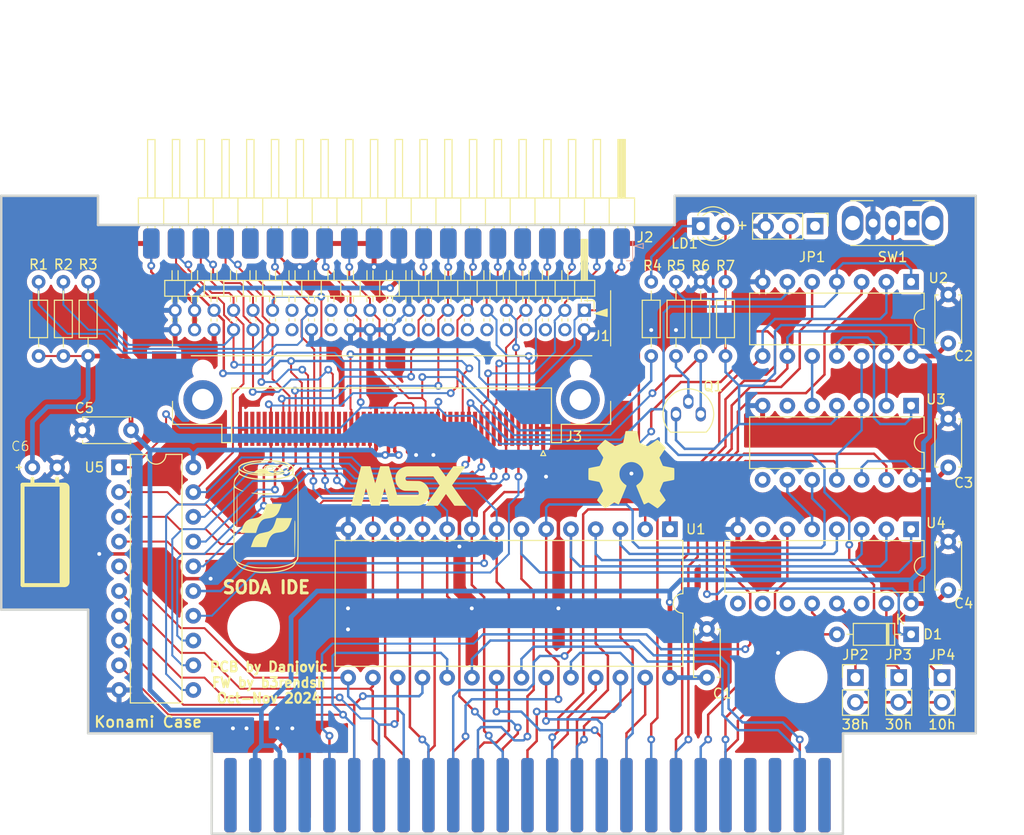
<source format=kicad_pcb>
(kicad_pcb (version 20240108) (generator "pcbnew") (generator_version "8.0")
  (title_block (title "Soda IDE") (rev "v0.975") (company "Danjovic 2024") (comment 1 "Based on SC729 RCBus Compact Flash Modue v1.1.0 and Beer IDE 232") (comment 2 "2x32K ROM + switch"))
  (layers (0 "F.Cu" signal) (31 "B.Cu" signal) (34 "B.Paste" user) (35 "F.Paste" user) (36 "B.SilkS" user "B.Silkscreen") (37 "F.SilkS" user "F.Silkscreen") (38 "B.Mask" user) (39 "F.Mask" user) (44 "Edge.Cuts" user))
  (net 0 "")
  (net 3 "Net-(CN1-SW1)")
  (net 4 "GND")
  (net 5 "VCC")
  (net 6 "/D7")
  (net 7 "/D5")
  (net 8 "/D3")
  (net 9 "/D1")
  (net 10 "/A5")
  (net 11 "/A3")
  (net 12 "/A1")
  (net 13 "/A12")
  (net 14 "/A7")
  (net 15 "/A11")
  (net 16 "/A9")
  (net 17 "/~{RESET}")
  (net 18 "/~{WR}")
  (net 19 "/~{IORQ}")
  (net 20 "/~{M1}")
  (net 21 "/CLOCK")
  (net 22 "/D6")
  (net 23 "/D4")
  (net 24 "/D2")
  (net 25 "/D0")
  (net 26 "/A4")
  (net 27 "/A2")
  (net 28 "/A0")
  (net 29 "/A13")
  (net 30 "/A8")
  (net 31 "/A6")
  (net 32 "/A10")
  (net 33 "/~{RD}")
  (net 34 "/~{BUSDIR}")
  (net 35 "/~{SLTSL}")
  (net 43 "/~{IORD}")
  (net 44 "/~{IOWR}")
  (net 45 "Net-(Q1-B)")
  (net 46 "/~{DIO}")
  (net 50 "Net-(JP3-A)")
  (net 51 "Net-(D1-K)")
  (net 55 "Net-(JP4-A)")
  (net 58 "/A15")
  (net 59 "/~{CS12}")
  (net 63 "/LED")
  (net 65 "/ROMSEL")
  (net 71 "/PDIAG")
  (net 72 "/~{IDE_CS1}")
  (net 73 "/~{DMACK}")
  (net 74 "/~{IDE_CS0}")
  (net 107 "Net-(JP2-A)")
  (net 108 "Net-(LD1-K)")
  (net 109 "Net-(R5-Pad2)")
  (net 110 "Net-(U3A-~{R})")
  (net 111 "Net-(U3A-Q)")
  (net 114 "/zD2")
  (net 115 "/zD3")
  (net 116 "/zD5")
  (net 117 "/zD7")
  (net 118 "/zD4")
  (net 119 "/zD6")
  (net 120 "/zD1")
  (net 121 "/zD0")
  (footprint "Capacitor_THT:C_Disc_D4.7mm_W2.5mm_P5.00mm" (layer "F.Cu") (at 195.58 83.185 90)
    (property "Reference" "C3")
    (property "Value" "100nF")
  )
  (footprint "Capacitor_THT:C_Disc_D4.7mm_W2.5mm_P5.00mm" (layer "F.Cu") (at 195.58 70.445 90)
    (property "Reference" "C2")
    (property "Value" "100nF")
  )
  (footprint "LED_THT:LED_D3.0mm" (layer "F.Cu") (at 170.18 58.42)
    (property "Reference" "LD1")
    (property "Value" "+")
  )
  (footprint "Package_DIP:DIP-14_W7.62mm" (layer "F.Cu") (at 191.77 64.135 -90)
    (property "Reference" "U2")
    (property "Value" "74HCT32")
  )
  (footprint "Package_DIP:DIP-28_W15.24mm" (layer "F.Cu") (at 167.02 89.535 -90)
    (property "Reference" "U1")
    (property "Value" "27C512")
  )
  (footprint "IDC40_EDGE:PinHeader_2x20_P2.54mm_Horizontal" (layer "F.Cu") (at 162.06 60.198 -90)
    (property "Reference" "J2")
    (property "Value" "PINHD-02x20")
  )
  (footprint "msx:Cart_Konami" (layer "F.Cu") (at 152.4 116.205)
    (property "Reference" "CN1" (hide yes))
    (property "Value" "MSX_SLOT_CON" (hide yes))
    (fp_line (start -54 -60.9) (end -44.069 -60.9) (stroke (width 0.254)) (layer "Edge.Cuts"))
    (fp_line (start -54 -18.415) (end -54 -60.9) (stroke (width 0.254)) (layer "Edge.Cuts"))
    (fp_line (start -45.085 -18.415) (end -54 -18.415) (stroke (width 0.254)) (layer "Edge.Cuts"))
    (fp_line (start -45.085 -5.715) (end -45.085 -18.415) (stroke (width 0.254)) (layer "Edge.Cuts"))
    (fp_line (start -44.069 -57.912) (end -44.069 -60.9) (stroke (width 0.254)) (layer "Edge.Cuts"))
    (fp_line (start -44.069 -57.912) (end 15.113 -57.912) (stroke (width 0.254)) (layer "Edge.Cuts"))
    (fp_line (start -32.4 4.6) (end -32.385 -5.715) (stroke (width 0.254)) (layer "Edge.Cuts"))
    (fp_line (start -32.385 -5.715) (end -45.085 -5.715) (stroke (width 0.254)) (layer "Edge.Cuts"))
    (fp_line (start 15.113 -60.9) (end 46 -60.9) (stroke (width 0.254)) (layer "Edge.Cuts"))
    (fp_line (start 15.113 -57.912) (end 15.113 -60.9) (stroke (width 0.254)) (layer "Edge.Cuts"))
    (fp_line (start 32.37 4.6) (end -32.4 4.6) (stroke (width 0.254)) (layer "Edge.Cuts"))
    (fp_line (start 32.385 -5.715) (end 32.37 4.6) (stroke (width 0.254)) (layer "Edge.Cuts"))
    (fp_line (start 46 -60.9) (end 46 -5.715) (stroke (width 0.254)) (layer "Edge.Cuts"))
    (fp_line (start 46 -5.715) (end 32.385 -5.715) (stroke (width 0.254)) (layer "Edge.Cuts"))
  )
  (footprint "Capacitor_THT:C_Disc_D4.7mm_W2.5mm_P5.00mm" (layer "F.Cu") (at 170.815 104.775 90)
    (property "Reference" "C1")
    (property "Value" "100nF")
  )
  (footprint "msx:CP_lying" (layer "F.Cu") (at 102.87 83.185)
    (property "Reference" "C6")
    (property "Value" "100uF")
  )
  (footprint "Resistor_THT:R_Axial_DIN0204_L3.6mm_D1.6mm_P7.62mm_Horizontal" (layer "F.Cu") (at 165.1 71.755 90)
    (property "Reference" "R4")
    (property "Value" "1K")
  )
  (footprint "Resistor_THT:R_Axial_DIN0204_L3.6mm_D1.6mm_P7.62mm_Horizontal" (layer "F.Cu") (at 102.235 64.135 -90)
    (property "Reference" "R1")
    (property "Value" "4K7")
  )
  (footprint "Capacitor_THT:C_Disc_D4.7mm_W2.5mm_P5.00mm" (layer "F.Cu") (at 111.72 79.375 180)
    (property "Reference" "C5")
    (property "Value" "100nF")
  )
  (footprint "Connector_PinHeader_2.00mm:PinHeader_2x22_P2.00mm_Horizontal" (layer "F.Cu") (at 158.239 67.056 -90)
    (property "Reference" "J1")
    (property "Value" "Conn_02x22_Odd_Even")
  )
  (footprint "Connector_PinHeader_2.54mm:PinHeader_1x02_P2.54mm_Vertical" (layer "F.Cu") (at 190.5 104.77)
    (property "Reference" "JP3")
    (property "Value" "Jumper_2_Small_Open")
  )
  (footprint "Capacitor_THT:C_Disc_D4.7mm_W2.5mm_P5.00mm" (layer "F.Cu") (at 195.58 95.805 90)
    (property "Reference" "C4")
    (property "Value" "100nF")
  )
  (footprint "Connector_PinHeader_2.54mm:PinHeader_1x02_P2.54mm_Vertical" (layer "F.Cu") (at 186.055 104.77)
    (property "Reference" "JP2")
    (property "Value" "Jumper_2_Small_Open")
  )
  (footprint "Package_TO_SOT_THT:TO-92_Inline" (layer "F.Cu") (at 167.64 77.724)
    (property "Reference" "Q1")
    (property "Value" "BC548")
  )
  (footprint "Resistor_THT:R_Axial_DIN0204_L3.6mm_D1.6mm_P7.62mm_Horizontal" (layer "F.Cu") (at 107.315 64.135 -90)
    (property "Reference" "R3")
    (property "Value" "4K7")
  )
  (footprint "Button_Switch_THT:SW_Slide_SPDT_Angled_CK_OS102011MA1Q" (layer "F.Cu") (at 191.865 58.1025 180)
    (property "Reference" "SW1")
    (property "Value" "SW_Push_SPDT")
  )
  (footprint "Resistor_THT:R_Axial_DIN0204_L3.6mm_D1.6mm_P7.62mm_Horizontal" (layer "F.Cu") (at 172.72 71.755 90)
    (property "Reference" "R7")
    (property "Value" "10K")
  )
  (footprint "Package_DIP:DIP-14_W7.62mm" (layer "F.Cu") (at 191.77 76.845 -90)
    (property "Reference" "U3")
    (property "Value" "74HCT74")
  )
  (footprint "Connector_PinHeader_2.54mm:PinHeader_1x03_P2.54mm_Vertical" (layer "F.Cu") (at 181.9125 58.42 -90)
    (property "Reference" "JP1")
    (property "Value" "PIN_1x3")
  )
  (footprint "Package_DIP:DIP-16_W7.62mm" (layer "F.Cu") (at 191.77 89.545 -90)
    (property "Reference" "U4")
    (property "Value" "74HCT138")
  )
  (footprint "Resistor_THT:R_Axial_DIN0204_L3.6mm_D1.6mm_P7.62mm_Horizontal" (layer "F.Cu") (at 170.18 64.135 -90)
    (property "Reference" "R6")
    (property "Value" "4K7")
  )
  (footprint "Diode_THT:D_DO-35_SOD27_P7.62mm_Horizontal" (layer "F.Cu") (at 191.77 100.33 180)
    (property "Reference" "D1")
    (property "Value" "1N4148")
  )
  (footprint "Package_DIP:DIP-20_W7.62mm" (layer "F.Cu") (at 110.49 83.185)
    (property "Reference" "U5")
    (property "Value" "74HC245")
  )
  (footprint "Connector_PinHeader_2.54mm:PinHeader_1x02_P2.54mm_Vertical" (layer "F.Cu") (at 194.945 104.775)
    (property "Reference" "JP4")
    (property "Value" "Jumper_2_Small_Open")
  )
  (footprint "Resistor_THT:R_Axial_DIN0204_L3.6mm_D1.6mm_P7.62mm_Horizontal" (layer "F.Cu") (at 104.775 64.135 -90)
    (property "Reference" "R2")
    (property "Value" "4K7")
  )
  (footprint "Resistor_THT:R_Axial_DIN0204_L3.6mm_D1.6mm_P7.62mm_Horizontal" (layer "F.Cu") (at 167.64 71.755 90)
    (property "Reference" "R5")
    (property "Value" "10K")
  )
  (footprint "Connector_Card:CF-Card_3M_N7E50-E516xx-30" (layer "F.Cu") (at 138.455 76.1275 90)
    (property "Reference" "J3")
    (property "Value" "Conn_CF_Card")
  )
  (gr_poly (pts (xy 127.99032 89.095137) (xy 127.945994 89.18267) (xy 127.900707 89.26301) (xy 127.854519 89.336492) (xy 127.807487 89.403453) (xy 127.75967 89.464227) (xy 127.711127 89.519149) (xy 127.661917 89.568556) (xy 127.612097 89.612783) (xy 127.561726 89.652165) (xy 127.510863 89.687037) (xy 127.459566 89.717736) (xy 127.407893 89.744596) (xy 127.355903 89.767953) (xy 127.303655 89.788143) (xy 127.251208 89.8055) (xy 127.198618 89.820361) (xy 127.093249 89.843933) (xy 126.988015 89.861545) (xy 126.779826 89.889617) (xy 126.677806 89.905444) (xy 126.577793 89.926045) (xy 126.528686 89.938974) (xy 126.480256 89.954102) (xy 126.432561 89.971765) (xy 126.385661 89.992298) (xy 126.358098 90.006226) (xy 126.330949 90.021594) (xy 126.304226 90.038342) (xy 126.277943 90.056413) (xy 126.252112 90.075747) (xy 126.226746 90.096287) (xy 126.201858 90.117974) (xy 126.177461 90.140749) (xy 126.130192 90.189328) (xy 126.08504 90.241558) (xy 126.04211 90.29697) (xy 126.001505 90.355094) (xy 125.963326 90.415464) (xy 125.927678 90.477609) (xy 125.894664 90.541063) (xy 125.864386 90.605356) (xy 125.836948 90.67002) (xy 125.812453 90.734587) (xy 125.791004 90.798588) (xy 125.772703 90.861555) (xy 125.594633 91.37432) (xy 124.010813 91.37432) (xy 124.235515 90.747974) (xy 124.271449 90.660543) (xy 124.308907 90.579637) (xy 124.347812 90.504975) (xy 124.388087 90.436278) (xy 124.429653 90.373263) (xy 124.472435 90.315652) (xy 124.516354 90.263162) (xy 124.561334 90.215513) (xy 124.607297 90.172425) (xy 124.654166 90.133617) (xy 124.701863 90.098808) (xy 124.750312 90.067718) (xy 124.799435 90.040066) (xy 124.849155 90.015571) (xy 124.899394 89.993953) (xy 124.950076 89.974932) (xy 125.75809 89.794636) (xy 125.821941 89.77005) (xy 125.881837 89.743096) (xy 125.938074 89.713473) (xy 125.964912 89.697565) (xy 125.990946 89.680878) (xy 126.016212 89.663372) (xy 126.040748 89.64501) (xy 126.064591 89.625755) (xy 126.087776 89.605567) (xy 126.110343 89.584411) (xy 126.132326 89.562248) (xy 126.153763 89.53904) (xy 126.174692 89.51475) (xy 126.195148 89.489339) (xy 126.21517 89.462771) (xy 126.254054 89.40601) (xy 126.291641 89.344165) (xy 126.328224 89.276935) (xy 126.364101 89.204016) (xy 126.399565 89.125108) (xy 126.434913 89.039908) (xy 126.470438 88.948115) (xy 126.649687 88.389847) (xy 128.248833 88.389847)) (stroke (width -0.000001)) (fill solid) (layer "F.SilkS"))
  (gr_poly (pts (xy 126.101333 82.463832) (xy 126.300467 82.467946) (xy 126.468262 82.474173) (xy 126.611051 82.482818) (xy 126.735166 82.494187) (xy 126.846937 82.508585) (xy 126.952697 82.526318) (xy 127.202279 82.575809) (xy 127.423874 82.626436) (xy 127.619134 82.678784) (xy 127.707407 82.705785) (xy 127.789716 82.733434) (xy 127.866269 82.761806) (xy 127.937273 82.790972) (xy 128.002933 82.821005) (xy 128.063458 82.851979) (xy 128.119054 82.883966) (xy 128.169928 82.91704) (xy 128.216286 82.951272) (xy 128.258335 82.986737) (xy 128.404421 83.118716) (xy 128.394537 83.486652) (xy 128.384652 83.854588) (xy 128.578511 84.090176) (xy 128.610292 84.127825) (xy 128.639909 84.161531) (xy 128.692964 84.221284) (xy 128.716558 84.249418) (xy 128.738301 84.277781) (xy 128.758272 84.307417) (xy 128.776547 84.339369) (xy 128.793207 84.374679) (xy 128.808328 84.414391) (xy 128.821989 84.459548) (xy 128.834268 84.511194) (xy 128.845244 84.570372) (xy 128.854994 84.638124) (xy 128.863598 84.715494) (xy 128.871132 84.803525) (xy 128.877675 84.90326) (xy 128.883306 85.015744) (xy 128.888103 85.142017) (xy 128.892143 85.283125) (xy 128.895506 85.44011) (xy 128.898268 85.614015) (xy 128.902308 86.016759) (xy 128.904887 86.499703) (xy 128.906632 87.071191) (xy 128.91012 88.513185) (xy 128.908934 91.467842) (xy 128.89922 92.246732) (xy 128.88349 92.550726) (xy 128.879094 92.564529) (xy 128.873751 92.579114) (xy 128.867534 92.594355) (xy 128.860517 92.610128) (xy 128.852773 92.626306) (xy 128.844375 92.642766) (xy 128.835396 92.65938) (xy 128.825911 92.676025) (xy 128.815991 92.692574) (xy 128.805711 92.708902) (xy 128.795144 92.724885) (xy 128.784363 92.740395) (xy 128.77344 92.755309) (xy 128.76245 92.769501) (xy 128.751466 92.782845) (xy 128.740561 92.795216) (xy 128.729513 92.807803) (xy 128.718109 92.82178) (xy 128.706437 92.837) (xy 128.694584 92.853315) (xy 128.682638 92.870581) (xy 128.670686 92.888649) (xy 128.658815 92.907374) (xy 128.647113 92.926608) (xy 128.635667 92.946206) (xy 128.624564 92.96602) (xy 128.613893 92.985903) (xy 128.60374 93.00571) (xy 128.594194 93.025293) (xy 128.58534 93.044507) (xy 128.577267 93.063203) (xy 128.570062 93.081236) (xy 128.554105 93.120105) (xy 128.536566 93.156974) (xy 128.517172 93.192075) (xy 128.506696 93.209035) (xy 128.495654 93.22564) (xy 128.484012 93.24192) (xy 128.471738 93.257903) (xy 128.458797 93.273619) (xy 128.445155 93.289096) (xy 128.430778 93.304363) (xy 128.415633 93.319451) (xy 128.3829 93.349201) (xy 128.346686 93.37858) (xy 128.306718 93.407819) (xy 128.262726 93.437151) (xy 128.214439 93.466809) (xy 128.161585 93.497025) (xy 128.103893 93.528033) (xy 128.041091 93.560064) (xy 127.972909 93.593352) (xy 127.866814 93.641743) (xy 127.756995 93.687019) (xy 127.643279 93.729214) (xy 127.525494 93.768359) (xy 127.403467 93.804488) (xy 127.277025 93.837631) (xy 127.145997 93.867821) (xy 127.01021 93.89509) (xy 126.869491 93.919471) (xy 126.723668 93.940996) (xy 126.572569 93.959697) (xy 126.41602 93.975606) (xy 126.25385 93.988755) (xy 126.085887 93.999177) (xy 125.911957 94.006904) (xy 125.731888 94.011968) (xy 125.468501 94.015881) (xy 125.230552 94.016749) (xy 125.044171 94.014645) (xy 124.978485 94.012502) (xy 124.93549 94.009644) (xy 124.935503 94.009646) (xy 124.681878 93.980022) (xy 124.441005 93.945837) (xy 124.213132 93.907188) (xy 123.998505 93.864176) (xy 123.797371 93.816901) (xy 123.609975 93.765462) (xy 123.436565 93.709958) (xy 123.277388 93.65049) (xy 123.132689 93.587157) (xy 123.002715 93.520058) (xy 122.887713 93.449294) (xy 122.78793 93.374963) (xy 122.703611 93.297166) (xy 122.635004 93.216002) (xy 122.582354 93.13157) (xy 122.553606 93.062471) (xy 122.658982 93.062471) (xy 122.660012 93.070053) (xy 122.663036 93.078801) (xy 122.667965 93.088642) (xy 122.674709 93.099499) (xy 122.683179 93.1113) (xy 122.693286 93.123968) (xy 122.718053 93.151611) (xy 122.748294 93.181832) (xy 122.783295 93.214034) (xy 122.822341 93.24762) (xy 122.864717 93.281994) (xy 122.909709 93.316558) (xy 122.9566 93.350718) (xy 123.004677 93.383874) (xy 123.053225 93.415432) (xy 123.101529 93.444794) (xy 123.148873 93.471364) (xy 123.194544 93.494545) (xy 123.271535 93.52939) (xy 123.354729 93.563453) (xy 123.443673 93.59663) (xy 123.537914 93.628813) (xy 123.636999 93.659896) (xy 123.740473 93.689774) (xy 123.847885 93.718338) (xy 123.958781 93.745484) (xy 124.189211 93.795093) (xy 124.428138 93.83775) (xy 124.549655 93.856206) (xy 124.671936 93.872605) (xy 124.794529 93.88684) (xy 124.91698 93.898805) (xy 125.082165 93.906921) (xy 125.304958 93.908798) (xy 125.566029 93.90516) (xy 125.846051 93.89673) (xy 126.125694 93.88423) (xy 126.38563 93.868383) (xy 126.606529 93.849912) (xy 126.769064 93.82954) (xy 126.769066 93.829574) (xy 126.909366 93.804853) (xy 127.044547 93.778165) (xy 127.174502 93.749551) (xy 127.299129 93.719051) (xy 127.418322 93.686707) (xy 127.531977 93.652558) (xy 127.639989 93.616646) (xy 127.742254 93.57901) (xy 127.838667 93.539691) (xy 127.929124 93.498729) (xy 128.01352 93.456166) (xy 128.091751 93.412041) (xy 128.163712 93.366395) (xy 128.229299 93.319268) (xy 128.288406 93.270702) (xy 128.34093 93.220736) (xy 128.369839 93.190219) (xy 128.396089 93.16103) (xy 128.419158 93.13386) (xy 128.438522 93.1094) (xy 128.446652 93.098401) (xy 128.453659 93.088338) (xy 128.459479 93.079298) (xy 128.464046 93.071366) (xy 128.467294 93.06463) (xy 128.469158 93.059174) (xy 128.469551 93.056954) (xy 128.469573 93.055086) (xy 128.469217 93.053582) (xy 128.468474 93.052452) (xy 128.467144 93.051689) (xy 128.465048 93.051274) (xy 128.462206 93.051201) (xy 128.458639 93.051461) (xy 128.449412 93.052954) (xy 128.43753 93.055697) (xy 128.423159 93.059631) (xy 128.406462 93.064698) (xy 128.387604 93.070841) (xy 128.36675 93.078002) (xy 128.319708 93.095148) (xy 128.266653 93.115674) (xy 128.2089 93.139117) (xy 128.147764 93.165017) (xy 128.083934 93.191609) (xy 128.016 93.218) (xy 127.869052 93.269856) (xy 127.709377 93.319932) (xy 127.539433 93.367577) (xy 127.361676 93.412138) (xy 127.178564 93.452965) (xy 126.992555 93.489406) (xy 126.806106 93.520808) (xy 126.595801 93.542142) (xy 126.299959 93.557391) (xy 125.947074 93.566551) (xy 125.565642 93.569621) (xy 125.184155 93.566599) (xy 124.831109 93.55748) (xy 124.534998 93.542265) (xy 124.324315 93.520949) (xy 124.145089 93.49003) (xy 123.954898 93.451162) (xy 123.760017 93.406039) (xy 123.566721 93.356356) (xy 123.381286 93.303805) (xy 123.209987 93.250081) (xy 123.0591 93.196877) (xy 122.934899 93.145889) (xy 122.883857 93.123324) (xy 122.835469 93.103043) (xy 122.790849 93.085436) (xy 122.75111 93.070891) (xy 122.717369 93.059797) (xy 122.690737 93.052541) (xy 122.680436 93.050475) (xy 122.67233 93.049514) (xy 122.666559 93.049708) (xy 122.664592 93.050253) (xy 122.663261 93.051104) (xy 122.660035 93.05613) (xy 122.658982 93.062471) (xy 122.553606 93.062471) (xy 122.54591 93.043971) (xy 122.536019 93.014821) (xy 122.525073 92.986164) (xy 122.513434 92.958734) (xy 122.501464 92.933261) (xy 122.489525 92.910478) (xy 122.483682 92.900323) (xy 122.477981 92.891115) (xy 122.472471 92.882945) (xy 122.467194 92.875905) (xy 122.462198 92.870086) (xy 122.457526 92.865579) (xy 122.452614 92.861133) (xy 122.446911 92.855492) (xy 122.440486 92.848741) (xy 122.433407 92.840966) (xy 122.417569 92.822686) (xy 122.399949 92.801335) (xy 122.3811 92.777596) (xy 122.361574 92.752153) (xy 122.341926 92.72569) (xy 122.322708 92.698891) (xy 122.231463 92.569245) (xy 122.231463 88.587268) (xy 122.231905 86.355025) (xy 122.330853 86.355025) (xy 122.332622 88.914275) (xy 122.34259 92.537995) (xy 122.44571 92.673179) (xy 122.470249 92.703266) (xy 122.49778 92.733147) (xy 122.528245 92.7628) (xy 122.561581 92.792203) (xy 122.636632 92.850164) (xy 122.72245 92.906849) (xy 122.818555 92.962075) (xy 122.924464 93.015658) (xy 123.039698 93.067417) (xy 123.163773 93.117169) (xy 123.296209 93.16473) (xy 123.436525 93.209919) (xy 123.584238 93.252553) (xy 123.738868 93.292449) (xy 123.899932 93.329424) (xy 124.066951 93.363296) (xy 124.239441 93.393883) (xy 124.416923 93.421001) (xy 124.525046 93.433524) (xy 124.654157 93.443912) (xy 124.962986 93.458446) (xy 125.318702 93.464927) (xy 125.696595 93.46368) (xy 126.071956 93.455029) (xy 126.420075 93.4393) (xy 126.716245 93.416817) (xy 126.837126 93.403144) (xy 126.935754 93.387904) (xy 126.935752 93.387904) (xy 127.21273 93.332967) (xy 127.464022 93.27536) (xy 127.690674 93.214724) (xy 127.795086 93.183158) (xy 127.893729 93.1507) (xy 127.986735 93.117305) (xy 128.074234 93.082929) (xy 128.156356 93.047526) (xy 128.233232 93.011052) (xy 128.304993 92.973461) (xy 128.371769 92.934709) (xy 128.433691 92.894752) (xy 128.490889 92.853544) (xy 128.521983 92.830649) (xy 128.550977 92.810411) (xy 128.602959 92.774225) (xy 128.626092 92.756436) (xy 128.647417 92.737624) (xy 128.657425 92.727547) (xy 128.667008 92.716868) (xy 128.676175 92.705474) (xy 128.684936 92.693248) (xy 128.6933 92.680077) (xy 128.701276 92.665844) (xy 128.708873 92.650436) (xy 128.7161 92.633736) (xy 128.722966 92.61563) (xy 128.729481 92.596004) (xy 128.735653 92.574741) (xy 128.741492 92.551727) (xy 128.747007 92.526847) (xy 128.752206 92.499986) (xy 128.761696 92.43986) (xy 128.770034 92.37043) (xy 128.777295 92.290775) (xy 128.78355 92.199974) (xy 128.788873 92.097109) (xy 128.793336 91.981259) (xy 128.797013 91.851504) (xy 128.799977 91.706923) (xy 128.8023 91.546597) (xy 128.805317 91.175029) (xy 128.806648 90.729437) (xy 128.806875 90.202462) (xy 128.806357 88.874917) (xy 128.800717 86.343465) (xy 128.794612 85.573388) (xy 128.787155 85.29056) (xy 128.784247 85.291058) (xy 128.779552 85.292519) (xy 128.773173 85.294895) (xy 128.765214 85.298135) (xy 128.744974 85.307013) (xy 128.719664 85.31876) (xy 128.690114 85.332981) (xy 128.657159 85.349285) (xy 128.621629 85.367275) (xy 128.584356 85.38656) (xy 128.540604 85.408743) (xy 128.501306 85.427291) (xy 128.466584 85.442264) (xy 128.43656 85.453721) (xy 128.411355 85.461722) (xy 128.391091 85.466326) (xy 128.382849 85.467374) (xy 128.375889 85.467594) (xy 128.370224 85.466996) (xy 128.365871 85.465586) (xy 128.362844 85.463371) (xy 128.361158 85.46036) (xy 128.360829 85.456559) (xy 128.361873 85.451976) (xy 128.364303 85.446619) (xy 128.368136 85.440495) (xy 128.373386 85.433612) (xy 128.380069 85.425976) (xy 128.397794 85.408478) (xy 128.421433 85.388062) (xy 128.451107 85.364787) (xy 128.486937 85.338713) (xy 128.528217 85.30876) (xy 128.565903 85.279545) (xy 128.60012 85.250856) (xy 128.630993 85.222479) (xy 128.658647 85.194203) (xy 128.671306 85.180037) (xy 128.683206 85.165815) (xy 128.694364 85.151513) (xy 128.704795 85.137103) (xy 128.714515 85.122559) (xy 128.723538 85.107854) (xy 128.731882 85.092962) (xy 128.73956 85.077857) (xy 128.74659 85.06251) (xy 128.752986 85.046897) (xy 128.758765 85.030991) (xy 128.763941 85.014764) (xy 128.76853 84.998191) (xy 128.772548 84.981244) (xy 128.77601 84.963898) (xy 128.778933 84.946126) (xy 128.78322 84.909197) (xy 128.785534 84.870244) (xy 128.785999 84.829055) (xy 128.784201 84.788002) (xy 128.779621 84.746256) (xy 128.772278 84.703854) (xy 128.762189 84.660832) (xy 128.749372 84.617226) (xy 128.733845 84.573073) (xy 128.715625 84.528409) (xy 128.694731 84.483271) (xy 128.67118 84.437695) (xy 128.644991 84.391717) (xy 128.61618 84.345373) (xy 128.584766 84.298701) (xy 128.550766 84.251736) (xy 128.514198 84.204516) (xy 128.475081 84.157075) (xy 128.433431 84.109451) (xy 128.287296 83.946991) (xy 128.073243 84.061079) (xy 127.979005 84.10845) (xy 127.880038 84.152522) (xy 127.775912 84.19337) (xy 127.666198 84.231071) (xy 127.550467 84.265698) (xy 127.428291 84.297326) (xy 127.29924 84.326031) (xy 127.162885 84.351886) (xy 127.018797 84.374968) (xy 126.866546 84.395351) (xy 126.705705 84.413109) (xy 126.535844 84.428319) (xy 126.356533 84.441053) (xy 126.167344 84.451388) (xy 125.967847 84.459399) (xy 125.757615 84.465159) (xy 125.31256 84.468474) (xy 124.906791 84.457963) (xy 124.717588 84.44737) (xy 124.536945 84.433135) (xy 124.364442 84.415197) (xy 124.199659 84.393496) (xy 124.042175 84.367968) (xy 123.891569 84.338553) (xy 123.747421 84.305188) (xy 123.609312 84.267813) (xy 123.476819 84.226366) (xy 123.349524 84.180784) (xy 123.227005 84.131007) (xy 123.108843 84.076973) (xy 122.837932 83.9459) (xy 122.719906 84.086526) (xy 122.647778 84.175973) (xy 122.583158 84.263431) (xy 122.526073 84.348773) (xy 122.476549 84.431872) (xy 122.434613 84.512602) (xy 122.400292 84.590836) (xy 122.373613 84.666448) (xy 122.354603 84.739311) (xy 122.347982 84.774673) (xy 122.343289 84.8093) (xy 122.340526 84.843176) (xy 122.339697 84.876286) (xy 122.340805 84.908614) (xy 122.343854 84.940144) (xy 122.348847 84.970861) (xy 122.355787 85.000748) (xy 122.364679 85.029789) (xy 122.375524 85.05797) (xy 122.388327 85.085273) (xy 122.403091 85.111684) (xy 122.419818 85.137186) (xy 122.438514 85.161763) (xy 122.45918 85.185401) (xy 122.481821 85.208082) (xy 122.502423 85.225637) (xy 122.529448 85.245818) (xy 122.562172 85.268232) (xy 122.599867 85.292486) (xy 122.687274 85.344944) (xy 122.785866 85.40005) (xy 122.88984 85.454659) (xy 122.993393 85.505628) (xy 123.090723 85.549816) (xy 123.13524 85.568384) (xy 123.176025 85.584078) (xy 123.188992 85.588994) (xy 123.201126 85.593953) (xy 123.212384 85.598922) (xy 123.222724 85.603868) (xy 123.232101 85.608757) (xy 123.240474 85.613556) (xy 123.247799 85.618231) (xy 123.254034 85.622749) (xy 123.259137 85.627077) (xy 123.263063 85.631181) (xy 123.265771 85.635028) (xy 123.266655 85.636844) (xy 123.267218 85.638584) (xy 123.267455 85.640242) (xy 123.26736 85.641816) (xy 123.266929 85.6433) (xy 123.266155 85.64469) (xy 123.265034 85.645983) (xy 123.263561 85.647174) (xy 123.261729 85.648259) (xy 123.259533 85.649233) (xy 123.252329 85.651299) (xy 123.243624 85.652547) (xy 123.221961 85.652672) (xy 123.195038 85.64978) (xy 123.16335 85.644045) (xy 123.127392 85.635637) (xy 123.087656 85.624731) (xy 123.044638 85.611499) (xy 122.998833 85.596112) (xy 122.950733 85.578743) (xy 122.900835 85.559565) (xy 122.849632 85.53875) (xy 122.797618 85.516471) (xy 122.745287 85.492899) (xy 122.693135 85.468208) (xy 122.641656 85.44257) (xy 122.591343 85.416158) (xy 122.49954 85.36739) (xy 122.421664 85.327453) (xy 122.39052 85.312084) (xy 122.365942 85.300469) (xy 122.34896 85.293121) (xy 122.343639 85.291209) (xy 122.340602 85.290558) (xy 122.3372 85.364518) (xy 122.334419 85.576492) (xy 122.330853 86.355025) (xy 122.231905 86.355025) (xy 122.231967 86.043275) (xy 122.239974 85.297707) (xy 122.259707 84.811927) (xy 122.275509 84.64509) (xy 122.296085 84.517561) (xy 122.322053 84.420793) (xy 122.354026 84.346238) (xy 122.438446 84.229583) (xy 122.554263 84.099223) (xy 122.74865 83.865645) (xy 122.740669 83.615137) (xy 122.842649 83.615137) (xy 122.842981 83.628317) (xy 122.843982 83.641336) (xy 122.845659 83.654204) (xy 122.848022 83.666927) (xy 122.851076 83.679513) (xy 122.854831 83.691971) (xy 122.859294 83.704308) (xy 122.864474 83.716531) (xy 122.870377 83.72865) (xy 122.877011 83.740671) (xy 122.884386 83.752603) (xy 122.892507 83.764453) (xy 122.901384 83.77623) (xy 122.911024 83.78794) (xy 122.921435 83.799592) (xy 122.932624 83.811194) (xy 122.9446 83.822754) (xy 122.957371 83.834279) (xy 122.970944 83.845777) (xy 122.985327 83.857256) (xy 123.016554 83.880189) (xy 123.051117 83.90314) (xy 123.089076 83.926173) (xy 123.130496 83.949349) (xy 123.175439 83.972732) (xy 123.223967 83.996385) (xy 123.355696 84.052171) (xy 123.505452 84.103886) (xy 123.671541 84.15137) (xy 123.852272 84.194463) (xy 124.04595 84.233004) (xy 124.250883 84.266834) (xy 124.465379 84.295791) (xy 124.687743 84.319717) (xy 124.916285 84.338451) (xy 125.14931 84.351832) (xy 125.385126 84.359701) (xy 125.622039 84.361897) (xy 125.858358 84.35826) (xy 126.092389 84.348631) (xy 126.322439 84.332848) (xy 126.546815 84.310752) (xy 126.546815 84.310753) (xy 126.747727 84.286889) (xy 126.919174 84.264353) (xy 127.067249 84.241948) (xy 127.198047 84.218476) (xy 127.317663 84.192741) (xy 127.432189 84.163544) (xy 127.547721 84.129688) (xy 127.670353 84.089976) (xy 127.75367 84.061193) (xy 127.829959 84.033074) (xy 127.899449 84.00544) (xy 127.962367 83.978116) (xy 128.01894 83.950923) (xy 128.069398 83.923684) (xy 128.113968 83.896222) (xy 128.152878 83.868359) (xy 128.186357 83.839918) (xy 128.214632 83.810721) (xy 128.237931 83.780592) (xy 128.256483 83.749353) (xy 128.270515 83.716826) (xy 128.280256 83.682834) (xy 128.285933 83.6472) (xy 128.287774 83.609746) (xy 128.287774 83.516854) (xy 128.130347 83.607558) (xy 128.062185 83.644204) (xy 127.986896 83.679763) (xy 127.904729 83.714176) (xy 127.815936 83.747384) (xy 127.720765 83.779328) (xy 127.619469 83.80995) (xy 127.512295 83.839192) (xy 127.399495 83.866994) (xy 127.281319 83.893298) (xy 127.158017 83.918046) (xy 127.029839 83.941178) (xy 126.897036 83.962637) (xy 126.759856 83.982364) (xy 126.618551 84.0003) (xy 126.473371 84.016386) (xy 126.324566 84.030564) (xy 126.085581 84.04788) (xy 125.843594 84.058384) (xy 125.60014 84.062276) (xy 125.356754 84.059753) (xy 125.11497 84.051014) (xy 124.876324 84.036257) (xy 124.64235 84.01568) (xy 124.414583 83.989481) (xy 124.194558 83.957858) (xy 123.983809 83.92101) (xy 123.783872 83.879135) (xy 123.596281 83.832431) (xy 123.422571 83.781095) (xy 123.264277 83.725328) (xy 123.122934 83.665325) (xy 123.000077 83.601287) (xy 122.842649 83.509435) (xy 122.842649 83.615137) (xy 122.740669 83.615137) (xy 122.73675 83.492138) (xy 122.728515 83.233671) (xy 122.847157 83.233671) (xy 122.847468 83.238951) (xy 122.848198 83.244334) (xy 122.849339 83.249853) (xy 122.850884 83.255542) (xy 122.852825 83.261432) (xy 122.855154 83.267557) (xy 122.857863 83.273949) (xy 122.864392 83.287667) (xy 122.872351 83.302847) (xy 122.881678 83.319751) (xy 122.894319 83.33953) (xy 122.910135 83.359441) (xy 122.929037 83.379453) (xy 122.950937 83.399534) (xy 122.975747 83.419655) (xy 123.003379 83.439783) (xy 123.066754 83.479937) (xy 123.140359 83.519748) (xy 123.223486 83.558967) (xy 123.31543 83.597344) (xy 123.415485 83.634631) (xy 123.522946 83.670579) (xy 123.637108 83.704939) (xy 123.757264 83.737461) (xy 123.882709 83.767896) (xy 124.012737 83.795996) (xy 124.146643 83.821512) (xy 124.283721 83.844194) (xy 124.423265 83.863793) (xy 124.628057 83.883337) (xy 124.888852 83.898279) (xy 125.186373 83.908454) (xy 125.501343 83.913696) (xy 125.814486 83.91384) (xy 126.106526 83.908722) (xy 126.358185 83.898174) (xy 126.550188 83.882033) (xy 126.550188 83.882034) (xy 126.725027 83.858922) (xy 126.893384 83.833097) (xy 127.054723 83.804744) (xy 127.208506 83.774047) (xy 127.354198 83.741192) (xy 127.491262 83.706364) (xy 127.619161 83.669746) (xy 127.737358 83.631524) (xy 127.845318 83.591883) (xy 127.942503 83.551006) (xy 128.028376 83.50908) (xy 128.102403 83.466288) (xy 128.164045 83.422816) (xy 128.212766 83.378847) (xy 128.24803 83.334568) (xy 128.2693 83.290162) (xy 128.273987 83.269916) (xy 128.275319 83.249436) (xy 128.273358 83.228752) (xy 128.268167 83.207897) (xy 128.259808 83.186901) (xy 128.248345 83.165797) (xy 128.233839 83.144615) (xy 128.216354 83.123388) (xy 128.195951 83.102148) (xy 128.172694 83.080925) (xy 128.146644 83.059751) (xy 128.117865 83.038658) (xy 128.086419 83.017677) (xy 128.052368 82.996841) (xy 128.015776 82.97618) (xy 127.976704 82.955726) (xy 127.935215 82.935511) (xy 127.891372 82.915566) (xy 127.845238 82.895923) (xy 127.796874 82.876614) (xy 127.746343 82.85767) (xy 127.693709 82.839122) (xy 127.639032 82.821002) (xy 127.582377 82.803343) (xy 127.46338 82.769529) (xy 127.337218 82.737933) (xy 127.204391 82.708808) (xy 127.0654 82.682407) (xy 126.861978 82.64957) (xy 126.654349 82.621761) (xy 126.443335 82.598962) (xy 126.229761 82.581157) (xy 126.014449 82.568328) (xy 125.798223 82.560458) (xy 125.581904 82.55753) (xy 125.366317 82.559527) (xy 125.152285 82.566432) (xy 124.94063 82.578229) (xy 124.732176 82.594899) (xy 124.527745 82.616426) (xy 124.328161 82.642793) (xy 124.134247 82.673982) (xy 123.946826 82.709978) (xy 123.76672 82.750762) (xy 123.607846 82.791915) (xy 123.466242 82.833382) (xy 123.401647 82.854348) (xy 123.341046 82.875531) (xy 123.284333 82.896978) (xy 123.231399 82.918733) (xy 123.182138 82.940844) (xy 123.136441 82.963356) (xy 123.0942 82.986317) (xy 123.05531 83.009771) (xy 123.01966 83.033765) (xy 122.987146 83.058345) (xy 122.957657 83.083558) (xy 122.931088 83.10945) (xy 122.91343 83.128006) (xy 122.898001 83.144618) (xy 122.884742 83.159548) (xy 122.873589 83.173056) (xy 122.868783 83.179359) (xy 122.864481 83.185406) (xy 122.860675 83.191228) (xy 122.857357 83.196859) (xy 122.85452 83.202332) (xy 122.852156 83.207679) (xy 122.850256 83.212932) (xy 122.848815 83.218125) (xy 122.847823 83.223291) (xy 122.847273 83.228462) (xy 122.847157 83.233671) (xy 122.728515 83.233671) (xy 122.72485 83.118629) (xy 122.858329 83.001432) (xy 122.891486 82.972873) (xy 122.923508 82.94655) (xy 122.954895 82.922225) (xy 122.986148 82.899656) (xy 123.01777 82.878604) (xy 123.050262 82.85883) (xy 123.084124 82.840094) (xy 123.119857 82.822156) (xy 123.157964 82.804776) (xy 123.198945 82.787714) (xy 123.243302 82.770732) (xy 123.291535 82.753588) (xy 123.344147 82.736044) (xy 123.401638 82.71786) (xy 123.464509 82.698795) (xy 123.533263 82.67861) (xy 123.759994 82.615971) (xy 123.865845 82.589579) (xy 123.968878 82.566241) (xy 124.070736 82.54578) (xy 124.173064 82.528023) (xy 124.277504 82.512795) (xy 124.3857 82.499921) (xy 124.499295 82.489226) (xy 124.619935 82.480537) (xy 124.749261 82.473677) (xy 124.888918 82.468473) (xy 125.205799 82.462332) (xy 125.583725 82.460718)) (stroke (width -0.000001)) (fill solid) (layer "F.SilkS"))
  (gr_poly (pts (xy 136.779 84.836) (xy 137.293494 83.068012) (xy 138.191519 83.068012) (xy 139.033418 86.052077) (xy 141.087519 86.048202) (xy 141.107139 86.046732) (xy 141.125563 86.042824) (xy 141.142781 86.036642) (xy 141.158782 86.028349) (xy 141.173557 86.018107) (xy 141.187095 86.006079) (xy 141.199385 85.992428) (xy 141.210419 85.977318) (xy 141.220185 85.96091) (xy 141.228673 85.943369) (xy 141.235873 85.924857) (xy 141.241776 85.905536) (xy 141.24637 85.88557) (xy 141.249646 85.865122) (xy 141.251593 85.844355) (xy 141.252202 85.823431) (xy 141.251461 85.802514) (xy 141.249362 85.781766) (xy 141.245893 85.76135) (xy 141.241044 85.74143) (xy 141.234806 85.722168) (xy 141.227168 85.703727) (xy 141.21812 85.68627) (xy 141.207651 85.66996) (xy 141.195752 85.65496) (xy 141.182412 85.641433) (xy 141.167622 85.629542) (xy 141.15137 85.619449) (xy 141.133647 85.611318) (xy 141.114443 85.605311) (xy 141.093747 85.601592) (xy 141.07155 85.600324) (xy 139.875317 85.584355) (xy 139.827095 85.583189) (xy 139.778818 85.578807) (xy 139.730596 85.571278) (xy 139.682537 85.56067) (xy 139.63475 85.547052) (xy 139.587345 85.530494) (xy 139.540431 85.511063) (xy 139.494117 85.488829) (xy 139.448512 85.463861) (xy 139.403725 85.436228) (xy 139.359866 85.405999) (xy 139.317043 85.373242) (xy 139.275366 85.338026) (xy 139.234943 85.300421) (xy 139.195885 85.260495) (xy 139.158299 85.218317) (xy 139.122296 85.173956) (xy 139.087984 85.127481) (xy 139.055473 85.078961) (xy 139.024871 85.028465) (xy 138.996288 84.976062) (xy 138.969833 84.92182) (xy 138.945616 84.865808) (xy 138.923744 84.808096) (xy 138.904327 84.748752) (xy 138.887475 84.687845) (xy 138.873297 84.625444) (xy 138.861901 84.561618) (xy 138.853398 84.496436) (xy 138.847895 84.429967) (xy 138.845503 84.36228) (xy 138.846329 84.293443) (xy 138.848549 84.230231) (xy 138.854128 84.167936) (xy 138.862989 84.106629) (xy 138.875055 84.046382) (xy 138.890249 83.987266) (xy 138.908495 83.929354) (xy 138.929714 83.872716) (xy 138.95383 83.817423) (xy 138.980766 83.763549) (xy 139.010444 83.711163) (xy 139.042788 83.660337) (xy 139.077719 83.611144) (xy 139.115162 83.563654) (xy 139.155039 83.517938) (xy 139.197273 83.47407) (xy 139.241786 83.432119) (xy 139.288503 83.392158) (xy 139.337344 83.354258) (xy 139.388234 83.31849) (xy 139.441096 83.284927) (xy 139.495851 83.253639) (xy 139.552424 83.224698) (xy 139.610736 83.198175) (xy 139.670711 83.174143) (xy 139.732272 83.152672) (xy 139.795341 83.133834) (xy 139.859842 83.117701) (xy 139.925697 83.104344) (xy 139.992829 83.093834) (xy 140.061161 83.086244) (xy 140.130616 83.081644) (xy 140.201117 83.080106) (xy 143.252268 83.077367) (xy 144.028686 84.134417) (xy 144.786395 83.068012) (xy 146.049243 83.077367) (xy 144.664787 85.023088) (xy 146.161496 87.132846) (xy 144.905262 87.128971) (xy 144.034166 85.918374) (xy 143.205496 87.128971) (xy 141.923938 87.127836) (xy 143.38323 85.041797) (xy 142.747129 84.115709) (xy 140.094815 84.119583) (xy 140.068556 84.12113) (xy 140.04405 84.125162) (xy 140.021292 84.131511) (xy 140.000275 84.140009) (xy 139.980995 84.150488) (xy 139.963447 84.162781) (xy 139.947624 84.17672) (xy 139.933521 84.192136) (xy 139.921133 84.208862) (xy 139.910455 84.22673) (xy 139.901481 84.245572) (xy 139.894206 84.265221) (xy 139.888624 84.285509) (xy 139.88473 84.306267) (xy 139.882518 84.327328) (xy 139.881983 84.348524) (xy 139.88312 84.369687) (xy 139.885923 84.39065) (xy 139.890387 84.411244) (xy 139.896506 84.431301) (xy 139.904275 84.450655) (xy 139.913689 84.469136) (xy 139.924742 84.486578) (xy 139.937429 84.502812) (xy 139.951744 84.517671) (xy 139.967681 84.530986) (xy 139.985237 84.54259) (xy 140.004404 84.552314) (xy 140.025178 84.559992) (xy 140.047553 84.565456) (xy 140.071524 84.568536) (xy 140.097085 84.569066) (xy 141.214607 84.58617) (xy 141.259424 84.587879) (xy 141.305211 84.592408) (xy 141.351807 84.599716) (xy 141.399054 84.609765) (xy 141.446789 84.622517) (xy 141.494855 84.637933) (xy 141.543089 84.655973) (xy 141.591332 84.676599) (xy 141.639425 84.699772) (xy 141.687206 84.725452) (xy 141.734516 84.753602) (xy 141.781194 84.784182) (xy 141.827081 84.817154) (xy 141.872016 84.852478) (xy 141.915839 84.890116) (xy 141.95839 84.930028) (xy 141.999509 84.972177) (xy 142.039035 85.016522) (xy 142.076809 85.063026) (xy 142.112671 85.111649) (xy 142.146459 85.162352) (xy 142.178015 85.215097) (xy 142.207178 85.269845) (xy 142.233788 85.326556) (xy 142.257684 85.385192) (xy 142.278707 85.445715) (xy 142.296696 85.508084) (xy 142.311492 85.572262) (xy 142.322934 85.638209) (xy 142.330861 85.705887) (xy 142.335115 85.775256) (xy 142.335534 85.846279) (xy 142.333877 85.928377) (xy 142.327701 86.007651) (xy 142.31723 86.084109) (xy 142.302688 86.157763) (xy 142.284301 86.228622) (xy 142.262293 86.296697) (xy 142.236887 86.361997) (xy 142.208309 86.424532) (xy 142.176782 86.484314) (xy 142.142532 86.541351) (xy 142.105782 86.595654) (xy 142.066758 86.647234) (xy 142.025683 86.696099) (xy 141.982782 86.742261) (xy 141.938279 86.785729) (xy 141.892399 86.826513) (xy 141.845366 86.864625) (xy 141.797405 86.900073) (xy 141.699595 86.963019) (xy 141.600764 87.015433) (xy 141.502708 87.057397) (xy 141.407221 87.08899) (xy 141.316101 87.110293) (xy 141.23114 87.121389) (xy 141.154136 87.122356) (xy 138.228937 87.126231) (xy 137.742506 85.303721) (xy 137.256076 87.122356) (xy 136.332727 87.122356) (xy 135.824848 85.313076) (xy 135.378575 87.125096) (xy 134.300075 87.118482) (xy 135.329063 83.068012) (xy 136.283215 83.068012)) (stroke (width -0.000001)) (fill solid) (layer "F.SilkS"))
  (gr_poly (pts (xy 124.120597 85.779946) (xy 124.125644 85.780129) (xy 124.130874 85.780423) (xy 124.136282 85.780828) (xy 124.147614 85.781972) (xy 124.159604 85.783565) (xy 124.172214 85.785612) (xy 124.185409 85.788116) (xy 124.234095 85.793458) (xy 124.326882 85.799281) (xy 124.623087 85.81162) (xy 125.030683 85.823635) (xy 125.506325 85.833827) (xy 125.968347 85.844305) (xy 126.338855 85.857104) (xy 126.580171 85.870601) (xy 126.640608 85.877105) (xy 126.653711 85.880207) (xy 126.655725 85.88171) (xy 126.654618 85.883176) (xy 126.632205 85.891424) (xy 126.595664 85.90016) (xy 126.486691 85.918493) (xy 126.340685 85.936969) (xy 126.170632 85.954385) (xy 125.989516 85.969536) (xy 125.810324 85.981218) (xy 125.646039 85.988226) (xy 125.509649 85.989357) (xy 125.374013 85.984945) (xy 125.210075 85.976769) (xy 125.038496 85.965997) (xy 124.87994 85.953795) (xy 124.87994 85.953798) (xy 124.713305 85.937772) (xy 124.55921 85.919739) (xy 124.420638 85.900258) (xy 124.300571 85.879889) (xy 124.201994 85.859193) (xy 124.127888 85.83873) (xy 124.100944 85.828761) (xy 124.081237 85.81906) (xy 124.069139 85.809697) (xy 124.06606 85.805165) (xy 124.065024 85.800743) (xy 124.065165 85.79872) (xy 124.065586 85.796796) (xy 124.066282 85.794974) (xy 124.067249 85.793253) (xy 124.068482 85.791633) (xy 124.069975 85.790116) (xy 124.071726 85.788701) (xy 124.073728 85.787389) (xy 124.075978 85.786182) (xy 124.078471 85.785078) (xy 124.081202 85.784079) (xy 124.084166 85.783184) (xy 124.08736 85.782396) (xy 124.090777 85.781713) (xy 124.094415 85.781137) (xy 124.098268 85.780668) (xy 124.102331 85.780307) (xy 124.1066 85.780054) (xy 124.111071 85.779909) (xy 124.115738 85.779873)) (stroke (width -0.000001)) (fill solid) (layer "F.SilkS"))
  (gr_poly (pts (xy 122.611119 85.850197) (xy 122.618778 85.965406) (xy 122.629535 86.376894) (xy 122.634101 87.629008) (xy 122.618531 88.891134) (xy 122.604117 89.315137) (xy 122.595414 89.438481) (xy 122.585776 89.488665) (xy 122.583131 89.489774) (xy 122.580604 89.48766) (xy 122.578193 89.48227) (xy 122.575899 89.473554) (xy 122.571655 89.445932) (xy 122.567864 89.404383) (xy 122.56452 89.348492) (xy 122.561615 89.277847) (xy 122.557098 89.090639) (xy 122.554256 88.839454) (xy 122.553034 88.520984) (xy 122.553377 88.131925) (xy 122.555229 87.66897) (xy 122.561766 86.868326) (xy 122.571865 86.28573) (xy 122.585309 85.929861) (xy 122.593217 85.839662) (xy 122.597455 85.816971) (xy 122.601879 85.809399)) (stroke (width -0.000001)) (fill solid) (layer "F.SilkS"))
  (gr_poly (pts (xy 159.3088 67.3862) (xy 160.5788 66.929) (xy 160.5788 67.691)) (stroke (width 0.12)) (fill solid) (layer "F.SilkS"))
  (gr_poly (pts (xy 126.042559 83.131189) (xy 126.077504 83.13409) (xy 126.112902 83.138759) (xy 126.148637 83.145272) (xy 126.184591 83.153706) (xy 126.198016 83.157493) (xy 126.21085 83.161672) (xy 126.22309 83.166231) (xy 126.234728 83.171155) (xy 126.245759 83.176432) (xy 126.256177 83.182048) (xy 126.265977 83.18799) (xy 126.275153 83.194244) (xy 126.283699 83.200798) (xy 126.291609 83.207639) (xy 126.298877 83.214752) (xy 126.305499 83.222125) (xy 126.311467 83.229744) (xy 126.316777 83.237597) (xy 126.321422 83.245669) (xy 126.325397 83.253948) (xy 126.328696 83.262421) (xy 126.331313 83.271073) (xy 126.333242 83.279893) (xy 126.334479 83.288866) (xy 126.335016 83.297979) (xy 126.334848 83.30722) (xy 126.33397 83.316574) (xy 126.332376 83.326029) (xy 126.330059 83.335571) (xy 126.327015 83.345188) (xy 126.323237 83.354865) (xy 126.31872 83.364589) (xy 126.313457 83.374348) (xy 126.307444 83.384128) (xy 126.300674 83.393916) (xy 126.293142 83.403698) (xy 126.284226 83.413618) (xy 126.273967 83.423075) (xy 126.26244 83.432062) (xy 126.249724 83.440573) (xy 126.235894 83.4486) (xy 126.221027 83.456136) (xy 126.188492 83.469707) (xy 126.152735 83.481229) (xy 126.11437 83.490644) (xy 126.074012 83.497897) (xy 126.032277 83.502931) (xy 125.98978 83.505687) (xy 125.947136 83.506111) (xy 125.90496 83.504143) (xy 125.863868 83.499729) (xy 125.824475 83.49281) (xy 125.787396 83.48333) (xy 125.769916 83.477612) (xy 125.753246 83.471233) (xy 125.737461 83.464184) (xy 125.72264 83.45646) (xy 125.697442 83.440977) (xy 125.675969 83.425117) (xy 125.658105 83.408956) (xy 125.643734 83.392571) (xy 125.632737 83.376038) (xy 125.624999 83.359434) (xy 125.620403 83.342835) (xy 125.619748 83.335953) (xy 125.694858 83.335953) (xy 125.695722 83.34376) (xy 125.698259 83.351313) (xy 125.70239 83.358599) (xy 125.708034 83.365608) (xy 125.715111 83.372328) (xy 125.723542 83.378748) (xy 125.733246 83.384855) (xy 125.744143 83.390639) (xy 125.756154 83.396088) (xy 125.769197 83.40119) (xy 125.783193 83.405933) (xy 125.798063 83.410307) (xy 125.8301 83.417899) (xy 125.864668 83.423874) (xy 125.901127 83.428138) (xy 125.938836 83.4306) (xy 125.977154 83.431168) (xy 126.015441 83.429748) (xy 126.053057 83.426249) (xy 126.071412 83.423691) (xy 126.08936 83.420578) (xy 126.106819 83.4169) (xy 126.123711 83.412644) (xy 126.139954 83.407798) (xy 126.155468 83.402353) (xy 126.165172 83.398428) (xy 126.174365 83.394237) (xy 126.183043 83.389801) (xy 126.191203 83.385136) (xy 126.198839 83.380263) (xy 126.205947 83.375201) (xy 126.212524 83.369967) (xy 126.218566 83.364581) (xy 126.224067 83.359061) (xy 126.229024 83.353428) (xy 126.233432 83.347698) (xy 126.237288 83.341892) (xy 126.240587 83.336028) (xy 126.243325 83.330125) (xy 126.245498 83.324202) (xy 126.247102 83.318278) (xy 126.248132 83.312372) (xy 126.248584 83.306501) (xy 126.248454 83.300687) (xy 126.247738 83.294946) (xy 126.246431 83.289298) (xy 126.24453 83.283763) (xy 126.24203 83.278358) (xy 126.238927 83.273103) (xy 126.235217 83.268016) (xy 126.230896 83.263116) (xy 126.225959 83.258423) (xy 126.220402 83.253955) (xy 126.214221 83.249731) (xy 126.207412 83.24577) (xy 126.199971 83.24209) (xy 126.191893 83.238711) (xy 126.157076 83.227455) (xy 126.119603 83.219128) (xy 126.080148 83.213598) (xy 126.03939 83.210731) (xy 125.998005 83.210397) (xy 125.956669 83.212461) (xy 125.916058 83.216793) (xy 125.87685 83.223259) (xy 125.839721 83.231728) (xy 125.805348 83.242066) (xy 125.774406 83.254142) (xy 125.747573 83.267823) (xy 125.735909 83.275224) (xy 125.725525 83.282977) (xy 125.716507 83.291065) (xy 125.708939 83.299472) (xy 125.702906 83.30818) (xy 125.698491 83.317175) (xy 125.695781 83.326438) (xy 125.694858 83.335953) (xy 125.619748 83.335953) (xy 125.618831 83.326318) (xy 125.620167 83.30996) (xy 125.624293 83.293838) (xy 125.631094 83.278027) (xy 125.640451 83.262605) (xy 125.652249 83.247648) (xy 125.66637 83.233232) (xy 125.682697 83.219435) (xy 125.701114 83.206333) (xy 125.721504 83.194002) (xy 125.743749 83.182519) (xy 125.767734 83.171961) (xy 125.79334 83.162404) (xy 125.820451 83.153925) (xy 125.848951 83.146601) (xy 125.878723 83.140508) (xy 125.909648 83.135722) (xy 125.941612 83.132321) (xy 125.974496 83.13038) (xy 126.008184 83.129977)) (stroke (width -0.000001)) (fill solid) (layer "F.SilkS"))
  (gr_poly (pts (xy 125.346852 82.64755) (xy 125.407046 82.651476) (xy 125.454088 82.65786) (xy 125.489048 82.66511) (xy 125.51681 82.672092) (xy 125.527972 82.675488) (xy 125.53731 82.678824) (xy 125.544816 82.682102) (xy 125.550482 82.685324) (xy 125.5543 82.688493) (xy 125.556261 82.691611) (xy 125.556542 82.693151) (xy 125.556357 82.69468) (xy 125.55458 82.697702) (xy 125.550922 82.700679) (xy 125.545375 82.703615) (xy 125.53793 82.70651) (xy 125.52858 82.709368) (xy 125.517316 82.712191) (xy 125.50413 82.71498) (xy 125.471958 82.720468) (xy 125.432001 82.725851) (xy 125.384191 82.731147) (xy 125.328464 82.736372) (xy 125.264754 82.741547) (xy 125.192996 82.746688) (xy 125.113124 82.751814) (xy 124.92932 82.765029) (xy 124.751031 82.781771) (xy 124.579131 82.801797) (xy 124.414497 82.824863) (xy 124.258003 82.850725) (xy 124.110525 82.87914) (xy 123.972939 82.909863) (xy 123.846119 82.942651) (xy 123.73094 82.97726) (xy 123.628279 83.013446) (xy 123.539011 83.050966) (xy 123.46401 83.089575) (xy 123.404153 83.129031) (xy 123.360314 83.169088) (xy 123.344674 83.189267) (xy 123.333368 83.209504) (xy 123.326504 83.229771) (xy 123.324192 83.250035) (xy 123.32524 83.263546) (xy 123.328355 83.277229) (xy 123.33349 83.291064) (xy 123.3406 83.305027) (xy 123.349638 83.319095) (xy 123.360558 83.333247) (xy 123.373316 83.34746) (xy 123.387864 83.361711) (xy 123.404158 83.375978) (xy 123.42215 83.390239) (xy 123.441796 83.40447) (xy 123.463049 83.418651) (xy 123.485863 83.432757) (xy 123.510193 83.446766) (xy 123.535993 83.460657) (xy 123.563216 83.474406) (xy 123.591817 83.487992) (xy 123.62175 83.501391) (xy 123.685428 83.52754) (xy 123.753883 83.552675) (xy 123.826748 83.576614) (xy 123.903655 83.599179) (xy 123.984238 83.62019) (xy 124.068129 83.639466) (xy 124.154961 83.656829) (xy 124.185178 83.662301) (xy 124.212277 83.666835) (xy 124.236625 83.670347) (xy 124.258588 83.672753) (xy 124.278534 83.673969) (xy 124.29683 83.673911) (xy 124.313843 83.672494) (xy 124.321984 83.671251) (xy 124.329941 83.669636) (xy 124.337761 83.66764) (xy 124.34549 83.665251) (xy 124.353174 83.66246) (xy 124.360858 83.659256) (xy 124.376411 83.651567) (xy 124.392517 83.642099) (xy 124.409544 83.630769) (xy 124.427857 83.617492) (xy 124.447825 83.602186) (xy 124.469814 83.584764) (xy 124.504467 83.557987) (xy 124.539411 83.532925) (xy 124.574755 83.509538) (xy 124.610606 83.487783) (xy 124.647073 83.46762) (xy 124.684264 83.449009) (xy 124.722288 83.431907) (xy 124.761253 83.416275) (xy 124.801268 83.402072) (xy 124.84244 83.389255) (xy 124.884878 83.377786) (xy 124.92869 83.367622) (xy 124.973986 83.358722) (xy 125.020872 83.351046) (xy 125.069458 83.344554) (xy 125.119851 83.339202) (xy 125.193351 83.331891) (xy 125.223643 83.328318) (xy 125.25004 83.324595) (xy 125.272851 83.320572) (xy 125.292382 83.316094) (xy 125.308943 83.31101) (xy 125.322842 83.305167) (xy 125.328889 83.301913) (xy 125.334386 83.298413) (xy 125.339371 83.294646) (xy 125.343883 83.290595) (xy 125.34796 83.286239) (xy 125.351641 83.28156) (xy 125.357969 83.271157) (xy 125.362904 83.259851) (xy 125.472611 83.259851) (xy 125.473441 83.267943) (xy 125.475883 83.276857) (xy 125.479869 83.286538) (xy 125.48533 83.296932) (xy 125.492198 83.307981) (xy 125.500402 83.31963) (xy 125.520547 83.344507) (xy 125.545214 83.371119) (xy 125.573852 83.39902) (xy 125.605909 83.427764) (xy 125.640833 83.456908) (xy 125.678075 83.486007) (xy 125.717082 83.514615) (xy 125.757304 83.542287) (xy 125.798188 83.568579) (xy 125.839184 83.593046) (xy 125.87974 83.615242) (xy 125.919305 83.634724) (xy 125.957329 83.651045) (xy 125.995328 83.665759) (xy 126.030345 83.678739) (xy 126.062754 83.690024) (xy 126.09293 83.699655) (xy 126.121247 83.707673) (xy 126.14808 83.71412) (xy 126.173803 83.719034) (xy 126.198791 83.722458) (xy 126.223418 83.724432) (xy 126.24806 83.724997) (xy 126.27309 83.724194) (xy 126.298883 83.722062) (xy 126.325813 83.718644) (xy 126.354256 83.71398) (xy 126.384585 83.70811) (xy 126.417176 83.701075) (xy 126.417171 83.701082) (xy 126.528296 83.676117) (xy 126.407911 83.650827) (xy 126.388602 83.646164) (xy 126.371216 83.640739) (xy 126.355713 83.634619) (xy 126.342052 83.627867) (xy 126.33019 83.620548) (xy 126.320086 83.612728) (xy 126.3117 83.604471) (xy 126.304989 83.595841) (xy 126.299912 83.586904) (xy 126.296428 83.577724) (xy 126.294496 83.568366) (xy 126.294074 83.558895) (xy 126.295096 83.549602) (xy 126.398652 83.549602) (xy 126.398746 83.551501) (xy 126.399025 83.553375) (xy 126.399485 83.555223) (xy 126.40012 83.557043) (xy 126.400926 83.558831) (xy 126.401899 83.560586) (xy 126.403033 83.562304) (xy 126.404325 83.563984) (xy 126.40577 83.565624) (xy 126.407363 83.567221) (xy 126.409099 83.568772) (xy 126.410974 83.570275) (xy 126.412984 83.571728) (xy 126.415123 83.573128) (xy 126.417387 83.574474) (xy 126.419772 83.575762) (xy 126.422273 83.576991) (xy 126.424884 83.578157) (xy 126.427603 83.579259) (xy 126.430423 83.580295) (xy 126.433341 83.581261) (xy 126.436352 83.582155) (xy 126.43945 83.582976) (xy 126.442633 83.58372) (xy 126.445894 83.584386) (xy 126.44923 83.58497) (xy 126.452636 83.585472) (xy 126.456107 83.585887) (xy 126.459638 83.586214) (xy 126.463225 83.586451) (xy 126.466864 83.586594) (xy 126.470549 83.586643) (xy 126.477992 83.586451) (xy 126.485459 83.585887) (xy 126.492902 83.58497) (xy 126.500272 83.58372) (xy 126.507521 83.582155) (xy 126.514599 83.580295) (xy 126.521459 83.578157) (xy 126.528051 83.575762) (xy 126.534328 83.573128) (xy 126.54024 83.570275) (xy 126.545739 83.567221) (xy 126.550776 83.563984) (xy 126.555304 83.560586) (xy 126.559272 83.557043) (xy 126.562633 83.553375) (xy 126.565338 83.549602) (xy 126.566426 83.547647) (xy 126.56726 83.545724) (xy 126.567843 83.543833) (xy 126.56818 83.541978) (xy 126.568274 83.540161) (xy 126.568129 83.538382) (xy 126.56775 83.536645) (xy 126.567139 83.534951) (xy 126.566302 83.533303) (xy 126.565242 83.531701) (xy 126.563962 83.53015) (xy 126.562468 83.528649) (xy 126.560762 83.527203) (xy 126.558849 83.525811) (xy 126.556732 83.524477) (xy 126.554416 83.523203) (xy 126.551905 83.52199) (xy 126.549202 83.520841) (xy 126.546311 83.519757) (xy 126.543237 83.518741) (xy 126.539983 83.517795) (xy 126.536552 83.51692) (xy 126.53295 83.516119) (xy 126.52918 83.515394) (xy 126.525246 83.514746) (xy 126.521152 83.514179) (xy 126.516901 83.513693) (xy 126.512498 83.513291) (xy 126.507947 83.512974) (xy 126.503251 83.512746) (xy 126.498414 83.512607) (xy 126.493441 83.512561) (xy 126.483785 83.512753) (xy 126.4744 83.513317) (xy 126.465334 83.514233) (xy 126.456636 83.515483) (xy 126.448355 83.517048) (xy 126.440539 83.518909) (xy 126.433236 83.521046) (xy 126.426496 83.523441) (xy 126.420367 83.526075) (xy 126.414898 83.528929) (xy 126.410136 83.531983) (xy 126.406132 83.535219) (xy 126.402932 83.538618) (xy 126.40165 83.540373) (xy 126.400587 83.542161) (xy 126.39975 83.54398) (xy 126.399144 83.545828) (xy 126.398776 83.547703) (xy 126.398652 83.549602) (xy 126.295096 83.549602) (xy 126.295121 83.549376) (xy 126.297595 83.539873) (xy 126.301456 83.530451) (xy 126.306661 83.521175) (xy 126.31317 83.512109) (xy 126.32094 83.503319) (xy 126.329931 83.49487) (xy 126.340102 83.486825) (xy 126.35141 83.47925) (xy 126.363815 83.472209) (xy 126.377275 83.465768) (xy 126.391749 83.459991) (xy 126.407195 83.454943) (xy 126.423573 83.450688) (xy 126.44084 83.447292) (xy 126.458955 83.444819) (xy 126.477878 83.443333) (xy 126.497566 83.442901) (xy 126.517978 83.443586) (xy 126.539073 83.445453) (xy 126.549245 83.446952) (xy 126.559043 83.44903) (xy 126.568455 83.451658) (xy 126.577467 83.454804) (xy 126.586066 83.458437) (xy 126.594241 83.462527) (xy 126.601977 83.467042) (xy 126.609263 83.471953) (xy 126.616084 83.477227) (xy 126.622429 83.482833) (xy 126.628284 83.488743) (xy 126.633637 83.494923) (xy 126.638473 83.501344) (xy 126.642782 83.507974) (xy 126.646549 83.514782) (xy 126.649763 83.521739) (xy 126.652409 83.528812) (xy 126.654475 83.535972) (xy 126.655948 83.543186) (xy 126.656816 83.550425) (xy 126.657065 83.557657) (xy 126.656682 83.564851) (xy 126.655655 83.571977) (xy 126.653971 83.579004) (xy 126.651616 83.585901) (xy 126.648578 83.592637) (xy 126.644845 83.599181) (xy 126.640402 83.605502) (xy 126.635238 83.611569) (xy 126.629339 83.617352) (xy 126.622692 83.622819) (xy 126.615285 83.627941) (xy 126.609169 83.632011) (xy 126.604107 83.635802) (xy 126.600097 83.639314) (xy 126.59714 83.642548) (xy 126.595236 83.645502) (xy 126.594679 83.646875) (xy 126.594385 83.648178) (xy 126.594355 83.649412) (xy 126.594588 83.650575) (xy 126.595084 83.651669) (xy 126.595843 83.652694) (xy 126.596866 83.653648) (xy 126.598152 83.654533) (xy 126.601514 83.656094) (xy 126.605929 83.657375) (xy 126.611397 83.658378) (xy 126.617919 83.659102) (xy 126.625494 83.659548) (xy 126.634122 83.659714) (xy 126.643804 83.659602) (xy 126.654538 83.65921) (xy 126.666327 83.65854) (xy 126.693064 83.656363) (xy 126.724015 83.653071) (xy 126.759179 83.648663) (xy 126.798558 83.64314) (xy 126.842152 83.636501) (xy 126.88996 83.628746) (xy 126.941983 83.619876) (xy 126.997621 83.609387) (xy 127.022554 83.604042) (xy 127.045576 83.598623) (xy 127.066697 83.593128) (xy 127.085929 83.587553) (xy 127.103281 83.581892) (xy 127.118762 83.576142) (xy 127.132385 83.5703) (xy 127.144157 83.56436) (xy 127.154091 83.558319) (xy 127.162196 83.552173) (xy 127.168482 83.545918) (xy 127.172959 83.539549) (xy 127.175638 83.533063) (xy 127.176529 83.526456) (xy 127.175603 83.518691) (xy 127.172867 83.510335) (xy 127.168386 83.501426) (xy 127.162223 83.492) (xy 127.154441 83.482095) (xy 127.145105 83.471749) (xy 127.134277 83.460998) (xy 127.122023 83.449879) (xy 127.093486 83.426688) (xy 127.060005 83.402473) (xy 127.022089 83.377532) (xy 126.980247 83.352163) (xy 126.934989 83.326664) (xy 126.886824 83.301331) (xy 126.836263 83.276463) (xy 126.783815 83.252357) (xy 126.729989 83.22931) (xy 126.675295 83.207622) (xy 126.620242 83.187588) (xy 126.56534 83.169507) (xy 126.499951 83.150863) (xy 126.43143 83.1345) (xy 126.360544 83.12043) (xy 126.288059 83.108666) (xy 126.214744 83.099221) (xy 126.141365 83.09211) (xy 126.06869 83.087345) (xy 125.997485 83.08494) (xy 125.928518 83.084908) (xy 125.862556 83.087263) (xy 125.800366 83.092017) (xy 125.742715 83.099184) (xy 125.690371 83.108778) (xy 125.6441 83.120812) (xy 125.60467 83.135298) (xy 125.572848 83.152251) (xy 125.562637 83.159159) (xy 125.552712 83.1663) (xy 125.543126 83.173619) (xy 125.533928 83.18106) (xy 125.525171 83.188569) (xy 125.516905 83.196091) (xy 125.509183 83.203569) (xy 125.502056 83.21095) (xy 125.495575 83.218178) (xy 125.489791 83.225197) (xy 125.484756 83.231953) (xy 125.480521 83.23839) (xy 125.477138 83.244454) (xy 125.474657 83.250089) (xy 125.473131 83.25524) (xy 125.472743 83.257616) (xy 125.472611 83.259851) (xy 125.362904 83.259851) (xy 125.363175 83.259232) (xy 125.367565 83.245633) (xy 125.37145 83.230208) (xy 125.375135 83.212804) (xy 125.386576 83.175461) (xy 125.405042 83.141339) (xy 125.430133 83.110394) (xy 125.461447 83.082585) (xy 125.498581 83.05787) (xy 125.541133 83.036206) (xy 125.588702 83.017553) (xy 125.640885 83.001868) (xy 125.697281 82.989108) (xy 125.757487 82.979233) (xy 125.821101 82.972199) (xy 125.887722 82.967966) (xy 126.028376 82.967731) (xy 126.176231 82.978194) (xy 126.328072 82.999017) (xy 126.480684 83.029866) (xy 126.630849 83.070404) (xy 126.775353 83.120296) (xy 126.844476 83.148645) (xy 126.910978 83.179207) (xy 126.974457 83.211939) (xy 127.03451 83.2468) (xy 127.090736 83.283747) (xy 127.142733 83.322739) (xy 127.190098 83.363734) (xy 127.23243 83.40669) (xy 127.24581 83.421248) (xy 127.259263 83.435398) (xy 127.2727 83.449066) (xy 127.286031 83.46218) (xy 127.299169 83.474666) (xy 127.312023 83.48645) (xy 127.324507 83.49746) (xy 127.33653 83.507622) (xy 127.348005 83.516862) (xy 127.358842 83.525109) (xy 127.368953 83.532287) (xy 127.378249 83.538325) (xy 127.386641 83.543149) (xy 127.39404 83.546685) (xy 127.400359 83.54886) (xy 127.403085 83.549415) (xy 127.405507 83.549602) (xy 127.410818 83.549199) (xy 127.417614 83.548016) (xy 127.42579 83.546094) (xy 127.435241 83.543472) (xy 127.445862 83.540189) (xy 127.457549 83.536287) (xy 127.4837 83.52678) (xy 127.512856 83.515271) (xy 127.544176 83.502077) (xy 127.576824 83.487517) (xy 127.609959 83.47191) (xy 127.640709 83.456335) (xy 127.669248 83.440466) (xy 127.695551 83.424333) (xy 127.719592 83.407968) (xy 127.741346 83.391404) (xy 127.760787 83.374673) (xy 127.777892 83.357805) (xy 127.792633 83.340832) (xy 127.79911 83.332317) (xy 127.804986 83.323787) (xy 127.81026 83.315247) (xy 127.814926 83.306701) (xy 127.818983 83.298153) (xy 127.822428 83.289606) (xy 127.825256 83.281065) (xy 127.827465 83.272533) (xy 127.829052 83.264015) (xy 127.830013 83.255515) (xy 127.830346 83.247036) (xy 127.830047 83.238583) (xy 127.829113 83.230159) (xy 127.82754 83.221769) (xy 127.825327 83.213415) (xy 127.822469 83.205104) (xy 127.815705 83.191435) (xy 127.805838 83.17743) (xy 127.792977 83.163126) (xy 127.777233 83.148561) (xy 127.758714 83.133773) (xy 127.737532 83.1188) (xy 127.687615 83.088448) (xy 127.62836 83.057809) (xy 127.560647 83.027186) (xy 127.485354 82.996879) (xy 127.40336 82.967193) (xy 127.315544 82.938429) (xy 127.222785 82.91089) (xy 127.125961 82.884879) (xy 127.025953 82.860698) (xy 126.923637 82.83865) (xy 126.819894 82.819036) (xy 126.715603 82.802161) (xy 126.611641 82.788325) (xy 126.568856 82.782511) (xy 126.528941 82.775605) (xy 126.492771 82.767863) (xy 126.476362 82.763759) (xy 126.461218 82.759543) (xy 126.447446 82.755246) (xy 126.435156 82.750902) (xy 126.424457 82.746542) (xy 126.415458 82.742198) (xy 126.40827 82.737903) (xy 126.403 82.733688) (xy 126.399757 82.729587) (xy 126.398931 82.727588) (xy 126.398652 82.72563) (xy 126.401444 82.718259) (xy 126.409613 82.712341) (xy 126.422852 82.707822) (xy 126.440855 82.704649) (xy 126.489923 82.702121) (xy 126.554358 82.704325) (xy 126.631702 82.710829) (xy 126.719499 82.7212) (xy 126.815291 82.735007) (xy 126.91662 82.751816) (xy 127.021028 82.771196) (xy 127.126059 82.792714) (xy 127.229255 82.815939) (xy 127.328158 82.840437) (xy 127.42031 82.865777) (xy 127.503255 82.891526) (xy 127.574534 82.917252) (xy 127.631691 82.942523) (xy 127.658601 82.956556) (xy 127.684196 82.970791) (xy 127.708474 82.985219) (xy 127.731429 82.999832) (xy 127.75306 83.01462) (xy 127.773362 83.029575) (xy 127.792333 83.044688) (xy 127.809968 83.059949) (xy 127.826265 83.07535) (xy 127.84122 83.090883) (xy 127.85483 83.106537) (xy 127.867092 83.122305) (xy 127.878001 83.138177) (xy 127.887555 83.154145) (xy 127.89575 83.170199) (xy 127.902583 83.186331) (xy 127.908051 83.202531) (xy 127.912149 83.218792) (xy 127.914876 83.235103) (xy 127.916226 83.251457) (xy 127.916198 83.267844) (xy 127.914787 83.284255) (xy 127.91199 83.300682) (xy 127.907805 83.317115) (xy 127.902226 83.333546) (xy 127.895252 83.349966) (xy 127.886878 83.366365) (xy 127.877101 83.382736) (xy 127.865919 83.399069) (xy 127.853327 83.415355) (xy 127.839322 83.431585) (xy 127.823901 83.447751) (xy 127.807027 83.463561) (xy 127.788172 83.47924) (xy 127.744647 83.510167) (xy 127.69357 83.540459) (xy 127.635187 83.570046) (xy 127.569744 83.598857) (xy 127.497487 83.626821) (xy 127.418662 83.653865) (xy 127.333514 83.67992) (xy 127.242289 83.704914) (xy 127.145233 83.728775) (xy 127.042592 83.751434) (xy 126.934612 83.772818) (xy 126.821538 83.792856) (xy 126.703617 83.811478) (xy 126.581093 83.828612) (xy 126.454214 83.844187) (xy 126.307253 83.856138) (xy 126.10881 83.865366) (xy 125.87486 83.871752) (xy 125.621384 83.875178) (xy 125.36436 83.875527) (xy 125.119765 83.87268) (xy 124.903578 83.86652) (xy 124.731777 83.856927) (xy 124.731775 83.856921) (xy 124.557863 83.839006) (xy 124.376898 83.812609) (xy 124.193948 83.778947) (xy 124.014082 83.739233) (xy 123.842367 83.694683) (xy 123.683873 83.646511) (xy 123.611168 83.621446) (xy 123.543668 83.595931) (xy 123.482008 83.570119) (xy 123.426821 83.54416) (xy 123.413302 83.537011) (xy 123.399915 83.529226) (xy 123.386688 83.520847) (xy 123.373648 83.511915) (xy 123.348245 83.492558) (xy 123.323929 83.471487) (xy 123.300924 83.449034) (xy 123.279455 83.425532) (xy 123.259746 83.401313) (xy 123.242021 83.376709) (xy 123.226504 83.352052) (xy 123.21342 83.327674) (xy 123.20786 83.315694) (xy 123.202992 83.303908) (xy 123.198844 83.292358) (xy 123.195444 83.281086) (xy 123.192821 83.270133) (xy 123.191002 83.25954) (xy 123.190015 83.249349) (xy 123.189888 83.239601) (xy 123.19065 83.230339) (xy 123.192327 83.221603) (xy 123.19495 83.213436) (xy 123.198544 83.205878) (xy 123.209628 83.187025) (xy 123.221289 83.168709) (xy 123.233562 83.15091) (xy 123.246483 83.133612) (xy 123.260087 83.116794) (xy 123.274409 83.10044) (xy 123.289484 83.084529) (xy 123.305346 83.069045) (xy 123.322033 83.053967) (xy 123.339577 83.039279) (xy 123.358016 83.024961) (xy 123.377383 83.010994) (xy 123.397714 82.997361) (xy 123.419044 82.984043) (xy 123.441408 82.971021) (xy 123.464842 82.958277) (xy 123.48938 82.945792) (xy 123.515058 82.933549) (xy 123.54191 82.921528) (xy 123.569973 82.90971) (xy 123.629868 82.886614) (xy 123.695025 82.864111) (xy 123.765725 82.842055) (xy 123.842248 82.820297) (xy 123.924876 82.798689) (xy 124.013891 82.777084) (xy 124.177634 82.744342) (xy 124.371478 82.714589) (xy 124.582698 82.688881) (xy 124.798569 82.668269) (xy 125.006368 82.653808) (xy 125.19337 82.646551)) (stroke (width -0.000001)) (fill solid) (layer "F.SilkS"))
  (gr_poly (pts (xy 128.522283 88.634863) (xy 128.525195 88.636939) (xy 128.528022 88.639737) (xy 128.530764 88.643265) (xy 128.533423 88.647531) (xy 128.535999 88.652542) (xy 128.538494 88.658309) (xy 128.540909 88.664838) (xy 128.543245 88.672138) (xy 128.545503 88.680217) (xy 128.54979 88.698747) (xy 128.553778 88.720492) (xy 128.557477 88.74552) (xy 128.560894 88.773896) (xy 128.56404 88.805687) (xy 128.566922 88.840957) (xy 128.56955 88.879774) (xy 128.571932 88.922203) (xy 128.574078 88.968311) (xy 128.575995 89.018164) (xy 128.577693 89.071827) (xy 128.579803 89.874109) (xy 128.56239 90.960978) (xy 128.534627 91.917434) (xy 128.519733 92.217069) (xy 128.505691 92.328475) (xy 128.503971 92.326128) (xy 128.502278 92.319158) (xy 128.498979 92.291757) (xy 128.492783 92.18602) (xy 128.487219 92.017891) (xy 128.482405 91.793997) (xy 128.475493 91.20542) (xy 128.472981 90.473305) (xy 128.475065 89.564967) (xy 128.482397 88.998481) (xy 128.488537 88.82331) (xy 128.496597 88.709455) (xy 128.506778 88.648868) (xy 128.512728 88.636035) (xy 128.519284 88.6335)) (stroke (width -0.000001)) (fill solid) (layer "F.SilkS"))
  (gr_poly (pts (xy 126.960391 87.560027) (xy 126.924415 87.647459) (xy 126.886837 87.728365) (xy 126.847736 87.803022) (xy 126.807195 87.871706) (xy 126.765293 87.934694) (xy 126.722113 87.992264) (xy 126.677736 88.044691) (xy 126.632243 88.092252) (xy 126.585715 88.135225) (xy 126.538233 88.173885) (xy 126.489879 88.20851) (xy 126.440734 88.239377) (xy 126.39088 88.266761) (xy 126.340396 88.290941) (xy 126.289365 88.312192) (xy 126.237869 88.330792) (xy 126.185987 88.347016) (xy 126.133801 88.361143) (xy 126.028844 88.384208) (xy 125.923647 88.402202) (xy 125.81886 88.417338) (xy 125.613116 88.447894) (xy 125.513458 88.467741) (xy 125.41681 88.493586) (xy 125.384604 88.50451) (xy 125.353268 88.516906) (xy 125.322784 88.53073) (xy 125.293133 88.54594) (xy 125.264297 88.562492) (xy 125.236257 88.580343) (xy 125.208994 88.599452) (xy 125.18249 88.619774) (xy 125.156725 88.641267) (xy 125.131682 88.663887) (xy 125.107342 88.687592) (xy 125.083686 88.712339) (xy 125.060695 88.738085) (xy 125.038351 88.764787) (xy 124.995528 88.820886) (xy 124.955068 88.880292) (xy 124.916821 88.942663) (xy 124.880639 89.007655) (xy 124.846372 89.074923) (xy 124.813871 89.144124) (xy 124.782985 89.214915) (xy 124.753568 89.286951) (xy 124.725468 89.359888) (xy 124.546219 89.918157) (xy 122.957167 89.918157) (xy 123.21544 89.200461) (xy 123.24999 89.119166) (xy 123.286756 89.044196) (xy 123.325617 88.97526) (xy 123.366452 88.912065) (xy 123.409142 88.85432) (xy 123.453564 88.801734) (xy 123.4996 88.754014) (xy 123.547128 88.71087) (xy 123.596028 88.672009) (xy 123.646179 88.63714) (xy 123.697461 88.60597) (xy 123.749753 88.578209) (xy 123.802935 88.553565) (xy 123.856887 88.531745) (xy 123.911487 88.512459) (xy 123.966615 88.495414) (xy 124.077973 88.466882) (xy 124.189998 88.443817) (xy 124.41219 88.404749) (xy 124.520428 88.384081) (xy 124.625475 88.359544) (xy 124.726368 88.328806) (xy 124.774955 88.310382) (xy 124.822142 88.289533) (xy 124.852005 88.274604) (xy 124.881023 88.25874) (xy 124.909206 88.241967) (xy 124.936566 88.224313) (xy 124.963112 88.205806) (xy 124.988857 88.186473) (xy 125.013809 88.166342) (xy 125.03798 88.14544) (xy 125.06138 88.123796) (xy 125.08402 88.101437) (xy 125.127063 88.054683) (xy 125.167194 88.0054) (xy 125.204496 87.953808) (xy 125.239055 87.90013) (xy 125.270957 87.844586) (xy 125.300286 87.787397) (xy 125.327126 87.728784) (xy 125.351563 87.668969) (xy 125.373682 87.608171) (xy 125.393568 87.546613) (xy 125.411305 87.484516) (xy 125.601272 86.933683) (xy 127.185093 86.933681)) (stroke (width -0.000001)) (fill solid) (layer "F.SilkS"))
  (gr_poly (pts (xy 163.10896 79.452335) (xy 163.660587 79.459689) (xy 163.6883 79.571996) (xy 163.695612 79.604243) (xy 163.705808 79.653046) (xy 163.732997 79.790698) (xy 163.766155 79.965707) (xy 163.801571 80.158829) (xy 163.836973 80.345232) (xy 163.870101 80.501946) (xy 163.884654 80.564027) (xy 163.897247 80.612517) (xy 163.907417 80.645358) (xy 163.911449 80.655268) (xy 163.914701 80.660495) (xy 163.92876 80.669488) (xy 163.957434 80.684043) (xy 164.050358 80.726447) (xy 164.176947 80.780928) (xy 164.32067 80.840705) (xy 164.465 80.899) (xy 164.593407 80.949033) (xy 164.689364 80.984024) (xy 164.720008 80.99376) (xy 164.736341 80.997194) (xy 164.738392 80.996869) (xy 164.741354 80.995905) (xy 164.749915 80.992124) (xy 164.761821 80.985977) (xy 164.776871 80.977593) (xy 164.815597 80.95462) (xy 164.86448 80.924226) (xy 164.921908 80.88743) (xy 164.986268 80.845251) (xy 165.055948 80.79871) (xy 165.129334 80.748825) (xy 165.609083 80.420216) (xy 165.633176 80.404099) (xy 165.656583 80.389062) (xy 165.678725 80.375436) (xy 165.699021 80.363548) (xy 165.716894 80.353729) (xy 165.731764 80.346308) (xy 165.737891 80.3436) (xy 165.74305 80.341614) (xy 165.747169 80.340392) (xy 165.750175 80.339976) (xy 165.751914 80.34051) (xy 165.754686 80.342095) (xy 165.763225 80.348312) (xy 165.775569 80.358419) (xy 165.791498 80.372205) (xy 165.833225 80.409979) (xy 165.886635 80.459959) (xy 165.949957 80.520472) (xy 166.021422 80.589843) (xy 166.09926 80.666396) (xy 166.181699 80.748458) (xy 166.285757 80.853346) (xy 166.372205 80.942078) (xy 166.442064 81.015816) (xy 166.496354 81.075725) (xy 166.536097 81.122967) (xy 166.550832 81.142202) (xy 166.562312 81.158707) (xy 166.570666 81.172627) (xy 166.576021 81.184107) (xy 166.578504 81.193294) (xy 166.578243 81.200332) (xy 166.575421 81.207028) (xy 166.569547 81.218121) (xy 166.549295 81.252481) (xy 166.518788 81.301381) (xy 166.47933 81.362789) (xy 166.432221 81.434674) (xy 166.378765 81.515005) (xy 166.320263 81.60175) (xy 166.258017 81.692878) (xy 166.138126 81.870176) (xy 166.039945 82.020963) (xy 166.002163 82.081422) (xy 165.973607 82.129263) (xy 165.955546 82.162487) (xy 165.950845 82.172995) (xy 165.949243 82.179099) (xy 165.952868 82.194896) (xy 165.963145 82.225682) (xy 166.000055 82.323608) (xy 166.052785 82.45565) (xy 166.114144 82.604578) (xy 166.176944 82.753166) (xy 166.233994 82.884184) (xy 166.278105 82.980404) (xy 166.293061 83.010081) (xy 166.302086 83.024598) (xy 166.306851 83.027181) (xy 166.317058 83.030751) (xy 166.352633 83.040586) (xy 166.406489 83.053581) (xy 166.476302 83.069213) (xy 166.559748 83.086959) (xy 166.654504 83.106294) (xy 166.758246 83.126697) (xy 166.86865 83.147643) (xy 167.264073 83.223516) (xy 167.391071 83.249093) (xy 167.44568 83.261494) (xy 167.447731 83.262714) (xy 167.449694 83.264738) (xy 167.45157 83.2676) (xy 167.453361 83.271331) (xy 167.455067 83.275962) (xy 167.456691 83.281525) (xy 167.459699 83.295576) (xy 167.462395 83.313736) (xy 167.464792 83.33626) (xy 167.466902 83.363401) (xy 167.468738 83.395415) (xy 167.470312 83.432554) (xy 167.471636 83.475072) (xy 167.472723 83.523224) (xy 167.473585 83.577264) (xy 167.474681 83.70402) (xy 167.475025 83.857374) (xy 167.473533 84.135435) (xy 167.47154 84.238361) (xy 167.468602 84.319655) (xy 167.464632 84.381147) (xy 167.459545 84.424665) (xy 167.453256 84.452038) (xy 167.449634 84.460242) (xy 167.44568 84.465096) (xy 167.440139 84.467872) (xy 167.429735 84.47147) (xy 167.395405 84.480898) (xy 167.344834 84.492918) (xy 167.280166 84.50707) (xy 167.203544 84.522893) (xy 167.117112 84.539927) (xy 167.023013 84.557711) (xy 166.923391 84.575785) (xy 166.727526 84.611792) (xy 166.55863 84.645517) (xy 166.434733 84.673078) (xy 166.395295 84.683334) (xy 166.373868 84.690593) (xy 166.3697 84.69282) (xy 166.365487 84.695522) (xy 166.361215 84.698729) (xy 166.356868 84.702469) (xy 166.352433 84.706771) (xy 166.347895 84.711664) (xy 166.343238 84.717176) (xy 166.33845 84.723336) (xy 166.333515 84.730173) (xy 166.328419 84.737715) (xy 166.323148 84.745992) (xy 166.317686 84.755031) (xy 166.306133 84.775514) (xy 166.293645 84.799392) (xy 166.280107 84.826897) (xy 166.265401 84.858258) (xy 166.249412 84.893704) (xy 166.232023 84.933465) (xy 166.213119 84.977772) (xy 166.192584 85.026853) (xy 166.1703 85.080939) (xy 166.146153 85.140259) (xy 166.079613 85.306752) (xy 166.02495 85.447706) (xy 165.987817 85.548254) (xy 165.977592 85.578731) (xy 165.973868 85.593531) (xy 165.974208 85.595692) (xy 165.975334 85.598983) (xy 165.979865 85.608829) (xy 165.987306 85.622827) (xy 165.9975 85.64073) (xy 166.025526 85.687273) (xy 166.062696 85.746501) (xy 166.107762 85.816453) (xy 166.159479 85.895172) (xy 166.216599 85.980698) (xy 166.277874 86.071073) (xy 166.39636 86.247643) (xy 166.448182 86.327182) (xy 166.493389 86.39823) (xy 166.530729 86.458791) (xy 166.55895 86.506868) (xy 166.5768 86.540466) (xy 166.581445 86.551211) (xy 166.583028 86.557588) (xy 166.582494 86.560173) (xy 166.580909 86.563775) (xy 166.574691 86.573916) (xy 166.564583 86.587785) (xy 166.550795 86.605152) (xy 166.533537 86.62579) (xy 166.513017 86.649472) (xy 166.463031 86.705052) (xy 166.402514 86.770068) (xy 166.33314 86.842698) (xy 166.256584 86.921118) (xy 166.174523 87.003503) (xy 166.047259 87.129632) (xy 165.948535 87.226138) (xy 165.87403 87.296563) (xy 165.844508 87.323103) (xy 165.819419 87.34445) (xy 165.798224 87.361049) (xy 165.780382 87.373341) (xy 165.765353 87.381771) (xy 165.752596 87.386779) (xy 165.741571 87.38881) (xy 165.731738 87.388306) (xy 165.722556 87.38571) (xy 165.713485 87.381465) (xy 165.694665 87.37012) (xy 165.661124 87.348524) (xy 165.557392 87.27962) (xy 165.417305 87.184837) (xy 165.255881 87.074256) (xy 165.095846 86.96589) (xy 165.023824 86.918491) (xy 164.959537 86.877142) (xy 164.904792 86.842987) (xy 164.861392 86.817173) (xy 164.831143 86.800844) (xy 164.821514 86.796595) (xy 164.815849 86.795147) (xy 164.811233 86.795706) (xy 164.804694 86.797347) (xy 164.796354 86.800014) (xy 164.786334 86.80365) (xy 164.774755 86.808199) (xy 164.761738 86.813605) (xy 164.731876 86.826763) (xy 164.697718 86.842676) (xy 164.660232 86.860895) (xy 164.620389 86.88097) (xy 164.579157 86.902453) (xy 164.538204 86.923689) (xy 164.49916 86.943008) (xy 164.462938 86.960016) (xy 164.430453 86.974318) (xy 164.40262 86.98552) (xy 164.380354 86.99323) (xy 164.371593 86.995651) (xy 164.364568 86.997051) (xy 164.359391 86.997381) (xy 164.356177 86.996592) (xy 164.354926 86.995516) (xy 164.353373 86.993679) (xy 164.349398 86.987805) (xy 164.344325 86.979128) (xy 164.338229 86.967808) (xy 164.323263 86.937877) (xy 164.30509 86.899291) (xy 164.2843 86.853326) (xy 164.261484 86.801261) (xy 164.237232 86.744374) (xy 164.212137 86.683941) (xy 163.822178 85.741434) (xy 163.718426 85.489432) (xy 163.633461 85.278573) (xy 163.576051 85.130942) (xy 163.56042 85.087739) (xy 163.554966 85.068624) (xy 163.555158 85.066976) (xy 163.555729 85.065076) (xy 163.556669 85.062931) (xy 163.557968 85.06055) (xy 163.559618 85.057943) (xy 163.561608 85.055117) (xy 163.566573 85.048847) (xy 163.572787 85.041809) (xy 163.580176 85.034075) (xy 163.588663 85.025714) (xy 163.598174 85.016795) (xy 163.608632 85.00739) (xy 163.619963 84.997569) (xy 163.632091 84.9874) (xy 163.64494 84.976956) (xy 163.658436 84.966304) (xy 163.672502 84.955517) (xy 163.687064 84.944663) (xy 163.702045 84.933813) (xy 163.75372 84.896061) (xy 163.80206 84.858861) (xy 163.847238 84.821998) (xy 163.889426 84.785253) (xy 163.928796 84.74841) (xy 163.965522 84.711252) (xy 163.999775 84.673561) (xy 164.031727 84.63512) (xy 164.061552 84.595712) (xy 164.089421 84.55512) (xy 164.115507 84.513126) (xy 164.139982 84.469514) (xy 164.163019 84.424066) (xy 164.18479 84.376565) (xy 164.205468 84.326794) (xy 164.225224 84.274536) (xy 164.244998 84.215535) (xy 164.261645 84.156645) (xy 164.275161 84.097842) (xy 164.285547 84.039103) (xy 164.292801 83.980406) (xy 164.296921 83.921728) (xy 164.297905 83.863047) (xy 164.295753 83.804339) (xy 164.290462 83.745582) (xy 164.282031 83.686753) (xy 164.27046 83.62783) (xy 164.255745 83.568789) (xy 164.237886 83.509608) (xy 164.216882 83.450265) (xy 164.19273 83.390735) (xy 164.16543 83.330998) (xy 164.145949 83.292476) (xy 164.125105 83.254799) (xy 164.102938 83.217993) (xy 164.079485 83.182081) (xy 164.054788 83.147089) (xy 164.028886 83.113041) (xy 164.001818 83.079962) (xy 163.973624 83.047877) (xy 163.944343 83.01681) (xy 163.914016 82.986788) (xy 163.882681 82.957833) (xy 163.850378 82.929971) (xy 163.817147 82.903227) (xy 163.783027 82.877625) (xy 163.748058 82.853191) (xy 163.71228 82.829948) (xy 163.675731 82.807923) (xy 163.638452 82.787138) (xy 163.600482 82.767621) (xy 163.561861 82.749394) (xy 163.522629 82.732483) (xy 163.482823 82.716912) (xy 163.442486 82.702707) (xy 163.401655 82.689892) (xy 163.360371 82.678492) (xy 163.318673 82.668532) (xy 163.2766 82.660036) (xy 163.234193 82.653029) (xy 163.191491 82.647537) (xy 163.148533 82.643582) (xy 163.105358 82.641192) (xy 163.062008 82.640389) (xy 163.012882 82.641448) (xy 162.963991 82.644597) (xy 162.867142 82.656996) (xy 162.771913 82.677253) (xy 162.67876 82.705034) (xy 162.588135 82.740005) (xy 162.500494 82.781833) (xy 162.416289 82.830184) (xy 162.335974 82.884723) (xy 162.260004 82.945116) (xy 162.188833 83.011031) (xy 162.122913 83.082133) (xy 162.0627 83.158087) (xy 162.008647 83.238561) (xy 161.961208 83.323221) (xy 161.940111 83.367016) (xy 161.920837 83.411732) (xy 161.903444 83.457327) (xy 161.887988 83.503761) (xy 161.876831 83.543654) (xy 161.867161 83.586037) (xy 161.85898 83.630555) (xy 161.852285 83.676852) (xy 161.847079 83.724571) (xy 161.84336 83.773358) (xy 161.841128 83.822857) (xy 161.840384 83.872711) (xy 161.841128 83.922565) (xy 161.84336 83.972063) (xy 161.847079 84.02085) (xy 161.852285 84.068569) (xy 161.85898 84.114866) (xy 161.867161 84.159384) (xy 161.876831 84.201767) (xy 161.887988 84.24166) (xy 161.904959 84.291958) (xy 161.924649 84.341837) (xy 161.947009 84.391233) (xy 161.971988 84.440082) (xy 161.999535 84.488322) (xy 162.029599 84.535887) (xy 162.062131 84.582714) (xy 162.097078 84.62874) (xy 162.134391 84.673901) (xy 162.174019 84.718132) (xy 162.215912 84.761371) (xy 162.260018 84.803553) (xy 162.306287 84.844614) (xy 162.354669 84.884491) (xy 162.405112 84.923121) (xy 162.457567 84.960438) (xy 162.468928 84.968363) (xy 162.479969 84.976385) (xy 162.490634 84.984447) (xy 162.500866 84.992494) (xy 162.510607 85.00047) (xy 162.519801 85.00832) (xy 162.52839 85.015988) (xy 162.536318 85.023417) (xy 162.543527 85.030553) (xy 162.54996 85.037339) (xy 162.555559 85.04372) (xy 162.560269 85.04964) (xy 162.564032 85.055043) (xy 162.56679 85.059874) (xy 162.568487 85.064076) (xy 162.568919 85.065924) (xy 162.569065 85.067594) (xy 162.568345 85.07248) (xy 162.566233 85.080668) (xy 162.558115 85.106193) (xy 162.545281 85.142658) (xy 162.528299 85.188553) (xy 162.507737 85.242367) (xy 162.484164 85.302589) (xy 162.458149 85.367707) (xy 162.43026 85.436211) (xy 161.936166 86.629645) (xy 161.821537 86.895736) (xy 161.79093 86.961287) (xy 161.775689 86.987618) (xy 161.773929 86.989081) (xy 161.771859 86.990297) (xy 161.769476 86.991264) (xy 161.766775 86.99198) (xy 161.763753 86.992444) (xy 161.760407 86.992655) (xy 161.756732 86.99261) (xy 161.752725 86.992309) (xy 161.748382 86.991748) (xy 161.743699 86.990927) (xy 161.738672 86.989845) (xy 161.733299 86.988498) (xy 161.721494 86.985009) (xy 161.708257 86.980445) (xy 161.693555 86.974794) (xy 161.677359 86.968043) (xy 161.659639 86.960179) (xy 161.640366 86.951189) (xy 161.619508 86.941059) (xy 161.597037 86.929777) (xy 161.572922 86.917329) (xy 161.547134 86.903702) (xy 161.505454 86.881934) (xy 161.46521 86.861608) (xy 161.427379 86.843175) (xy 161.39294 86.827084) (xy 161.36287 86.813786) (xy 161.338147 86.803729) (xy 161.31975 86.797366) (xy 161.313229 86.795709) (xy 161.308656 86.795145) (xy 161.306361 86.795508) (xy 161.303051 86.796587) (xy 161.293501 86.800819) (xy 161.28023 86.807698) (xy 161.263463 86.817081) (xy 161.220338 86.842792) (xy 161.165919 86.87681) (xy 161.102 86.917995) (xy 161.030375 86.965207) (xy 160.952838 87.017306) (xy 160.871183 87.073152) (xy 160.710362 87.183394) (xy 160.570385 87.278054) (xy 160.466285 87.347065) (xy 160.432386 87.368806) (xy 160.413094 87.380361) (xy 160.408258 87.382832) (xy 160.403521 87.38497) (xy 160.398811 87.386715) (xy 160.394056 87.388009) (xy 160.389183 87.388793) (xy 160.38668 87.388976) (xy 160.38412 87.38901) (xy 160.381495 87.388886) (xy 160.378796 87.388599) (xy 160.376013 87.38814) (xy 160.373137 87.387503) (xy 160.37016 87.38668) (xy 160.367073 87.385664) (xy 160.360529 87.383022) (xy 160.353436 87.37952) (xy 160.345719 87.375098) (xy 160.337308 87.369698) (xy 160.32813 87.363263) (xy 160.318113 87.355732) (xy 160.307184 87.347048) (xy 160.295271 87.337152) (xy 160.282303 87.325986) (xy 160.268207 87.313491) (xy 160.252911 87.299609) (xy 160.236343 87.284281) (xy 160.218431 87.267448) (xy 160.178284 87.229035) (xy 160.131894 87.183903) (xy 160.078683 87.131583) (xy 160.018073 87.071607) (xy 159.949489 87.003506) (xy 159.949525 87.00402) (xy 159.867467 86.921673) (xy 159.790914 86.843364) (xy 159.721541 86.770912) (xy 159.661025 86.706137) (xy 159.61104 86.650856) (xy 159.573261 86.606887) (xy 159.549366 86.576051) (xy 159.543148 86.566125) (xy 159.541028 86.560164) (xy 159.541427 86.557664) (xy 159.542612 86.554046) (xy 159.547257 86.543578) (xy 159.554807 86.529007) (xy 159.565107 86.510582) (xy 159.593328 86.463156) (xy 159.630668 86.40328) (xy 159.675875 86.332934) (xy 159.727697 86.254097) (xy 159.784884 86.168749) (xy 159.846183 86.078871) (xy 159.96463 85.903807) (xy 160.061554 85.755042) (xy 160.098821 85.695438) (xy 160.126958 85.648309) (xy 160.144716 85.615622) (xy 160.149312 85.605309) (xy 160.150845 85.599343) (xy 160.149911 85.593474) (xy 160.14727 85.583471) (xy 160.137217 85.552006) (xy 160.121385 85.506823) (xy 160.100475 85.449801) (xy 160.075187 85.382816) (xy 160.046222 85.307744) (xy 160.01428 85.226463) (xy 159.980061 85.14085) (xy 159.933027 85.02535) (xy 159.893421 84.931016) (xy 159.860171 84.855734) (xy 159.832202 84.797393) (xy 159.808443 84.75388) (xy 159.797807 84.737024) (xy 159.78782 84.723082) (xy 159.778349 84.711792) (xy 159.76926 84.702888) (xy 159.760418 84.696106) (xy 159.75169 84.691184) (xy 159.74322 84.687996) (xy 159.729969 84.68399) (xy 159.690252 84.67377) (xy 159.634801 84.661015) (xy 159.565877 84.646215) (xy 159.485739 84.62986) (xy 159.39665 84.612441) (xy 159.30087 84.594448) (xy 159.200659 84.576372) (xy 159.006944 84.540377) (xy 158.843901 84.507568) (xy 158.779236 84.493466) (xy 158.728666 84.481489) (xy 158.694333 84.47208) (xy 158.683924 84.468478) (xy 158.678378 84.465683) (xy 158.676353 84.463712) (xy 158.674413 84.460951) (xy 158.672558 84.457373) (xy 158.670786 84.452951) (xy 158.667486 84.441468) (xy 158.664501 84.426284) (xy 158.661821 84.407181) (xy 158.659436 84.383942) (xy 158.657334 84.35635) (xy 158.655505 84.324188) (xy 158.653938 84.287237) (xy 158.652622 84.245282) (xy 158.651547 84.198105) (xy 158.650701 84.145487) (xy 158.649656 84.023065) (xy 158.649401 83.876276) (xy 158.650897 83.654284) (xy 158.654706 83.468493) (xy 158.660257 83.338358) (xy 158.663507 83.300242) (xy 158.66522 83.288986) (xy 158.666978 83.283337) (xy 158.668553 83.281839) (xy 158.671476 83.280107) (xy 158.681223 83.275975) (xy 158.695941 83.271004) (xy 158.71535 83.265256) (xy 158.767123 83.251687) (xy 158.834304 83.235771) (xy 158.914657 83.218014) (xy 159.005944 83.198921) (xy 159.105929 83.178998) (xy 159.212375 83.158748) (xy 159.421266 83.119243) (xy 159.599601 83.083868) (xy 159.728461 83.056533) (xy 159.768426 83.047102) (xy 159.788927 83.041146) (xy 159.792238 83.039522) (xy 159.79572 83.037261) (xy 159.799378 83.034354) (xy 159.803218 83.030791) (xy 159.807246 83.026561) (xy 159.811465 83.021655) (xy 159.820503 83.00977) (xy 159.830373 82.995056) (xy 159.841119 82.977429) (xy 159.852783 82.95681) (xy 159.865408 82.933114) (xy 159.879034 82.906262) (xy 159.893706 82.876171) (xy 159.909466 82.84276) (xy 159.926355 82.805946) (xy 159.944417 82.765647) (xy 159.963694 82.721783) (xy 159.984227 82.674271) (xy 160.006061 82.62303) (xy 160.071575 82.464694) (xy 160.125224 82.328161) (xy 160.145869 82.272625) (xy 160.161473 82.228005) (xy 160.171342 82.196125) (xy 160.17391 82.185531) (xy 160.174786 82.178805) (xy 160.174382 82.175892) (xy 160.173186 82.171864) (xy 160.168493 82.160586) (xy 160.160864 82.145225) (xy 160.150458 82.126031) (xy 160.121946 82.077157) (xy 160.08422 82.01598) (xy 160.038547 81.94452) (xy 159.986189 81.864794) (xy 159.928413 81.778818) (xy 159.866483 81.688612) (xy 159.74583 81.512656) (xy 159.645235 81.362053) (xy 159.575205 81.252807) (xy 159.554937 81.218693) (xy 159.54625 81.20092) (xy 159.545741 81.197641) (xy 159.545892 81.193856) (xy 159.546721 81.189547) (xy 159.548245 81.184695) (xy 159.550481 81.17928) (xy 159.553446 81.173282) (xy 159.557157 81.166681) (xy 159.561631 81.15946) (xy 159.572937 81.143074) (xy 159.587501 81.123968) (xy 159.605458 81.101987) (xy 159.626946 81.076974) (xy 159.652102 81.048774) (xy 159.681061 81.017231) (xy 159.71396 80.98219) (xy 159.750936 80.943493) (xy 159.792126 80.900987) (xy 159.837665 80.854514) (xy 159.942339 80.749046) (xy 160.102733 80.59042) (xy 160.237843 80.460511) (xy 160.291476 80.410517) (xy 160.33346 80.372731) (xy 160.36202 80.348831) (xy 160.37071 80.342611) (xy 160.375378 80.340491) (xy 160.380354 80.342152) (xy 160.389958 80.347026) (xy 160.422033 80.365754) (xy 160.46958 80.39536) (xy 160.530576 80.434531) (xy 160.602997 80.481951) (xy 160.684819 80.536308) (xy 160.774018 80.596285) (xy 160.868571 80.660569) (xy 161.053497 80.785695) (xy 161.210929 80.889825) (xy 161.324198 80.962086) (xy 161.359063 80.982868) (xy 161.376636 80.991605) (xy 161.39233 80.990353) (xy 161.422414 80.982724) (xy 161.517569 80.951587) (xy 161.645748 80.904689) (xy 161.790597 80.848528) (xy 161.935763 80.789598) (xy 162.06489 80.734395) (xy 162.161626 80.689417) (xy 162.192737 80.672791) (xy 162.209617 80.661158) (xy 162.214825 80.651131) (xy 162.221962 80.629818) (xy 162.241411 80.556291) (xy 162.266732 80.446487) (xy 162.296697 80.306319) (xy 162.330076 80.141697) (xy 162.365638 79.958534) (xy 162.402154 79.762741) (xy 162.438393 79.560229) (xy 162.440586 79.548657) (xy 162.442959 79.537918) (xy 162.445529 79.527984) (xy 162.448317 79.518829) (xy 162.45134 79.510424) (xy 162.454617 79.502742) (xy 162.458168 79.495757) (xy 162.462011 79.48944) (xy 162.466166 79.483764) (xy 162.47065 79.478702) (xy 162.475483 79.474227) (xy 162.480684 79.47031) (xy 162.486272 79.466926) (xy 162.492265 79.464046) (xy 162.498682 79.461643) (xy 162.505542 79.45969) (xy 162.513676 79.458371) (xy 162.527198 79.457172) (xy 162.569168 79.455128) (xy 162.628977 79.453549) (xy 162.70415 79.452427) (xy 162.890683 79.451519)) (stroke (width -0.000001)) (fill solid) (layer "F.SilkS"))
  (gr_text "10h" (at 194.945 110.1725 0) (layer "F.SilkS") (effects (font (size 1 1)) (justify bottom)))
  (gr_text "SODA IDE" (at 125.603 95.504 0) (layer "F.SilkS") (effects (font (size 1.27 1.27) (thickness 0.3))))
  (gr_text "30h" (at 190.5 110.1725 0) (layer "F.SilkS") (effects (font (size 1 1)) (justify bottom)))
  (gr_text "38h" (at 186.055 110.1725 0) (layer "F.SilkS") (effects (font (size 1 1)) (justify bottom)))
  (gr_text "Konami Case" (at 107.823 109.982 0) (layer "F.SilkS") (effects (font (size 1.1176 1.1176) (thickness 0.2032) (bold yes)) (justify left bottom)))
  (gr_text "PCB by Danjovic\nFW by b3rendsh\nOct-Nov 2024" (at 125.857 105.283 0) (layer "F.SilkS") (effects (font (size 1 0.9652) (thickness 0.2286) (bold yes))))
  (segment (start 127 116.84) (end 127 111.76) (width 0.25) (layer "F.Cu") (net 3))
  (segment (start 129.54 115.57) (end 129.54 111.76) (width 0.25) (layer "F.Cu") (net 3))
  (segment (start 127 111.76) (end 127.635 111.125) (width 0.25) (layer "F.Cu") (net 3))
  (segment (start 129.54 111.76) (end 128.905 111.125) (width 0.25) (layer "F.Cu") (net 3))
  (segment (start 127.635 111.125) (end 128.905 111.125) (width 0.25) (layer "F.Cu") (net 3))
  (segment (start 145.415 91.313) (end 145.415 87.122) (width 0.3556) (layer "F.Cu") (net 4))
  (segment (start 131.58 61.145557) (end 131.58 59.408114) (width 0.25) (layer "F.Cu") (net 4))
  (segment (start 129.032 62.738) (end 129.987557 62.738) (width 0.25) (layer "F.Cu") (net 4))
  (segment (start 141.315 81.57) (end 140.97 81.915) (width 0.25) (layer "F.Cu") (net 4))
  (segment (start 136.66 60.198) (end 136.66 62.603) (width 0.25) (layer "F.Cu") (net 4))
  (segment (start 141.315 79.2275) (end 141.315 81.57) (width 0.25) (layer "F.Cu") (net 4))
  (segment (start 142.748 84.455) (end 142.748 81.915) (width 0.3556) (layer "F.Cu") (net 4))
  (segment (start 134.965 82.205) (end 134.965 79.2275) (width 0.2032) (layer "F.Cu") (net 4))
  (segment (start 140.335 81.915) (end 140.045 81.625) (width 0.25) (layer "F.Cu") (net 4))
  (segment (start 133.695 82.26) (end 133.858 82.423) (width 0.2032) (layer "F.Cu") (net 4))
  (segment (start 142.875 81.915) (end 143.565 81.915) (width 0.25) (layer "F.Cu") (net 4))
  (segment (start 144.145 81.915) (end 144.78 81.915) (width 0.25) (layer "F.Cu") (net 4))
  (segment (start 126.5 61.095) (end 128.143 62.738) (width 0.25) (layer "F.Cu") (net 4))
  (segment (start 133.695 79.2275) (end 133.695 82.26) (width 0.2032) (layer "F.Cu") (net 4))
  (segment (start 142.585 79.2275) (end 142.585 81.625) (width 0.25) (layer "F.Cu") (net 4))
  (segment (start 144.78 81.915) (end 145.125 81.57) (width 0.25) (layer "F.Cu") (net 4))
  (segment (start 136.144 82.423) (end 135.183 82.423) (width 0.2032) (layer "F.Cu") (net 4))
  (segment (start 143.855 81.625) (end 144.145 81.915) (width 0.25) (layer "F.Cu") (net 4))
  (segment (start 128.143 62.738) (end 129.032 62.738) (width 0.25) (layer "F.Cu") (net 4))
  (segment (start 136.235 82.332) (end 136.144 82.423) (width 0.2032) (layer "F.Cu") (net 4))
  (segment (start 126.5 59.408114) (end 126.5 61.095) (width 0.25) (layer "F.Cu") (net 4))
  (segment (start 113.792 92.075) (end 116.332 94.615) (width 0.3556) (layer "F.Cu") (net 4))
  (segment (start 143.855 79.2275) (end 143.855 81.625) (width 0.25) (layer "F.Cu") (net 4))
  (segment (start 155.575 85.4075) (end 154.305 84.1375) (width 0.3556) (layer "F.Cu") (net 4))
  (segment (start 142.875 81.915) (end 142.585 81.625) (width 0.25) (layer "F.Cu") (net 4))
  (segment (start 155.575 97.663) (end 155.575 85.4075) (width 0.3556) (layer "F.Cu") (net 4))
  (segment (start 140.97 81.915) (end 140.335 81.915) (width 0.25) (layer "F.Cu") (net 4))
  (segment (start 134.747 82.423) (end 134.965 82.205) (width 0.2032) (layer "F.Cu") (net 4))
  (segment (start 135.183 82.423) (end 134.965 82.205) (width 0.2032) (layer "F.Cu") (net 4))
  (segment (start 133.858 82.423) (end 134.747 82.423) (width 0.2032) (layer "F.Cu") (net 4))
  (segment (start 145.415 87.122) (end 142.748 84.455) (width 0.3556) (layer "F.Cu") (net 4))
  (segment (start 108.458 92.075) (end 113.792 92.075) (width 0.3556) (layer "F.Cu") (net 4))
  (segment (start 145.125 81.57) (end 145.125 79.2275) (width 0.25) (layer "F.Cu") (net 4))
  (segment (start 136.235 79.2275) (end 136.235 82.332) (width 0.2032) (layer "F.Cu") (net 4))
  (segment (start 140.045 79.2275) (end 140.045 81.625) (width 0.25) (layer "F.Cu") (net 4))
  (segment (start 129.987557 62.738) (end 131.58 61.145557) (width 0.25) (layer "F.Cu") (net 4))
  (segment (start 116.332 94.615) (end 119.888 94.615) (width 0.3556) (layer "F.Cu") (net 4))
  (segment (start 143.565 81.915) (end 143.855 81.625) (width 0.25) (layer "F.Cu") (net 4))
  (segment (start 136.66 62.603) (end 136.652 62.611) (width 0.25) (layer "F.Cu") (net 4))
  (via (at 122.174 109.982) (size 0.8) (drill 0.4) (layers "F.Cu" "B.Cu") (net 4))
  (via (at 154.305 84.1375) (size 0.8) (drill 0.4) (layers "F.Cu" "B.Cu") (net 4))
  (via (at 136.652 62.611) (size 0.8) (drill 0.4) (layers "F.Cu" "B.Cu") (net 4))
  (via (at 126.746 109.982) (size 0.8) (drill 0.4) (layers "F.Cu" "B.Cu") (net 4))
  (via (at 178.1175 102.235) (size 0.8) (drill 0.4) (layers "F.Cu" "B.Cu") (net 4))
  (via (at 142.748 81.915) (size 0.8) (drill 0.4) (layers "F.Cu" "B.Cu") (net 4))
  (via (at 123.571 109.982) (size 0.8) (drill 0.4) (layers "F.Cu" "B.Cu") (net 4))
  (via (at 108.458 92.075) (size 0.8) (drill 0.4) (layers "F.Cu" "B.Cu") (net 4))
  (via (at 119.888 94.615) (size 0.8) (drill 0.4) (layers "F.Cu" "B.Cu") (net 4))
  (via (at 145.415 91.313) (size 0.8) (drill 0.4) (layers "F.Cu" "B.Cu") (net 4))
  (via (at 133.985 97.663) (size 0.8) (drill 0.4) (layers "F.Cu" "B.Cu") (net 4))
  (via (at 155.575 97.663) (size 0.8) (drill 0.4) (layers "F.Cu" "B.Cu") (net 4))
  (via (at 146.685 97.663) (size 0.8) (drill 0.4) (layers "F.Cu" "B.Cu") (net 4))
  (via (at 128.27 109.982) (size 0.8) (drill 0.4) (layers "F.Cu" "B.Cu") (net 4))
  (via (at 163.068 83.82) (size 0.8) (drill 0.4) (layers "F.Cu" "B.Cu") (net 4))
  (via (at 140.97 81.915) (size 0.8) (drill 0.4) (layers "F.Cu" "B.Cu") (net 4))
  (via (at 129.032 62.611) (size 0.8) (drill 0.4) (layers "F.Cu" "B.Cu") (net 4))
  (via (at 167.64 69.088) (size 0.8) (drill 0.4) (layers "F.Cu" "B.Cu") (net 4))
  (via (at 133.985 99.822) (size 0.8) (drill 0.4) (layers "F.Cu" "B.Cu") (net 4))
  (via (at 165.1 69.088) (size 0.8) (drill 0.4) (layers "F.Cu" "B.Cu") (net 4))
  (segment (start 130.556 70.485) (end 133.858 70.485) (width 0.2032) (layer "B.Cu") (net 4))
  (segment (start 131.699 111.887) (end 129.921 111.887) (width 0.25) (layer "B.Cu") (net 4))
  (segment (start 134.239 70.104) (end 134.239 69.056) (width 0.2032) (layer "B.Cu") (net 4))
  (segment (start 133.858 70.485) (end 134.239 70.104) (width 0.2032) (layer "B.Cu") (net 4))
  (segment (start 132.08 112.268) (end 131.699 111.887) (width 0.25) (layer "B.Cu") (net 4))
  (segment (start 129.921 111.887) (end 129.54 112.268) (width 0.25) (layer "B.Cu") (net 4))
  (segment (start 140.239 67.056) (end 140.239 63.404) (width 0.2032) (layer "B.Cu") (net 4))
  (segment (start 139.2 62.238) (end 139.2 60.198) (width 0.2032) (layer "B.Cu") (net 4))
  (segment (start 139.319 62.484) (end 139.319 62.357) (width 0.2032) (layer "B.Cu") (net 4))
  (segment (start 139.319 62.357) (end 139.2 62.238) (width 0.2032) (layer "B.Cu") (net 4))
  (segment (start 134.239 69.056) (end 136.239 69.056) (width 0.2032) (layer "B.Cu") (net 4))
  (segment (start 132.08 116.84) (end 132.08 112.268) (width 0.25) (layer "B.Cu") (net 4))
  (segment (start 136.239 69.056) (end 138.239 69.056) (width 0.2032) (layer "B.Cu") (net 4))
  (segment (start 130.239 70.168) (end 130.556 70.485) (width 0.2032) (layer "B.Cu") (net 4))
  (segment (start 129.54 112.268) (end 129.54 116.84) (width 0.25) (layer "B.Cu") (net 4))
  (segment (start 140.239 67.056) (end 138.239 69.056) (width 0.2032) (layer "B.Cu") (net 4))
  (segment (start 130.239 69.056) (end 130.239 70.168) (width 0.2032) (layer "B.Cu") (net 4))
  (segment (start 140.239 63.404) (end 139.319 62.484) (width 0.2032) (layer "B.Cu") (net 4))
  (segment (start 118.239 67.056) (end 118.239 69.056) (width 0.4826) (layer "F.Cu") (net 5))
  (segment (start 140.462 76.581) (end 139.065 76.581) (width 0.2032) (layer "F.Cu") (net 5))
  (segment (start 191.77 84.465) (end 194.3 84.465) (width 0.4826) (layer "F.Cu") (net 5))
  (segment (start 194.3 84.465) (end 195.58 83.185) (width 0.4826) (layer "F.Cu") (net 5))
  (segment (start 118.239 67.056) (end 118.239 66.296) (width 0.4826) (layer "F.Cu") (net 5))
  (segment (start 139.065 76.581) (end 138.775 76.871) (width 0.2032) (layer "F.Cu") (net 5))
  (segment (start 172.72 69.977) (end 172.72 71.755) (width 0.25) (layer "F.Cu") (net 5))
  (segment (start 112.649 65.532) (end 111.125 67.056) (width 0.4826) (layer "F.Cu") (net 5))
  (segment (start 137.795 81.915) (end 138.135 81.575) (width 0.3556) (layer "F.Cu") (net 5))
  (segment (start 118.239 66.296) (end 117.475 65.532) (width 0.4826) (layer "F.Cu") (net 5))
  (segment (start 138.775 81.498) (end 138.775 79.2825) (width 0.3556) (layer "F.Cu") (net 5))
  (segment (start 111.72 72.35) (end 111.72 79.375) (width 0.4826) (layer "F.Cu") (net 5))
  (segment (start 139.192 81.915) (end 138.775 81.498) (width 0.3556) (layer "F.Cu") (net 5))
  (segment (start 194.22 97.165) (end 195.58 95.805) (width 0.4826) (layer "F.Cu") (net 5))
  (segment (start 138.303 64.77) (end 139.2 63.873) (width 0.4826) (layer "F.Cu") (net 5))
  (segment (start 139.2 63.873) (end 139.2 59.408114) (width 0.4826) (layer "F.Cu") (net 5))
  (segment (start 167.02 97.043) (end 167.02 104.775) (width 0.4826) (layer "F.Cu") (net 5))
  (segment (start 172.72 58.42) (end 172.72 59.944) (width 0.25) (layer "F.Cu") (net 5))
  (segment (start 171.45 68.707) (end 172.72 69.977) (width 0.25) (layer "F.Cu") (net 5))
  (segment (start 138.775 79.2825) (end 138.7475 79.255) (width 0.3556) (layer "F.Cu") (net 5))
  (segment (start 140.675 79.2275) (end 140.675 76.794) (width 0.2032) (layer "F.Cu") (net 5))
  (segment (start 138.775 76.871) (end 138.775 79.2275) (width 0.2032) (layer "F.Cu") (net 5))
  (segment (start 172.72 59.944) (end 171.45 61.214) (width 0.25) (layer "F.Cu") (net 5))
  (segment (start 191.77 97.165) (end 194.22 97.165) (width 0.4826) (layer "F.Cu") (net 5))
  (segment (start 107.315 71.755) (end 104.775 71.755) (width 0.2032) (layer "F.Cu") (net 5))
  (segment (start 117.475 65.532) (end 112.649 65.532) (width 0.4826) (layer "F.Cu") (net 5))
  (segment (start 138.135 81.575) (end 138.135 79.2275) (width 0.3556) (layer "F.Cu") (net 5))
  (segment (start 107.315 71.755) (end 111.125 71.755) (width 0.4826) (layer "F.Cu") (net 5))
  (segment (start 167.005 97.028) (end 167.02 97.043) (width 0.4826) (layer "F.Cu") (net 5))
  (segment (start 171.45 61.214) (end 171.45 68.707) (width 0.25) (layer "F.Cu") (net 5))
  (segment (start 191.77 71.755) (end 194.27 71.755) (width 0.4826) (layer "F.Cu") (net 5))
  (segment (start 111.125 67.056) (end 111.125 71.755) (width 0.4826) (layer "F.Cu") (net 5))
  (segment (start 104.775 71.755) (end 102.235 71.755) (width 0.2032) (layer "F.Cu") (net 5))
  (segment (start 194.27 71.755) (end 195.58 70.445) (width 0.4826) (layer "F.Cu") (net 5))
  (segment (start 111.125 71.755) (end 111.72 72.35) (width 0.4826) (layer "F.Cu") (net 5))
  (segment (start 140.675 76.794) (end 140.462 76.581) (width 0.2032) (layer "F.Cu") (net 5))
  (via (at 167.005 97.028) (size 0.8) (drill 0.4) (layers "F.Cu" "B.Cu") (net 5))
  (via (at 138.303 64.77) (size 0.8) (drill 0.4) (layers "F.Cu" "B.Cu") (net 5))
  (via (at 137.795 81.915) (size 0.8) (drill 0.4) (layers "F.Cu" "B.Cu") (net 5))
  (via (at 139.192 81.915) (size 0.8) (drill 0.4) (layers "F.Cu" "B.Cu") (net 5))
  (segment (start 191.77 68.58) (end 191.77 71.755) (width 0.25) (layer "B.Cu") (net 5))
  (segment (start 168.148 94.742) (end 191.77 94.742) (width 0.4826) (layer "B.Cu") (net 5))
  (segment (start 127 116.84) (end 127 112.395) (width 0.4826) (layer "B.Cu") (net 5))
  (segment (start 193.675 72.39) (end 193.04 71.755) (width 0.4826) (layer "B.Cu") (net 5))
  (segment (start 103.124 76.962) (end 101.6 78.486) (width 0.4826) (layer "B.Cu") (net 5))
  (segment (start 191.135 82.55) (end 191.77 83.185) (width 0.25) (layer "B.Cu") (net 5))
  (segment (start 193.03 84.465) (end 191.77 84.465) (width 0.4826) (layer "B.Cu") (net 5))
  (segment (start 187.325 82.55) (end 191.135 82.55) (width 0.25) (layer "B.Cu") (net 5))
  (segment (start 170.815 104.775) (end 167.02 104.775) (width 0.4826) (layer "B.Cu") (net 5))
  (segment (start 172.72 73.406) (end 174.117 74.803) (width 0.25) (layer "B.Cu") (net 5))
  (segment (start 167.64 80.391) (end 167.64 77.724) (width 0.25) (layer "B.Cu") (net 5))
  (segment (start 118.239 65.657) (end 118.239 67.056) (width 0.4826) (layer "B.Cu") (net 5))
  (segment (start 125.095 108.100813) (end 125.095 108.759625) (width 0.4826) (layer "B.Cu") (net 5))
  (segment (start 101.6 78.486) (end 101.6 83.185) (width 0.4826) (layer "B.Cu") (net 5))
  (segment (start 193.04 71.755) (end 191.77 71.755) (width 0.4826) (layer "B.Cu") (net 5))
  (segment (start 119.126 64.77) (end 118.239 65.657) (width 0.4826) (layer "B.Cu") (net 5))
  (segment (start 183.515 78.74) (end 174.117 78.74) (width 0.25) (layer "B.Cu") (net 5))
  (segment (start 177.8 73.533) (end 177.8 69.215) (width 0.25) (layer "B.Cu") (net 5))
  (segment (start 191.77 97.165) (end 191.77 94.742) (width 0.4826) (layer "B.Cu") (net 5))
  (segment (start 107.315 71.755) (end 107.315 76.073) (width 0.4826) (layer "B.Cu") (net 5))
  (segment (start 191.77 83.185) (end 191.77 84.465) (width 0.25) (layer "B.Cu") (net 5))
  (segment (start 125.095 108.759625) (end 125.095 111.76) (width 0.4826) (layer "B.Cu") (net 5))
  (segment (start 167.005 97.028) (end 167.005 95.885) (width 0.4826) (layer "B.Cu") (net 5))
  (segment (start 118.11 81.915) (end 118.11 83.185) (width 0.4826) (layer "B.Cu") (net 5))
  (segment (start 113.665 81.407) (end 111.72 79.462) (width 0.4826) (layer "B.Cu") (net 5))
  (segment (start 167.005 95.885) (end 130.81 95.885) (width 0.4826) (layer "B.Cu") (net 5))
  (segment (start 174.117 78.74) (end 171.577 81.28) (width 0.25) (layer "B.Cu") (net 5))
  (segment (start 184.15 78.105) (end 183.515 78.74) (width 0.25) (layer "B.Cu") (net 5))
  (segment (start 191.77 94.742) (end 193.04 93.472) (width 0.4826) (layer "B.Cu") (net 5))
  (segment (start 137.795 81.915) (end 139.192 81.915) (width 0.3556) (layer "B.Cu") (net 5))
  (segment (start 124.46 112.395) (end 125.095 111.76) (width 0.4826) (layer "B.Cu") (net 5))
  (segment (start 127 112.395) (end 126.365 111.76) (width 0.4826) (layer "B.Cu") (net 5))
  (segment (start 193.675 80.01) (end 193.675 72.39) (width 0.4826) (layer "B.Cu") (net 5))
  (segment (start 184.15 76.845) (end 184.15 78.105) (width 0.25) (layer "B.Cu") (net 5))
  (segment (start 186.69 84.465) (end 186.69 83.185) (width 0.25) (layer "B.Cu") (net 5))
  (segment (start 174.117 74.803) (end 174.117 78.74) (width 0.25) (layer "B.Cu") (net 5))
  (segment (start 136.906 81.915) (end 136.398 81.407) (width 0.4826) (layer "B.Cu") (net 5))
  (segment (start 177.8 69.215) (end 178.435 68.58) (width 0.25) (layer "B.Cu") (net 5))
  (segment (start 118.618 81.407) (end 118.11 81.915) (width 0.4826) (layer "B.Cu") (net 5))
  (segment (start 128.143 98.552) (end 128.143 105.052813) (width 0.4826) (layer "B.Cu") (net 5))
  (segment (start 193.04 84.455) (end 193.03 84.465) (width 0.4826) (layer "B.Cu") (net 5))
  (segment (start 124.46 116.84) (end 124.46 112.395) (width 0.4826) (layer "B.Cu") (net 5))
  (segment (start 174.117 74.803) (end 176.53 74.803) (width 0.25) (layer "B.Cu") (net 5))
  (segment (start 193.04 80.645) (end 193.675 80.01) (width 0.4826) (layer "B.Cu") (net 5))
  (segment (start 168.529 81.28) (end 167.64 80.391) (width 0.25) (layer "B.Cu") (net 5))
  (segment (start 125.095 108.100813) (end 115.720813 108.100813) (width 0.4826) (layer "B.Cu") (net 5))
  (segment (start 113.665 106.045) (end 113.665 81.407) (width 0.4826) (layer "B.Cu") (net 5))
  (segment (start 171.577 81.28) (end 168.529 81.28) (width 0.25) (layer "B.Cu") (net 5))
  (segment (start 115.720813 108.100813) (end 113.665 106.045) (width 0.4826) (layer "B.Cu") (net 5))
  (segment (start 106.426 76.962) (end 103.124 76.962) (width 0.4826) (layer "B.Cu") (net 5))
  (segment (start 172.72 71.755) (end 172.72 73.406) (width 0.25) (layer "B.Cu") (net 5))
  (segment (start 193.04 93.472) (end 193.04 84.455) (width 0.4826) (layer "B.Cu") (net 5))
  (segment (start 130.81 95.885) (end 128.143 98.552) (width 0.4826) (layer "B.Cu") (net 5))
  (segment (start 111.72 79.462) (end 111.72 79.375) (width 0.4826) (layer "B.Cu") (net 5))
  (segment (start 107.315 76.073) (end 106.426 76.962) (width 0.4826) (layer "B.Cu") (net 5))
  (segment (start 138.303 64.77) (end 119.126 64.77) (width 0.4826) (layer "B.Cu") (net 5))
  (segment (start 176.53 74.803) (end 177.8 73.533) (width 0.25) (layer "B.Cu") (net 5))
  (segment (start 113.665 81.407) (end 117.602 81.407) (width 0.4826) (layer "B.Cu") (net 5))
  (segment (start 128.143 105.052813) (end 125.095 108.100813) (width 0.4826) (layer "B.Cu") (net 5))
  (segment (start 137.795 81.915) (end 136.906 81.915) (width 0.4826) (layer "B.Cu") (net 5))
  (segment (start 193.04 84.455) (end 193.04 80.645) (width 0.4826) (layer "B.Cu") (net 5))
  (segment (start 167.005 95.885) (end 168.148 94.742) (width 0.4826) (layer "B.Cu") (net 5))
  (segment (start 136.398 81.407) (end 118.618 81.407) (width 0.4826) (layer "B.Cu") (net 5))
  (segment (start 186.69 83.185) (end 187.325 82.55) (width 0.25) (layer "B.Cu") (net 5))
  (segment (start 117.602 81.407) (end 118.11 81.915) (width 0.4826) (layer "B.Cu") (net 5))
  (segment (start 126.365 111.76) (end 125.095 111.76) (width 0.4826) (layer "B.Cu") (net 5))
  (segment (start 178.435 68.58) (end 191.77 68.58) (width 0.25) (layer "B.Cu") (net 5))
  (segment (start 159.52 62.603) (end 159.52 62.984) (width 0.2032) (layer "F.Cu") (net 6))
  (segment (start 147.665 76.871) (end 147.665 79.2275) (width 0.2032) (layer "F.Cu") (net 6))
  (segment (start 159.52 62.984) (end 156.239 66.265) (width 0.2032) (layer "F.Cu") (net 6))
  (segment (start 148.3582 73.533) (end 148.3582 76.1778) (width 0.2032) (layer "F.Cu") (net 6))
  (segment (start 156.239 66.265) (end 156.239 67.056) (width 0.2032) (layer "F.Cu") (net 6))
  (segment (start 148.3582 76.1778) (end 147.665 76.871) (width 0.2032) (layer "F.Cu") (net 6))
  (segment (start 147.665 83.149) (end 147.665 79.2275) (width 0.25) (layer "F.Cu") (net 6))
  (via (at 147.665 83.149) (size 0.8) (drill 0.4) (layers "F.Cu" "B.Cu") (net 6))
  (via (at 159.52 62.603) (size 0.8) (drill 0.4) (layers "F.Cu" "B.Cu") (net 6))
  (via (at 148.3582 73.533) (size 0.8) (drill 0.4) (layers "F.Cu" "B.Cu") (net 6))
  (segment (start 153.035 73.533) (end 155.2156 71.3524) (width 0.2032) (layer "B.Cu") (net 6))
  (segment (start 135.128 83.82) (end 134.112 82.804) (width 0.2032) (layer "B.Cu") (net 6))
  (segment (start 159.52 62.603) (end 159.52 59.408114) (width 0.25) (layer "B.Cu") (net 6))
  (segment (start 155.2156 71.3524) (end 155.2156 68.3476) (width 0.2032) (layer "B.Cu") (net 6))
  (segment (start 116.967 106.045) (end 118.11 106.045) (width 0.2032) (layer "B.Cu") (net 6))
  (segment (start 155.194 68.326) (end 155.194 68.101) (width 0.2032) (layer "B.Cu") (net 6))
  (segment (start 116.459 86.995) (end 115.316 88.138) (width 0.2032) (layer "B.Cu") (net 6))
  (segment (start 115.316 88.138) (end 115.316 104.394) (width 0.2032) (layer "B.Cu") (net 6))
  (segment (start 155.2156 68.3476) (end 155.194 68.326) (width 0.2032) (layer "B.Cu") (net 6))
  (segment (start 146.994 83.82) (end 135.128 83.82) (width 0.2032) (layer "B.Cu") (net 6))
  (segment (start 147.665 83.149) (end 146.994 83.82) (width 0.2032) (layer "B.Cu") (net 6))
  (segment (start 123.444 82.804) (end 119.253 86.995) (width 0.2032) (layer "B.Cu") (net 6))
  (segment (start 155.194 68.101) (end 156.239 67.056) (width 0.2032) (layer "B.Cu") (net 6))
  (segment (start 115.316 104.394) (end 116.967 106.045) (width 0.2032) (layer "B.Cu") (net 6))
  (segment (start 119.253 86.995) (end 116.459 86.995) (width 0.2032) (layer "B.Cu") (net 6))
  (segment (start 134.112 82.804) (end 123.444 82.804) (width 0.2032) (layer "B.Cu") (net 6))
  (segment (start 148.3582 73.533) (end 153.035 73.533) (width 0.2032) (layer "B.Cu") (net 6))
  (segment (start 152.239 65.82) (end 152.239 67.056) (width 0.2032) (layer "F.Cu") (net 7))
  (segment (start 152.239 67.056) (end 151.257 68.038) (width 0.2032) (layer "F.Cu") (net 7))
  (segment (start 150.205 70.902) (end 150.205 79.2275) (width 0.2032) (layer "F.Cu") (net 7))
  (segment (start 154.432 63.627) (end 152.239 65.82) (width 0.2032) (layer "F.Cu") (net 7))
  (segment (start 151.257 68.038) (end 151.257 69.85) (width 0.2032) (layer "F.Cu") (net 7))
  (segment (start 154.432 62.611) (end 154.432 63.627) (width 0.2032) (layer "F.Cu") (net 7))
  (segment (start 150.205 84.1375) (end 150.205 79.2275) (width 0.25) (layer "F.Cu") (net 7))
  (segment (start 151.257 69.85) (end 150.205 70.902) (width 0.2032) (layer "F.Cu") (net 7))
  (via (at 150.205 84.1375) (size 0.8) (drill 0.4) (layers "F.Cu" "B.Cu") (net 7))
  (via (at 154.432 62.611) (size 0.8) (drill 0.4) (layers "F.Cu" "B.Cu") (net 7))
  (segment (start 116.459 100.457) (end 116.459 92.583) (width 0.2032) (layer "B.Cu") (net 7))
  (segment (start 148.616887 84.8391) (end 149.5034 84.8391) (width 0.2032) (layer "B.Cu") (net 7))
  (segment (start 116.967 92.075) (end 119.253 92.075) (width 0.2032) (layer "B.Cu") (net 7))
  (segment (start 154.44 62.603) (end 154.44 59.408114) (width 0.25) (layer "B.Cu") (net 7))
  (segment (start 118.11 100.965) (end 116.967 100.965) (width 0.2032) (layer "B.Cu") (net 7))
  (segment (start 116.967 100.965) (end 116.459 100.457) (width 0.2032) (layer "B.Cu") (net 7))
  (segment (start 116.459 92.583) (end 116.967 92.075) (width 0.2032) (layer "B.Cu") (net 7))
  (segment (start 125.1554 86.1726) (end 127.5684 86.1726) (width 0.2032) (layer "B.Cu") (net 7))
  (segment (start 134.303789 84.836) (end 148.613787 84.836) (width 0.2032) (layer "B.Cu") (net 7))
  (segment (start 127.5684 86.1726) (end 129.921 83.82) (width 0.2032) (layer "B.Cu") (net 7))
  (segment (start 119.253 92.075) (end 125.1554 86.1726) (width 0.2032) (layer "B.Cu") (net 7))
  (segment (start 133.287789 83.82) (end 134.303789 84.836) (width 0.2032) (layer "B.Cu") (net 7))
  (segment (start 129.921 83.82) (end 133.287789 83.82) (width 0.2032) (layer "B.Cu") (net 7))
  (segment (start 154.432 62.611) (end 154.44 62.603) (width 0.25) (layer "B.Cu") (net 7))
  (segment (start 148.613787 84.836) (end 148.616887 84.8391) (width 0.2032) (layer "B.Cu") (net 7))
  (segment (start 149.5034 84.8391) (end 150.205 84.1375) (width 0.2032) (layer "B.Cu") (net 7))
  (segment (start 152.5874 71.8154) (end 152.5874 76.7684) (width 0.2032) (layer "F.Cu") (net 8))
  (segment (start 152.527 71.755) (end 152.5874 71.8154) (width 0.2032) (layer "F.Cu") (net 8))
  (segment (start 152.745 76.926) (end 152.745 79.2275) (width 0.2032) (layer "F.Cu") (net 8))
  (segment (start 151.765 85.725) (end 152.745 84.745) (width 0.25) (layer "F.Cu") (net 8))
  (segment (start 149.352 62.611) (end 149.352 64.643) (width 0.2032) (layer "F.Cu") (net 8))
  (segment (start 148.2084 67.0254) (end 148.239 67.056) (width 0.2032) (layer "F.Cu") (net 8))
  (segment (start 150.022005 85.725) (end 151.765 85.725) (width 0.25) (layer "F.Cu") (net 8))
  (segment (start 149.352 64.643) (end 148.2084 65.7866) (width 0.2032) (layer "F.Cu") (net 8))
  (segment (start 152.745 84.745) (end 152.745 79.2275) (width 0.25) (layer "F.Cu") (net 8))
  (segment (start 152.5874 76.7684) (end 152.745 76.926) (width 0.2032) (layer "F.Cu") (net 8))
  (segment (start 148.2084 65.7866) (end 148.2084 67.0254) (width 0.2032) (layer "F.Cu") (net 8))
  (segment (start 147.955 93.0275) (end 147.955 87.792005) (width 0.25) (layer "F.Cu") (net 8))
  (segment (start 147.955 87.792005) (end 150.022005 85.725) (width 0.25) (layer "F.Cu") (net 8))
  (via (at 152.527 71.755) (size 0.8) (drill 0.4) (layers "F.Cu" "B.Cu") (net 8))
  (via (at 147.955 93.0275) (size 0.8) (drill 0.4) (layers "F.Cu" "B.Cu") (net 8))
  (via (at 149.352 62.611) (size 0.8) (drill 0.4) (layers "F.Cu" "B.Cu") (net 8))
  (segment (start 123.7615 93.0275) (end 147.955 93.0275) (width 0.25) (layer "B.Cu") (net 8))
  (segment (start 118.11 95.885) (end 120.904 95.885) (width 0.25) (layer "B.Cu") (net 8))
  (segment (start 150.368 71.755) (end 149.225 70.612) (width 0.2032) (layer "B.Cu") (net 8))
  (segment (start 120.904 95.885) (end 123.7615 93.0275) (width 0.25) (layer "B.Cu") (net 8))
  (segment (start 149.352 62.611) (end 149.36 62.603) (width 0.25) (layer "B.Cu") (net 8))
  (segment (start 152.527 71.755) (end 150.368 71.755) (width 0.2032) (layer "B.Cu") (net 8))
  (segment (start 149.225 70.612) (end 149.225 68.042) (width 0.2032) (layer "B.Cu") (net 8))
  (segment (start 149.36 62.603) (end 149.36 59.408114) (width 0.25) (layer "B.Cu") (net 8))
  (segment (start 149.225 68.042) (end 148.239 67.056) (width 0.2032) (layer "B.Cu") (net 8))
  (segment (start 126.492 83.566) (end 127.345 82.713) (width 0.254) (layer "F.Cu") (net 9))
  (segment (start 144.239 64.61) (end 144.239 67.056) (width 0.2032) (layer "F.Cu") (net 9))
  (segment (start 144.272 62.611) (end 144.272 64.577) (width 0.2032) (layer "F.Cu") (net 9))
  (segment (start 127.345 76.290998) (end 127.345 79.2275) (width 0.2032) (layer "F.Cu") (net 9))
  (segment (start 127.345 82.713) (end 127.345 79.2275) (width 0.254) (layer "F.Cu") (net 9))
  (segment (start 144.272 64.577) (end 144.239 64.61) (width 0.2032) (layer "F.Cu") (net 9))
  (segment (start 143.256 74.803) (end 143.256 68.039) (width 0.2032) (layer "F.Cu") (net 9))
  (segment (start 143.256 68.039) (end 144.239 67.056) (width 0.2032) (layer "F.Cu") (net 9))
  (segment (start 126.492 85.471) (end 126.492 83.566) (width 0.254) (layer "F.Cu") (net 9))
  (segment (start 127.187402 76.1334) (end 127.345 76.290998) (width 0.2032) (layer "F.Cu") (net 9))
  (via (at 143.256 74.803) (size 0.8) (drill 0.4) (layers "F.Cu" "B.Cu") (net 9))
  (via (at 144.272 62.611) (size 0.8) (drill 0.4) (layers "F.Cu" "B.Cu") (net 9))
  (via (at 127.187402 76.1334) (size 0.8) (drill 0.4) (layers "F.Cu" "B.Cu") (net 9))
  (via (at 126.492 85.471) (size 0.8) (drill 0.4) (layers "F.Cu" "B.Cu") (net 9))
  (segment (start 144.28 62.603) (end 144.28 59.408114) (width 0.2032) (layer "B.Cu") (net 9))
  (segment (start 144.272 62.611) (end 144.28 62.603) (width 0.2032) (layer "B.Cu") (net 9))
  (segment (start 126.492 85.471) (end 124.714 85.471) (width 0.2032) (layer "B.Cu") (net 9))
  (segment (start 127.247802 76.073) (end 127.187402 76.1334) (width 0.2032) (layer "B.Cu") (net 9))
  (segment (start 119.38 90.805) (end 118.11 90.805) (width 0.2032) (layer "B.Cu") (net 9))
  (segment (start 124.714 85.471) (end 119.38 90.805) (width 0.2032) (layer "B.Cu") (net 9))
  (segment (start 133.985 74.803) (end 132.715 76.073) (width 0.2032) (layer "B.Cu") (net 9))
  (segment (start 143.256 74.803) (end 133.985 74.803) (width 0.2032) (layer "B.Cu") (net 9))
  (segment (start 132.715 76.073) (end 127.247802 76.073) (width 0.2032) (layer "B.Cu") (net 9))
  (segment (start 156.21 102.5525) (end 156.86 101.9025) (width 0.25) (layer "F.Cu") (net 10))
  (segment (start 156.86 101.9025) (end 156.86 89.535) (width 0.25) (layer "F.Cu") (net 10))
  (via (at 156.21 102.5525) (size 0.8) (drill 0.4) (layers "F.Cu" "B.Cu") (net 10))
  (segment (start 153.67 102.5525) (end 153.035 103.1875) (width 0.25) (layer "B.Cu") (net 10))
  (segment (start 156.845 92.3925) (end 157.7975 93.345) (width 0.25) (layer "B.Cu") (net 10))
  (segment (start 157.7975 93.345) (end 188.595 93.345) (width 0.25) (layer "B.Cu") (net 10))
  (segment (start 153.035 105.41) (end 152.4 106.045) (width 0.25) (layer "B.Cu") (net 10))
  (segment (start 156.21 102.5525) (end 153.67 102.5525) (width 0.25) (layer "B.Cu") (net 10))
  (segment (start 144.78 106.68) (end 144.78 116.84) (width 0.25) (layer "B.Cu") (net 10))
  (segment (start 189.23 92.71) (end 189.23 89.545) (width 0.25) (layer "B.Cu") (net 10))
  (segment (start 145.415 106.045) (end 144.78 106.68) (width 0.25) (layer "B.Cu") (net 10))
  (segment (start 156.86 88.895) (end 156.86 92.3775) (width 0.25) (layer "B.Cu") (net 10))
  (segment (start 152.4 106.045) (end 145.415 106.045) (width 0.25) (layer "B.Cu") (net 10))
  (segment (start 153.035 103.1875) (end 153.035 105.41) (width 0.25) (layer "B.Cu") (net 10))
  (segment (start 156.86 92.3775) (end 156.845 92.3925) (width 0.25) (layer "B.Cu") (net 10))
  (segment (start 188.595 93.345) (end 189.23 92.71) (width 0.25) (layer "B.Cu") (net 10))
  (segment (start 153.035 106.045) (end 153.035 95.885) (width 0.25) (layer "F.Cu") (net 11))
  (segment (start 152.4 110.81423) (end 152.4 106.68) (width 0.25) (layer "F.Cu") (net 11))
  (segment (start 153.035 95.885) (end 151.78 94.63) (width 0.25) (layer "F.Cu") (net 11))
  (segment (start 152.4 106.68) (end 153.035 106.045) (width 0.25) (layer "F.Cu") (net 11))
  (segment (start 151.78 94.63) (end 151.78 89.535) (width 0.25) (layer "F.Cu") (net 11))
  (segment (start 152.39327 110.82096) (end 152.4 110.81423) (width 0.25) (layer "F.Cu") (net 11))
  (via (at 152.39327 110.82096) (size 0.8) (drill 0.4) (layers "F.Cu" "B.Cu") (net 11))
  (segment (start 153.67 93.98) (end 190.5 93.98) (width 0.25) (layer "B.Cu") (net 11))
  (segment (start 151.99923 111.215) (end 151.061599 111.215) (width 0.25) (layer "B.Cu") (net 11))
  (segment (start 151.78 92.09) (end 153.67 93.98) (width 0.25) (layer "B.Cu") (net 11))
  (segment (start 190.5 93.98) (end 191.77 92.71) (width 0.25) (layer "B.Cu") (net 11))
  (segment (start 149.701599 109.855) (end 147.6375 109.855) (width 0.25) (layer "B.Cu") (net 11))
  (segment (start 152.39327 110.82096) (end 151.99923 111.215) (width 0.25) (layer "B.Cu") (net 11))
  (segment (start 151.78 89.535) (end 151.78 92.09) (width 0.25) (layer "B.Cu") (net 11))
  (segment (start 147.6375 109.855) (end 147.32 110.1725) (width 0.25) (layer "B.Cu") (net 11))
  (segment (start 191.77 92.71) (end 191.77 89.545) (width 0.25) (layer "B.Cu") (net 11))
  (segment (start 151.061599 111.215) (end 149.701599 109.855) (width 0.25) (layer "B.Cu") (net 11))
  (segment (start 147.32 110.1725) (end 147.32 116.84) (width 0.25) (layer "B.Cu") (net 11))
  (segment (start 131.155 83.149) (end 131.155 79.2275) (width 0.25) (layer "F.Cu") (net 12))
  (segment (start 146.685 89.55) (end 146.7 89.535) (width 0.25) (layer "F.Cu") (net 12))
  (segment (start 131.2514 69.7896) (end 131.155 69.886) (width 0.2032) (layer "F.Cu") (net 12))
  (segment (start 131.155 69.886) (end 131.155 79.2275) (width 0.2032) (layer "F.Cu") (net 12))
  (segment (start 147.955 96.52) (end 146.685 95.25) (width 0.25) (layer "F.Cu") (net 12))
  (segment (start 148.427894 110.717501) (end 147.955 110.244607) (width 0.25) (layer "F.Cu") (net 12))
  (segment (start 131.445 65.867348) (end 131.2514 66.060948) (width 0.2032) (layer "F.Cu") (net 12))
  (segment (start 147.955 110.244607) (end 147.955 96.52) (width 0.25) (layer "F.Cu") (net 12))
  (segment (start 123.317 63.246) (end 124.079 63.246) (width 0.2032) (layer "F.Cu") (net 12))
  (segment (start 126.365 65.532) (end 126.365 66.93) (width 0.2032) (layer "F.Cu") (net 12))
  (segment (start 131.236652 65.659) (end 131.445 65.867348) (width 0.2032) (layer "F.Cu") (net 12))
  (segment (start 122.682 62.611) (end 123.317 63.246) (width 0.2032) (layer "F.Cu") (net 12))
  (segment (start 131.6355 83.6295) (end 131.155 83.149) (width 0.25) (layer "F.Cu") (net 12))
  (segment (start 131.2514 66.060948) (end 131.2514 69.7896) (width 0.2032) (layer "F.Cu") (net 12))
  (segment (start 146.685 95.25) (end 146.685 89.55) (width 0.25) (layer "F.Cu") (net 12))
  (segment (start 131.6355 84.5216) (end 131.6355 83.6295) (width 0.25) (layer "F.Cu") (net 12))
  (segment (start 122.682 62.357) (end 122.682 62.611) (width 0.2032) (layer "F.Cu") (net 12))
  (segment (start 124.079 63.246) (end 126.365 65.532) (width 0.2032) (layer "F.Cu") (net 12))
  (segment (start 126.365 66.93) (end 126.239 67.056) (width 0.2032) (layer "F.Cu") (net 12))
  (via (at 131.6355 84.5216) (size 0.8) (drill 0.4) (layers "F.Cu" "B.Cu") (net 12))
  (via (at 122.682 62.357) (size 0.8) (drill 0.4) (layers "F.Cu" "B.Cu") (net 12))
  (via (at 131.236652 65.659) (size 0.8) (drill 0.4) (layers "F.Cu" "B.Cu") (net 12))
  (via (at 148.427894 110.717501) (size 0.8) (drill 0.4) (layers "F.Cu" "B.Cu") (net 12))
  (segment (start 126.239 66.039) (end 126.239 67.056) (width 0.2032) (layer "B.Cu") (net 12))
  (segment (start 148.427894 110.962894) (end 149.86 112.395) (width 0.25) (layer "B.Cu") (net 12))
  (segment (start 148.427894 110.717501) (end 148.427894 110.962894) (width 0.25) (layer "B.Cu") (net 12))
  (segment (start 131.236652 65.659) (end 126.619 65.659) (width 0.2032) (layer "B.Cu") (net 12))
  (segment (start 146.7 87.645) (end 146.7 89.535) (width 0.2032) (layer "B.Cu") (net 12))
  (segment (start 126.619 65.659) (end 126.239 66.039) (width 0.2032) (layer "B.Cu") (net 12))
  (segment (start 121.42 61.349) (end 121.42 59.408114) (width 0.2032) (layer "B.Cu") (net 12))
  (segment (start 131.6355 85.2805) (end 132.207 85.852) (width 0.2032) (layer "B.Cu") (net 12))
  (segment (start 144.907 85.852) (end 146.7 87.645) (width 0.2032) (layer "B.Cu") (net 12))
  (segment (start 122.682 62.357) (end 122.428 62.357) (width 0.2032) (layer "B.Cu") (net 12))
  (segment (start 131.6355 84.5216) (end 131.6355 85.2805) (width 0.2032) (layer "B.Cu") (net 12))
  (segment (start 149.86 112.395) (end 149.86 116.84) (width 0.25) (layer "B.Cu") (net 12))
  (segment (start 132.207 85.852) (end 144.907 85.852) (width 0.2032) (layer "B.Cu") (net 12))
  (segment (start 122.428 62.357) (end 121.42 61.349) (width 0.2032) (layer "B.Cu") (net 12))
  (segment (start 158.115 88.011) (end 158.623 87.503) (width 0.25) (layer "F.Cu") (net 13))
  (segment (start 164.48 87.899) (end 164.48 89.535) (width 0.25) (layer "F.Cu") (net 13))
  (segment (start 155.575 108.9025) (end 158.115 106.3625) (width 0.25) (layer "F.Cu") (net 13))
  (segment (start 158.115 106.3625) (end 158.115 88.011) (width 0.25) (layer "F.Cu") (net 13))
  (segment (start 154.94 110.8975) (end 155.575 110.2625) (width 0.25) (layer "F.Cu") (net 13))
  (segment (start 155.575 110.2625) (end 155.575 108.9025) (width 0.25) (layer "F.Cu") (net 13))
  (segment (start 164.084 87.503) (end 164.48 87.899) (width 0.25) (layer "F.Cu") (net 13))
  (segment (start 158.623 87.503) (end 164.084 87.503) (width 0.25) (layer "F.Cu") (net 13))
  (via (at 154.94 110.8975) (size 0.8) (drill 0.4) (layers "F.Cu" "B.Cu") (net 13))
  (segment (start 154.94 110.8975) (end 154.94 116.84) (width 0.25) (layer "B.Cu") (net 13))
  (segment (start 158.205 109.765) (end 158.205 111.125) (width 0.25) (layer "F.Cu") (net 14))
  (segment (start 161.94 100.6625) (end 163.195 101.9175) (width 0.25) (layer "F.Cu") (net 14))
  (segment (start 160.3375 108.9025) (end 159.0675 108.9025) (width 0.25) (layer "F.Cu") (net 14))
  (segment (start 163.195 105.918) (end 163.068 106.045) (width 0.25) (layer "F.Cu") (net 14))
  (segment (start 163.195 101.9175) (end 163.195 105.918) (width 0.25) (layer "F.Cu") (net 14))
  (segment (start 163.068 106.045) (end 163.068 106.172) (width 0.25) (layer "F.Cu") (net 14))
  (segment (start 163.068 106.172) (end 160.3375 108.9025) (width 0.25) (layer "F.Cu") (net 14))
  (segment (start 159.0675 108.9025) (end 158.205 109.765) (width 0.25) (layer "F.Cu") (net 14))
  (segment (start 161.94 89.535) (end 161.94 100.6625) (width 0.25) (layer "F.Cu") (net 14))
  (via (at 158.205 111.125) (size 0.8) (drill 0.4) (layers "F.Cu" "B.Cu") (net 14))
  (segment (start 183.8325 92.075) (end 184.15 91.7575) (width 0.25) (layer "B.Cu") (net 14))
  (segment (start 184.15 91.7575) (end 184.15 89.545) (width 0.25) (layer "B.Cu") (net 14))
  (segment (start 162.8775 92.075) (end 183.8325 92.075) (width 0.25) (layer "B.Cu") (net 14))
  (segment (start 161.94 91.1375) (end 162.8775 92.075) (width 0.25) (layer "B.Cu") (net 14))
  (segment (start 157.48 111.85) (end 157.48 116.84) (width 0.25) (layer "B.Cu") (net 14))
  (segment (start 161.94 89.535) (end 161.94 91.1375) (width 0.25) (layer "B.Cu") (net 14))
  (segment (start 158.205 111.125) (end 157.48 111.85) (width 0.25) (layer "B.Cu") (net 14))
  (segment (start 154.32 109.205) (end 154.32 104.775) (width 0.25) (layer "F.Cu") (net 15))
  (segment (start 154.305 109.22) (end 154.32 109.205) (width 0.25) (layer "F.Cu") (net 15))
  (via (at 154.305 109.22) (size 0.8) (drill 0.4) (layers "F.Cu" "B.Cu") (net 15))
  (segment (start 154.46375 109.06125) (end 159.54375 109.06125) (width 0.25) (layer "B.Cu") (net 15))
  (segment (start 160.02 109.5375) (end 160.02 116.84) (width 0.25) (layer "B.Cu") (net 15))
  (segment (start 159.54375 109.06125) (end 160.02 109.5375) (width 0.25) (layer "B.Cu") (net 15))
  (segment (start 154.305 109.22) (end 154.46375 109.06125) (width 0.25) (layer "B.Cu") (net 15))
  (segment (start 157.7975 102.235) (end 161.925 102.235) (width 0.25) (layer "B.Cu") (net 16))
  (segment (start 162.56 111.125) (end 162.56 116.84) (width 0.25) (layer "B.Cu") (net 16))
  (segment (start 156.86 104.775) (end 156.86 103.1725) (width 0.25) (layer "B.Cu") (net 16))
  (segment (start 156.86 103.1725) (end 157.7975 102.235) (width 0.25) (layer "B.Cu") (net 16))
  (segment (start 163.195 103.505) (end 163.195 110.49) (width 0.25) (layer "B.Cu") (net 16))
  (segment (start 163.195 110.49) (end 162.56 111.125) (width 0.25) (layer "B.Cu") (net 16))
  (segment (start 161.925 102.235) (end 163.195 103.505) (width 0.25) (layer "B.Cu") (net 16))
  (segment (start 160.782 63.881) (end 160.782 67.056) (width 0.2032) (layer "F.Cu") (net 17))
  (segment (start 165.1 111.125) (end 165.1 109.5375) (width 0.25) (layer "F.Cu") (net 17))
  (segment (start 134.325 77.2693) (end 134.325 79.2275) (width 0.2032) (layer "F.Cu") (net 17))
  (segment (start 163.83 81.534) (end 163.83 70.104) (width 0.25) (layer "F.Cu") (net 17))
  (segment (start 160.782 67.056) (end 158.239 67.056) (width 0.2032) (layer "F.Cu") (net 17))
  (segment (start 134.239 77.1833) (end 134.325 77.2693) (width 0.2032) (layer "F.Cu") (net 17))
  (segment (start 163.83 70.104) (end 160.782 67.056) (width 0.25) (layer "F.Cu") (net 17))
  (segment (start 165.1 109.5375) (end 165.735 108.9025) (width 0.25) (layer "F.Cu") (net 17))
  (segment (start 165.735 83.439) (end 163.83 81.534) (width 0.25) (layer "F.Cu") (net 17))
  (segment (start 162.052 62.611) (end 160.782 63.881) (width 0.2032) (layer "F.Cu") (net 17))
  (segment (start 134.239 71.5614) (end 134.239 77.1833) (width 0.2032) (layer "F.Cu") (net 17))
  (segment (start 165.735 108.9025) (end 165.735 83.439) (width 0.25) (layer "F.Cu") (net 17))
  (via (at 165.1 111.125) (size 0.8) (drill 0.4) (layers "F.Cu" "B.Cu") (net 17))
  (via (at 134.239 71.5614) (size 0.8) (drill 0.4) (layers "F.Cu" "B.Cu") (net 17))
  (via (at 162.052 62.611) (size 0.8) (drill 0.4) (layers "F.Cu" "B.Cu") (net 17))
  (segment (start 165.1 111.125) (end 165.1 116.84) (width 0.25) (layer "B.Cu") (net 17))
  (segment (start 162.052 62.611) (end 162.06 62.603) (width 0.25) (layer "B.Cu") (net 17))
  (segment (start 146.7516 71.5614) (end 147.447 72.2568) (width 0.2032) (layer "B.Cu") (net 17))
  (segment (start 148.209 74.676) (end 153.162 74.676) (width 0.2032) (layer "B.Cu") (net 17))
  (segment (start 147.447 73.914) (end 148.209 74.676) (width 0.2032) (layer "B.Cu") (net 17))
  (segment (start 153.162 74.676) (end 157.226 70.612) (width 0.2032) (layer "B.Cu") (net 17))
  (segment (start 157.226 68.069) (end 158.239 67.056) (width 0.2032) (layer "B.Cu") (net 17))
  (segment (start 162.06 62.603) (end 162.06 59.408114) (width 0.25) (layer "B.Cu") (net 17))
  (segment (start 134.239 71.5614) (end 146.7516 71.5614) (width 0.2032) (layer "B.Cu") (net 17))
  (segment (start 147.447 72.2568) (end 147.447 73.914) (width 0.2032) (layer "B.Cu") (net 17))
  (segment (start 157.226 70.612) (end 157.226 68.069) (width 0.2032) (layer "B.Cu") (net 17))
  (segment (start 173.355 76.835) (end 173.355 81.28) (width 0.25) (layer "F.Cu") (net 18))
  (segment (start 180.34 73.025) (end 178.435 74.93) (width 0.25) (layer "F.Cu") (net 18))
  (segment (start 175.26 74.93) (end 173.355 76.835) (width 0.25) (layer "F.Cu") (net 18))
  (segment (start 181.61 67.945) (end 180.34 69.215) (width 0.25) (layer "F.Cu") (net 18))
  (segment (start 168.91 93.345) (end 168.91 111.125) (width 0.25) (layer "F.Cu") (net 18))
  (segment (start 169.8625 92.3925) (end 168.91 93.345) (width 0.25) (layer "F.Cu") (net 18))
  (segment (start 178.435 74.93) (end 175.26 74.93) (width 0.25) (layer "F.Cu") (net 18))
  (segment (start 180.34 69.215) (end 180.34 73.025) (width 0.25) (layer "F.Cu") (net 18))
  (segment (start 181.61 64.135) (end 181.61 67.945) (width 0.25) (layer "F.Cu") (net 18))
  (segment (start 173.355 81.28) (end 169.8625 84.7725) (width 0.25) (layer "F.Cu") (net 18))
  (segment (start 169.8625 84.7725) (end 169.8625 92.3925) (width 0.25) (layer "F.Cu") (net 18))
  (via (at 168.91 111.125) (size 0.8) (drill 0.4) (layers "F.Cu" "B.Cu") (net 18))
  (segment (start 167.64 116.84) (end 167.64 112.395) (width 0.25) (layer "B.Cu") (net 18))
  (segment (start 167.64 112.395) (end 168.91 111.125) (width 0.25) (layer "B.Cu") (net 18))
  (segment (start 187.96 81.788) (end 189.23 83.058) (width 0.25) (layer "F.Cu") (net 19))
  (segment (start 174.625 81.788) (end 187.96 81.788) (width 0.25) (layer "F.Cu") (net 19))
  (segment (start 170.942 111.125) (end 170.942 108.585) (width 0.25) (layer "F.Cu") (net 19))
  (segment (start 189.23 83.058) (end 189.23 84.465) (width 0.25) (layer "F.Cu") (net 19))
  (segment (start 170.942 108.585) (end 173.99 105.537) (width 0.25) (layer "F.Cu") (net 19))
  (segment (start 171.831 97.282) (end 171.831 84.582) (width 0.25) (layer "F.Cu") (net 19))
  (segment (start 173.99 99.441) (end 171.831 97.282) (width 0.25) (layer "F.Cu") (net 19))
  (segment (start 173.99 105.537) (end 173.99 99.441) (width 0.25) (layer "F.Cu") (net 19))
  (segment (start 171.831 84.582) (end 174.625 81.788) (width 0.25) (layer "F.Cu") (net 19))
  (via (at 170.942 111.125) (size 0.8) (drill 0.4) (layers "F.Cu" "B.Cu") (net 19))
  (segment (start 170.18 116.84) (end 170.18 111.887) (width 0.25) (layer "B.Cu") (net 19))
  (segment (start 170.18 111.887) (end 170.942 111.125) (width 0.25) (layer "B.Cu") (net 19))
  (segment (start 177.8 96.012) (end 179.07 94.742) (width 0.25) (layer "F.Cu") (net 20))
  (segment (start 179.07 94.742) (end 179.07 89.545) (width 0.25) (layer "F.Cu") (net 20))
  (segment (start 172.72 111.125) (end 172.72 108.9025) (width 0.25) (layer "F.Cu") (net 20))
  (segment (start 177.8 99.3775) (end 177.8 96.012) (width 0.25) (layer "F.Cu") (net 20))
  (segment (start 175.895 105.7275) (end 175.895 101.2825) (width 0.25) (layer "F.Cu") (net 20))
  (segment (start 172.72 108.9025) (end 175.895 105.7275) (width 0.25) (layer "F.Cu") (net 20))
  (segment (start 175.895 101.2825) (end 177.8 99.3775) (width 0.25) (layer "F.Cu") (net 20))
  (via (at 172.72 111.125) (size 0.8) (drill 0.4) (layers "F.Cu" "B.Cu") (net 20))
  (segment (start 172.72 111.125) (end 172.72 116.84) (width 0.25) (layer "B.Cu") (net 20))
  (segment (start 174.752 82.55) (end 183.8325 82.55) (width 0.25) (layer "F.Cu") (net 21))
  (segment (start 184.15 82.8675) (end 184.15 84.465) (width 0.25) (layer "F.Cu") (net 21))
  (segment (start 183.8325 82.55) (end 184.15 82.8675) (width 0.25) (layer "F.Cu") (net 21))
  (segment (start 174.752 101.854) (end 175.26 101.346) (width 0.25) (layer "F.Cu") (net 21))
  (segment (start 175.26 101.346) (end 175.26 96.139) (width 0.25) (layer "F.Cu") (net 21))
  (segment (start 172.593 84.709) (end 174.752 82.55) (width 0.25) (layer "F.Cu") (net 21))
  (segment (start 132.08 110.744) (end 132.08 116.84) (width 0.25) (layer "F.Cu") (net 21))
  (segment (start 172.593 93.472) (end 172.593 84.709) (width 0.25) (layer "F.Cu") (net 21))
  (segment (start 175.26 96.139) (end 172.593 93.472) (width 0.25) (layer "F.Cu") (net 21))
  (via (at 132.08 110.744) (size 0.8) (drill 0.4) (layers "F.Cu" "B.Cu") (net 21))
  (via (at 174.752 101.854) (size 0.8) (drill 0.4) (layers "F.Cu" "B.Cu") (net 21))
  (segment (start 186.69 79.375) (end 186.69 76.845) (width 0.25) (layer "B.Cu") (net 21))
  (segment (start 174.752 101.854) (end 166.116 101.854) (width 0.25) (layer "B.Cu") (net 21))
  (segment (start 132.3975 101.2825) (end 146.8755 101.2825) (width 0.2032) (layer "B.Cu") (net 21))
  (segment (start 186.69 76.845) (end 186.69 71.755) (width 0.25) (layer "B.Cu") (net 21))
  (segment (start 146.8755 101.2825) (end 147.828 100.33) (width 0.2032) (layer "B.Cu") (net 21))
  (segment (start 166.116 101.854) (end 164.592 100.33) (width 0.25) (layer "B.Cu") (net 21))
  (segment (start 132.08 110.744) (end 131.318 109.982) (width 0.25) (layer "B.Cu") (net 21))
  (segment (start 164.592 100.33) (end 147.828 100.33) (width 0.25) (layer "B.Cu") (net 21))
  (segment (start 131.318 102.362) (end 132.3975 101.2825) (width 0.25) (layer "B.Cu") (net 21))
  (segment (start 184.15 81.915) (end 186.69 79.375) (width 0.25) (layer "B.Cu") (net 21))
  (segment (start 131.318 109.982) (end 131.318 102.362) (width 0.25) (layer "B.Cu") (net 21))
  (segment (start 184.15 84.465) (end 184.15 81.915) (width 0.25) (layer "B.Cu") (net 21))
  (segment (start 149.225 72.7954) (end 149.225 76.581) (width 0.2032) (layer "F.Cu") (net 22))
  (segment (start 148.935 76.871) (end 148.935 79.2275) (width 0.2032) (layer "F.Cu") (net 22))
  (segment (start 156.972 62.992) (end 154.239 65.725) (width 0.2032) (layer "F.Cu") (net 22))
  (segment (start 149.5034 72.517) (end 149.225 72.7954) (width 0.2032) (layer "F.Cu") (net 22))
  (segment (start 148.935 84.11) (end 148.935 79.2275) (width 0.25) (layer "F.Cu") (net 22))
  (segment (start 149.225 76.581) (end 148.935 76.871) (width 0.2032) (layer "F.Cu") (net 22))
  (segment (start 154.239 65.725) (end 154.239 67.056) (width 0.2032) (layer "F.Cu") (net 22))
  (segment (start 156.972 62.611) (end 156.972 62.992) (width 0.2032) (layer "F.Cu") (net 22))
  (via (at 156.972 62.611) (size 0.8) (drill 0.4) (layers "F.Cu" "B.Cu") (net 22))
  (via (at 148.935 84.11) (size 0.8) (drill 0.4) (layers "F.Cu" "B.Cu") (net 22))
  (via (at 149.5034 72.517) (size 0.8) (drill 0.4) (layers "F.Cu" "B.Cu") (net 22))
  (segment (start 133.6675 83.312) (end 129.413 83.312) (width 0.2032) (layer "B.Cu") (net 22))
  (segment (start 152.8814 72.517) (end 153.2624 72.136) (width 0.2032) (layer "B.Cu") (net 22))
  (segment (start 148.935 84.11) (end 148.717 84.328) (width 0.2032) (layer "B.Cu") (net 22))
  (segment (start 134.6835 84.328) (end 133.6675 83.312) (width 0.2032) (layer "B.Cu") (net 22))
  (segment (start 116.967 103.505) (end 118.11 103.505) (width 0.2032) (layer "B.Cu") (net 22))
  (segment (start 115.951 102.489) (end 116.967 103.505) (width 0.2032) (layer "B.Cu") (net 22))
  (segment (start 115.951 90.551) (end 115.951 102.489) (width 0.2032) (layer "B.Cu") (net 22))
  (segment (start 116.967 89.535) (end 115.951 90.551) (width 0.2032) (layer "B.Cu") (net 22))
  (segment (start 124.206 84.582) (end 119.253 89.535) (width 0.2032) (layer "B.Cu") (net 22))
  (segment (start 128.143 84.582) (end 124.206 84.582) (width 0.2032) (layer "B.Cu") (net 22))
  (segment (start 149.5034 72.517) (end 152.8814 72.517) (width 0.2032) (layer "B.Cu") (net 22))
  (segment (start 156.972 62.611) (end 156.98 62.603) (width 0.25) (layer "B.Cu") (net 22))
  (segment (start 156.98 62.603) (end 156.98 59.408114) (width 0.25) (layer "B.Cu") (net 22))
  (segment (start 129.413 83.312) (end 128.143 84.582) (width 0.2032) (layer "B.Cu") (net 22))
  (segment (start 148.717 84.328) (end 134.6835 84.328) (width 0.2032) (layer "B.Cu") (net 22))
  (segment (start 153.2624 72.136) (end 153.2624 68.0326) (width 0.2032) (layer "B.Cu") (net 22))
  (segment (start 119.253 89.535) (end 116.967 89.535) (width 0.2032) (layer "B.Cu") (net 22))
  (segment (start 153.2624 68.0326) (end 154.239 67.056) (width 0.2032) (layer "B.Cu") (net 22))
  (segment (start 151.475 84.1375) (end 151.475 79.2275) (width 0.25) (layer "F.Cu") (net 23))
  (segment (start 151.475 71.882) (end 151.475 79.2275) (width 0.2032) (layer "F.Cu") (net 23))
  (segment (start 150.239 65.788) (end 150.239 67.056) (width 0.2032) (layer "F.Cu") (net 23))
  (segment (start 151.224407 71.631407) (end 151.475 71.882) (width 0.2032) (layer "F.Cu") (net 23))
  (segment (start 151.224407 70.874807) (end 151.224407 71.631407) (width 0.2032) (layer "F.Cu") (net 23))
  (segment (start 151.9 64.127) (end 150.239 65.788) (width 0.2032) (layer "F.Cu") (net 23))
  (segment (start 151.9 62.611) (end 151.9 64.127) (width 0.2032) (layer "F.Cu") (net 23))
  (via (at 151.9 62.611) (size 0.8) (drill 0.4) (layers "F.Cu" "B.Cu") (net 23))
  (via (at 151.224407 70.874807) (size 0.8) (drill 0.4) (layers "F.Cu" "B.Cu") (net 23))
  (via (at 151.475 84.1375) (size 0.8) (drill 0.4) (layers "F.Cu" "B.Cu") (net 23))
  (segment (start 151.2156 70.866) (end 151.2156 68.0326) (width 0.2032) (layer "B.Cu") (net 23))
  (segment (start 148.59 93.98) (end 150.495 92.075) (width 0.2032) (layer "B.Cu") (net 23))
  (segment (start 151.475 84.1375) (end 151.475 86.015) (width 0.2032) (layer "B.Cu") (net 23))
  (segment (start 151.224407 70.874807) (end 151.2156 70.866) (width 0.2032) (layer "B.Cu") (net 23))
  (segment (start 151.9 62.611) (end 151.9 59.408114) (width 0.25) (layer "B.Cu") (net 23))
  (segment (start 150.495 86.995) (end 150.495 92.075) (width 0.2032) (layer "B.Cu") (net 23))
  (segment (start 151.2156 68.0326) (end 150.239 67.056) (width 0.2032) (layer "B.Cu") (net 23))
  (segment (start 120.015 98.425) (end 124.46 93.98) (width 0.2032) (layer "B.Cu") (net 23))
  (segment (start 118.11 98.425) (end 120.015 98.425) (width 0.2032) (layer "B.Cu") (net 23))
  (segment (start 151.475 86.015) (end 150.495 86.995) (width 0.2032) (layer "B.Cu") (net 23))
  (segment (start 124.46 93.98) (end 148.59 93.98) (width 0.2032) (layer "B.Cu") (net 23))
  (segment (start 145.2156 68.0794) (end 146.239 67.056) (width 0.2032) (layer "F.Cu") (net 24))
  (segment (start 125.857 76.708) (end 126.075 76.926) (width 0.2032) (layer "F.Cu") (net 24))
  (segment (start 144.526 75.565) (end 145.2156 74.8754) (width 0.2032) (layer "F.Cu") (net 24))
  (segment (start 146.812 62.611) (end 146.685 62.738) (width 0.2032) (layer "F.Cu") (net 24))
  (segment (start 125.349 83.2485) (end 126.075 82.5225) (width 0.254) (layer "F.Cu") (net 24))
  (segment (start 125.349 87.122) (end 125.349 83.2485) (width 0.254) (layer "F.Cu") (net 24))
  (segment (start 126.075 82.5225) (end 126.075 79.2275) (width 0.254) (layer "F.Cu") (net 24))
  (segment (start 145.2156 74.8754) (end 145.2156 68.0794) (width 0.2032) (layer "F.Cu") (net 24))
  (segment (start 146.685 62.738) (end 146.685 66.61) (width 0.2032) (layer "F.Cu") (net 24))
  (segment (start 146.685 66.61) (end 146.239 67.056) (width 0.2032) (layer "F.Cu") (net 24))
  (segment (start 126.075 76.926) (end 126.075 79.2275) (width 0.2032) (layer "F.Cu") (net 24))
  (via (at 146.812 62.611) (size 0.8) (drill 0.4) (layers "F.Cu" "B.Cu") (net 24))
  (via (at 144.526 75.565) (size 0.8) (drill 0.4) (layers "F.Cu" "B.Cu") (net 24))
  (via (at 125.349 87.122) (size 0.8) (drill 0.4) (layers "F.Cu" "B.Cu") (net 24))
  (via (at 125.857 76.708) (size 0.8) (drill 0.4) (layers "F.Cu" "B.Cu") (net 24))
  (segment (start 133.223 76.835) (end 125.984 76.835) (width 0.2032) (layer "B.Cu") (net 24))
  (segment (start 134.493 75.565) (end 133.223 76.835) (width 0.2032) (layer "B.Cu") (net 24))
  (segment (start 125.984 76.835) (end 125.857 76.708) (width 0.2032) (layer "B.Cu") (net 24))
  (segment (start 125.349 87.122) (end 119.126 93.345) (width 0.2032) (layer "B.Cu") (net 24))
  (segment (start 146.82 62.603) (end 146.82 59.408114) (width 0.25) (layer "B.Cu") (net 24))
  (segment (start 146.812 62.611) (end 146.82 62.603) (width 0.25) (layer "B.Cu") (net 24))
  (segment (start 144.526 75.565) (end 134.493 75.565) (width 0.2032) (layer "B.Cu") (net 24))
  (segment (start 119.126 93.345) (end 118.11 93.345) (width 0.2032) (layer "B.Cu") (net 24))
  (segment (start 128.615 75.529) (end 128.615 79.2275) (width 0.2032) (layer "F.Cu") (net 25))
  (segment (start 128.5434 75.4574) (end 128.615 75.529) (width 0.2032) (layer "F.Cu") (net 25))
  (segment (start 140.462 71.247) (end 141.224 70.485) (width 0.2032) (layer "F.Cu") (net 25))
  (segment (start 128.5434 75.311) (end 128.5434 75.4574) (width 0.2032) (layer "F.Cu") (net 25))
  (segment (start 140.462 73.877) (end 140.462 71.247) (width 0.2032) (layer "F.Cu") (net 25))
  (segment (start 142.239 65.658) (end 142.239 67.056) (width 0.2032) (layer "F.Cu") (net 25))
  (segment (start 141.732 62.611) (end 141.732 65.151) (width 0.2032) (layer "F.Cu") (net 25))
  (segment (start 141.732 65.151) (end 142.239 65.658) (width 0.2032) (layer "F.Cu") (net 25))
  (segment (start 141.224 70.485) (end 141.224 68.071) (width 0.2032) (layer "F.Cu") (net 25))
  (segment (start 141.224 68.071) (end 142.239 67.056) (width 0.2032) (layer "F.Cu") (net 25))
  (segment (start 127.635 83.693) (end 128.615 82.713) (width 0.254) (layer "F.Cu") (net 25))
  (segment (start 128.615 82.713) (end 128.615 79.2275) (width 0.254) (layer "F.Cu") (net 25))
  (via (at 140.462 73.877) (size 0.8) (drill 0.4) (layers "F.Cu" "B.Cu") (net 25))
  (via (at 128.5434 75.311) (size 0.8) (drill 0.4) (layers "F.Cu" "B.Cu") (net 25))
  (via (at 141.732 62.611) (size 0.8) (drill 0.4) (layers "F.Cu" "B.Cu") (net 25))
  (via (at 127.635 83.693) (size 0.8) (drill 0.4) (layers "F.Cu" "B.Cu") (net 25))
  (segment (start 119.253 88.265) (end 118.11 88.265) (width 0.2032) (layer "B.Cu") (net 25))
  (segment (start 123.825 83.693) (end 119.253 88.265) (width 0.2032) (layer "B.Cu") (net 25))
  (segment (start 133.641 73.877) (end 132.207 75.311) (width 0.2032) (layer "B.Cu") (net 25))
  (segment (start 141.732 62.611) (end 141.74 62.603) (width 0.2032) (layer "B.Cu") (net 25))
  (segment (start 127.635 83.693) (end 123.825 83.693) (width 0.2032) (layer "B.Cu") (net 25))
  (segment (start 140.462 73.877) (end 133.641 73.877) (width 0.2032) (layer "B.Cu") (net 25))
  (segment (start 132.207 75.311) (end 128.5434 75.311) (width 0.2032) (layer "B.Cu") (net 25))
  (segment (start 141.74 62.603) (end 141.74 59.408114) (width 0.2032) (layer "B.Cu") (net 25))
  (segment (start 155.575 103.1875) (end 154.32 101.9325) (width 0.25) (layer "F.Cu") (net 26))
  (segment (start 146.05 111.125) (end 144.78 112.395) (width 0.25) (layer "F.Cu") (net 26))
  (segment (start 154.32 101.9325) (end 154.32 89.535) (width 0.25) (layer "F.Cu") (net 26))
  (segment (start 144.78 112.395) (end 144.78 116.84) (width 0.25) (layer "F.Cu") (net 26))
  (segment (start 146.05 110.8075) (end 146.05 111.125) (width 0.25) (layer "F.Cu") (net 26))
  (segment (start 155.575 106.9975) (end 155.575 103.1875) (width 0.25) (layer "F.Cu") (net 26))
  (via (at 146.05 110.8075) (size 0.8) (drill 0.4) (layers "F.Cu" "B.Cu") (net 26))
  (via (at 155.575 106.9975) (size 0.8) (drill 0.4) (layers "F.Cu" "B.Cu") (net 26))
  (segment (start 163.195 90.805) (end 163.83 91.44) (width 0.25) (layer "B.Cu") (net 26))
  (segment (start 162.56 86.995) (end 163.195 87.63) (width 0.25) (layer "B.Cu") (net 26))
  (segment (start 154.32 89.535) (end 154.32 87.2975) (width 0.25) (layer "B.Cu") (net 26))
  (segment (start 182.88 87.63) (end 181.61 86.36) (width 0.25) (layer "B.Cu") (net 26))
  (segment (start 182.5625 91.44) (end 182.88 91.1225) (width 0.25) (layer "B.Cu") (net 26))
  (segment (start 146.05 107.6325) (end 146.05 110.8075) (width 0.25) (layer "B.Cu") (net 26))
  (segment (start 163.195 87.63) (end 163.195 90.805) (width 0.25) (layer "B.Cu") (net 26))
  (segment (start 146.685 106.9975) (end 146.05 107.6325) (width 0.25) (layer "B.Cu") (net 26))
  (segment (start 155.575 106.9975) (end 146.685 106.9975) (width 0.25) (layer "B.Cu") (net 26))
  (segment (start 154.32 87.2975) (end 154.6225 86.995) (width 0.25) (layer "B.Cu") (net 26))
  (segment (start 182.88 91.1225) (end 182.88 87.63) (width 0.25) (layer "B.Cu") (net 26))
  (segment (start 163.83 91.44) (end 182.5625 91.44) (width 0.25) (layer "B.Cu") (net 26))
  (segment (start 154.6225 86.995) (end 162.56 86.995) (width 0.25) (layer "B.Cu") (net 26))
  (segment (start 181.61 86.36) (end 181.61 84.465) (width 0.25) (layer "B.Cu") (net 26))
  (segment (start 132.842 84.5216) (end 132.842 83.566) (width 0.25) (layer "F.Cu") (net 27))
  (segment (start 150.495 110.1725) (end 149.225 111.4425) (width 0.25) (layer "F.Cu") (net 27))
  (segment (start 150.495 96.2025) (end 150.495 110.1725) (width 0.25) (layer "F.Cu") (net 27))
  (segment (start 124.239 75.405) (end 124.239 69.056) (width 0.2032) (layer "F.Cu") (net 27))
  (segment (start 124.206 75.438) (end 124.239 75.405) (width 0.2032) (layer "F.Cu") (net 27))
  (segment (start 132.842 83.566) (end 132.425 83.149) (width 0.25) (layer "F.Cu") (net 27))
  (segment (start 147.955 111.4425) (end 147.32 112.0775) (width 0.25) (layer "F.Cu") (net 27))
  (segment (start 132.425 73.624) (end 132.425 79.2275) (width 0.2032) (layer "F.Cu") (net 27))
  (segment (start 132.425 83.149) (end 132.425 79.2275) (width 0.25) (layer "F.Cu") (net 27))
  (segment (start 123.2624 65.6044) (end 123.2624 67.6364) (width 0.2032) (layer "F.Cu") (net 27))
  (segment (start 120.65 64.77) (end 122.428 64.77) (width 0.2032) (layer "F.Cu") (net 27))
  (segment (start 131.953 73.152) (end 132.425 73.624) (width 0.2032) (layer "F.Cu") (net 27))
  (segment (start 123.2624 67.6364) (end 124.239 68.613) (width 0.2032) (layer "F.Cu") (net 27))
  (segment (start 149.24 94.9475) (end 150.495 96.2025) (width 0.25) (layer "F.Cu") (net 27))
  (segment (start 149.24 89.535) (end 149.24 94.9475) (width 0.25) (layer "F.Cu") (net 27))
  (segment (start 124.239 68.613) (end 124.239 69.056) (width 0.2032) (layer "F.Cu") (net 27))
  (segment (start 147.32 112.0775) (end 147.32 116.84) (width 0.25) (layer "F.Cu") (net 27))
  (segment (start 122.428 64.77) (end 123.2624 65.6044) (width 0.2032) (layer "F.Cu") (net 27))
  (segment (start 118.88 63) (end 120.65 64.77) (width 0.2032) (layer "F.Cu") (net 27))
  (segment (start 149.225 111.4425) (end 147.955 111.4425) (width 0.25) (layer "F.Cu") (net 27))
  (segment (start 118.88 59.408114) (end 118.88 63) (width 0.2032) (layer "F.Cu") (net 27))
  (via (at 124.206 75.438) (size 0.8) (drill 0.4) (layers "F.Cu" "B.Cu") (net 27))
  (via (at 131.953 73.152) (size 0.8) (drill 0.4) (layers "F.Cu" "B.Cu") (net 27))
  (via (at 132.842 84.5216) (size 0.8) (drill 0.4) (layers "F.Cu" "B.Cu") (net 27))
  (segment (start 128.143 74.168) (end 130.937 74.168) (width 0.2032) (layer "B.Cu") (net 27))
  (segment (start 132.842 84.5216) (end 133.6644 85.344) (width 0.2032) (layer "B.Cu") (net 27))
  (segment (start 124.206 75.438) (end 126.873 75.438) (width 0.2032) (layer "B.Cu") (net 27))
  (segment (start 149.24 87.645) (end 149.24 89.535) (width 0.2032) (layer "B.Cu") (net 27))
  (segment (start 146.939 85.344) (end 149.24 87.645) (width 0.2032) (layer "B.Cu") (net 27))
  (segment (start 126.873 75.438) (end 128.143 74.168) (width 0.2032) (layer "B.Cu") (net 27))
  (segment (start 130.937 74.168) (end 131.953 73.152) (width 0.2032) (layer "B.Cu") (net 27))
  (segment (start 133.6644 85.344) (end 146.939 85.344) (width 0.2032) (layer "B.Cu") (net 27))
  (segment (start 130.429 83.693) (end 129.885 83.149) (width 0.25) (layer "F.Cu") (net 28))
  (segment (start 124.239 67.47) (end 124.239 67.056) (width 0.2032) (layer "F.Cu") (net 28))
  (segment (start 149.86 112.0775) (end 149.86 116.84) (width 0.25) (layer "F.Cu") (net 28))
  (segment (start 151.411097 110.526403) (end 149.86 112.0775) (width 0.25) (layer "F.Cu") (net 28))
  (segment (start 124.239 65.565) (end 124.239 67.056) (width 0.2032) (layer "F.Cu") (net 28))
  (segment (start 120.142 62.357) (end 120.142 63.246) (width 0.2032) (layer "F.Cu") (net 28))
  (segment (start 125.222 68.453) (end 124.239 67.47) (width 0.2032) (layer "F.Cu") (net 28))
  (segment (start 145.415 106.68) (end 145.415 97.663) (width 0.25) (layer "F.Cu") (net 28))
  (segment (start 122.936 64.262) (end 124.239 65.565) (width 0.2032) (layer "F.Cu") (net 28))
  (segment (start 125.095 74.422) (end 125.222 74.295) (width 0.2032) (layer "F.Cu") (net 28))
  (segment (start 129.885 83.149) (end 129.885 79.2275) (width 0.25) (layer "F.Cu") (net 28))
  (segment (start 129.286 73.152) (end 129.885 73.751) (width 0.2032) (layer "F.Cu") (net 28))
  (segment (start 130.429 84.582) (end 130.429 83.693) (width 0.25) (layer "F.Cu") (net 28))
  (segment (start 151.411097 109.891403) (end 151.411097 110.526403) (width 0.25) (layer "F.Cu") (net 28))
  (segment (start 125.222 74.295) (end 125.222 68.453) (width 0.2032) (layer "F.Cu") (net 28))
  (segment (start 145.415 97.663) (end 144.16 96.408) (width 0.25) (layer "F.Cu") (net 28))
  (segment (start 121.158 64.262) (end 122.936 64.262) (width 0.2032) (layer "F.Cu") (net 28))
  (segment (start 120.142 63.246) (end 121.158 64.262) (width 0.2032) (layer "F.Cu") (net 28))
  (segment (start 129.885 73.751) (end 129.885 79.2275) (width 0.2032) (layer "F.Cu") (net 28))
  (segment (start 147.0025 108.2675) (end 145.415 106.68) (width 0.25) (layer "F.Cu") (net 28))
  (segment (start 144.16 96.408) (end 144.16 89.535) (width 0.25) (layer "F.Cu") (net 28))
  (via (at 129.286 73.152) (size 0.8) (drill 0.4) (layers "F.Cu" "B.Cu") (net 28))
  (via (at 151.411097 109.891403) (size 0.8) (drill 0.4) (layers "F.Cu" "B.Cu") (net 28))
  (via (at 125.095 74.422) (size 0.8) (drill 0.4) (layers "F.Cu" "B.Cu") (net 28))
  (via (at 147.0025 108.2675) (size 0.8) (drill 0.4) (layers "F.Cu" "B.Cu") (net 28))
  (via (at 120.142 62.357) (size 0.8) (drill 0.4) (layers "F.Cu" "B.Cu") (net 28))
  (via (at 130.429 84.582) (size 0.8) (drill 0.4) (layers "F.Cu" "B.Cu") (net 28))
  (segment (start 120.142 62.357) (end 120.015 62.357) (width 0.2032) (layer "B.Cu") (net 28))
  (segment (start 130.429 84.582) (end 130.429 85.418424) (width 0.2032) (layer "B.Cu") (net 28))
  (segment (start 131.370576 86.36) (end 142.875 86.36) (width 0.2032) (layer "B.Cu") (net 28))
  (segment (start 127.889 73.152) (end 129.286 73.152) (width 0.2032) (layer "B.Cu") (net 28))
  (segment (start 126.619 74.422) (end 127.889 73.152) (width 0.2032) (layer "B.Cu") (net 28))
  (segment (start 150.739694 109.22) (end 151.411097 109.891403) (width 0.25) (layer "B.Cu") (net 28))
  (segment (start 142.875 86.36) (end 144.16 87.645) (width 0.2032) (layer "B.Cu") (net 28))
  (segment (start 144.16 87.645) (end 144.16 89.535) (width 0.2032) (layer "B.Cu") (net 28))
  (segment (start 125.095 74.422) (end 126.619 74.422) (width 0.2032) (layer "B.Cu") (net 28))
  (segment (start 147.955 109.22) (end 150.739694 109.22) (width 0.25) (layer "B.Cu") (net 28))
  (segment (start 120.015 62.357) (end 118.88 61.222) (width 0.2032) (layer "B.Cu") (net 28))
  (segment (start 147.0025 108.2675) (end 147.955 109.22) (width 0.25) (layer "B.Cu") (net 28))
  (segment (start 130.429 85.418424) (end 131.370576 86.36) (width 0.2032) (layer "B.Cu") (net 28))
  (segment (start 118.88 61.222) (end 118.88 59.408114) (width 0.2032) (layer "B.Cu") (net 28))
  (segment (start 153.3525 108.2675) (end 153.3525 111.28375) (width 0.25) (layer "F.Cu") (net 29))
  (segment (start 153.3525 111.28375) (end 152.4 112.23625) (width 0.25) (layer "F.Cu") (net 29))
  (segment (start 152.4 112.23625) (end 152.4 116.84) (width 0.25) (layer "F.Cu") (net 29))
  (via (at 153.3525 108.2675) (size 0.8) (drill 0.4) (layers "F.Cu" "B.Cu") (net 29))
  (segment (start 153.3525 108.2675) (end 161.275 108.2675) (width 0.25) (layer "B.Cu") (net 29))
  (segment (start 161.275 108.2675) (end 161.94 107.6025) (width 0.25) (layer "B.Cu") (net 29))
  (segment (start 161.94 107.6025) (end 161.94 104.135) (width 0.25) (layer "B.Cu") (net 29))
  (segment (start 159.4 106.03) (end 156.5275 108.9025) (width 0.25) (layer "F.Cu") (net 30))
  (segment (start 159.4 104.775) (end 159.4 106.03) (width 0.25) (layer "F.Cu") (net 30))
  (segment (start 156.5275 110.562805) (end 154.94 112.150305) (width 0.25) (layer "F.Cu") (net 30))
  (segment (start 156.5275 108.9025) (end 156.5275 110.562805) (width 0.25) (layer "F.Cu") (net 30))
  (segment (start 154.94 112.150305) (end 154.94 116.84) (width 0.25) (layer "F.Cu") (net 30))
  (segment (start 160.655 102.5375) (end 159.4 101.2825) (width 0.25) (layer "F.Cu") (net 31))
  (segment (start 159.4 101.2825) (end 159.4 89.535) (width 0.25) (layer "F.Cu") (net 31))
  (segment (start 160.655 106.045) (end 160.655 102.5375) (width 0.25) (layer "F.Cu") (net 31))
  (segment (start 157.48 116.84) (end 157.48 109.22) (width 0.25) (layer "F.Cu") (net 31))
  (segment (start 157.48 109.22) (end 160.655 106.045) (width 0.25) (layer "F.Cu") (net 31))
  (segment (start 186.055 92.71) (end 186.69 92.075) (width 0.25) (layer "B.Cu") (net 31))
  (segment (start 159.4 89.535) (end 159.4 92.075) (width 0.25) (layer "B.Cu") (net 31))
  (segment (start 159.4 92.075) (end 160.035 92.71) (width 0.25) (layer "B.Cu") (net 31))
  (segment (start 160.035 92.71) (end 186.055 92.71) (width 0.25) (layer "B.Cu") (net 31))
  (segment (start 186.69 92.075) (end 186.69 89.545) (width 0.25) (layer "B.Cu") (net 31))
  (segment (start 149.225 108.2675) (end 149.24 108.2525) (width 0.25) (layer "F.Cu") (net 32))
  (segment (start 160.02 110.8975) (end 160.02 116.84) (width 0.25) (layer "F.Cu") (net 32))
  (segment (start 149.24 108.2525) (end 149.24 104.775) (width 0.25) (layer "F.Cu") (net 32))
  (segment (start 159.295 110.1725) (end 160.02 110.8975) (width 0.25) (layer "F.Cu") (net 32))
  (via (at 159.295 110.1725) (size 0.8) (drill 0.4) (layers "F.Cu" "B.Cu") (net 32))
  (via (at 149.225 108.2675) (size 0.8) (drill 0.4) (layers "F.Cu" "B.Cu") (net 32))
  (segment (start 153.67 110.1725) (end 159.295 110.1725) (width 0.25) (layer "B.Cu") (net 32))
  (segment (start 151.765 108.2675) (end 153.67 110.1725) (width 0.25) (layer "B.Cu") (net 32))
  (segment (start 149.225 108.2675) (end 151.765 108.2675) (width 0.25) (layer "B.Cu") (net 32))
  (segment (start 177.8 74.295) (end 174.625 74.295) (width 0.25) (layer "F.Cu") (net 33))
  (segment (start 172.72 76.2) (end 172.72 81.026) (width 0.25) (layer "F.Cu") (net 33))
  (segment (start 168.91 84.836) (end 168.91 92.075) (width 0.25) (layer "F.Cu") (net 33))
  (segment (start 179.07 71.755) (end 179.07 73.025) (width 0.25) (layer "F.Cu") (net 33))
  (segment (start 172.72 81.026) (end 168.91 84.836) (width 0.25) (layer "F.Cu") (net 33))
  (segment (start 167.64 111.125) (end 167.64 116.84) (width 0.25) (layer "F.Cu") (net 33))
  (segment (start 168.275 92.71) (end 168.275 110.49) (width 0.25) (layer "F.Cu") (net 33))
  (segment (start 168.91 92.075) (end 168.275 92.71) (width 0.25) (layer "F.Cu") (net 33))
  (segment (start 174.625 74.295) (end 172.72 76.2) (width 0.25) (layer "F.Cu") (net 33))
  (segment (start 179.07 73.025) (end 177.8 74.295) (width 0.25) (layer "F.Cu") (net 33))
  (segment (start 168.275 110.49) (end 167.64 111.125) (width 0.25) (layer "F.Cu") (net 33))
  (segment (start 179.07 69.85) (end 179.705 69.215) (width 0.25) (layer "B.Cu") (net 33))
  (segment (start 179.07 71.755) (end 179.07 69.85) (width 0.25) (layer "B.Cu") (net 33))
  (segment (start 189.23 69.85) (end 189.23 71.755) (width 0.25) (layer "B.Cu") (net 33))
  (segment (start 179.705 69.215) (end 188.595 69.215) (width 0.25) (layer "B.Cu") (net 33))
  (segment (start 188.595 69.215) (end 189.23 69.85) (width 0.25) (layer "B.Cu") (net 33))
  (segment (start 189.23 76.845) (end 189.23 71.755) (width 0.25) (layer "B.Cu") (net 33))
  (segment (start 176.53 101.9175) (end 178.1175 100.33) (width 0.25) (layer "F.Cu") (net 34))
  (segment (start 172.72 112.395) (end 173.99 111.125) (width 0.25) (layer "F.Cu") (net 34))
  (segment (start 173.99 109.22) (end 176.53 106.68) (width 0.25) (layer "F.Cu") (net 34))
  (segment (start 173.99 111.125) (end 173.99 109.22) (width 0.25) (layer "F.Cu") (net 34))
  (segment (start 178.1175 100.33) (end 184.15 100.33) (width 0.25) (layer "F.Cu") (net 34))
  (segment (start 176.53 106.68) (end 176.53 101.9175) (width 0.25) (layer "F.Cu") (net 34))
  (segment (start 172.72 116.84) (end 172.72 112.395) (width 0.25) (layer "F.Cu") (net 34))
  (segment (start 180.34 116.84) (end 180.34 111.125) (width 0.25) (layer "F.Cu") (net 35))
  (via (at 180.34 111.125) (size 0.8) (drill 0.4) (layers "F.Cu" "B.Cu") (net 35))
  (segment (start 148.59 100.965) (end 163.83 100.965) (width 0.25) (layer "B.Cu") (net 35))
  (segment (start 146.7 102.855) (end 148.59 100.965) (width 0.25) (layer "B.Cu") (net 35))
  (segment (start 172.085 102.489) (end 173.0375 103.4415) (width 0.25) (layer "B.Cu") (net 35))
  (segment (start 178.59375 109.37875) (end 180.34 111.125) (width 0.25) (layer "B.Cu") (net 35))
  (segment (start 173.0375 107.95) (end 174.46625 109.37875) (width 0.25) (layer "B.Cu") (net 35))
  (segment (start 163.83 100.965) (end 165.354 102.489) (width 0.25) (layer "B.Cu") (net 35))
  (segment (start 174.46625 109.37875) (end 178.59375 109.37875) (width 0.25) (layer "B.Cu") (net 35))
  (segment (start 165.354 102.489) (end 172.085 102.489) (width 0.25) (layer "B.Cu") (net 35))
  (segment (start 173.0375 103.4415) (end 173.0375 107.95) (width 0.25) (layer "B.Cu") (net 35))
  (segment (start 146.7 104.775) (end 146.7 102.855) (width 0.25) (layer "B.Cu") (net 35))
  (segment (start 131.699 62.611) (end 131.699 62.738) (width 0.2032) (layer "F.Cu") (net 43))
  (segment (start 172.212 74.422) (end 173.736 72.898) (width 0.25) (layer "F.Cu") (net 43))
  (segment (start 135.255 68.072) (end 134.239 67.056) (width 0.2032) (layer "F.Cu") (net 43))
  (segment (start 143.215 77.257) (end 143.215 79.2275) (width 0.2032) (layer "F.Cu") (net 43))
  (segment (start 135.255 76.454) (end 135.255 68.072) (width 0.2032) (layer "F.Cu") (net 43))
  (segment (start 165.1 79.502) (end 165.1 77.47) (width 0.25) (layer "F.Cu") (net 43))
  (segment (start 143.256 76.454) (end 143.256 77.216) (width 0.2032) (layer "F.Cu") (net 43))
  (segment (start 143.256 77.216) (end 143.215 77.257) (width 0.2032) (layer "F.Cu") (net 43))
  (segment (start 131.699 62.738) (end 134.239 65.278) (width 0.2032) (layer "F.Cu") (net 43))
  (segment (start 115.316 79.756) (end 111.887 83.185) (width 0.2032) (layer "F.Cu") (net 43))
  (segment (start 135.2883 76.4873) (end 135.255 76.454) (width 0.2032) (layer "F.Cu") (net 43))
  (segment (start 165.1 77.47) (end 168.148 74.422) (width 0.25) (layer "F.Cu") (net 43))
  (segment (start 134.239 65.278) (end 134.239 67.056) (width 0.2032) (layer "F.Cu") (net 43))
  (segment (start 173.736 72.898) (end 175.387 72.898) (width 0.25) (layer "F.Cu") (net 43))
  (segment (start 175.387 72.898) (end 176.53 71.755) (width 0.25) (layer "F.Cu") (net 43))
  (segment (start 111.887 83.185) (end 110.49 83.185) (width 0.2032) (layer "F.Cu") (net 43))
  (segment (start 115.316 77.724) (end 115.316 79.756) (width 0.2032) (layer "F.Cu") (net 43))
  (segment (start 168.148 74.422) (end 172.212 74.422) (width 0.25) (layer "F.Cu") (net 43))
  (via (at 115.316 77.724) (size 0.8) (drill 0.4) (layers "F.Cu" "B.Cu") (net 43))
  (via (at 165.1 79.502) (size 0.8) (drill 0.4) (layers "F.Cu" "B.Cu") (net 43))
  (via (at 135.2883 76.4873) (size 0.8) (drill 0.4) (layers "F.Cu" "B.Cu") (net 43))
  (via (at 143.256 76.454) (size 0.8) (drill 0.4) (layers "F.Cu" "B.Cu") (net 43))
  (via (at 131.699 62.611) (size 0.8) (drill 0.4) (layers "F.Cu" "B.Cu") (net 43))
  (segment (start 144.09815 77.89785) (end 146.73185 77.89785) (width 0.2032) (layer "B.Cu") (net 43))
  (segment (start 163.83 80.772) (end 165.1 79.502) (width 0.2032) (layer "B.Cu") (net 43))
  (segment (start 177.8 67.945) (end 188.595 67.945) (width 0.25) (layer "B.Cu") (net 43))
  (segment (start 135.2883 77.0557) (end 143.256 77.0557) (width 0.2032) (layer "B.Cu") (net 43))
  (segment (start 115.316 77.724) (end 116.713 79.121) (width 0.2032) (layer "B.Cu") (net 43))
  (segment (start 189.23 67.31) (end 189.23 64.135) (width 0.25) (layer "B.Cu") (net 43))
  (segment (start 143.256 77.0557) (end 143.256 76.454) (width 0.2032) (layer "B.Cu") (net 43))
  (segment (start 188.595 67.945) (end 189.23 67.31) (width 0.25) (layer "B.Cu") (net 43))
  (segment (start 149.606 80.772) (end 163.83 80.772) (width 0.2032) (layer "B.Cu") (net 43))
  (segment (start 133.223 79.121) (end 135.2883 77.0557) (width 0.2032) (layer "B.Cu") (net 43))
  (segment (start 176.53 69.215) (end 177.8 67.945) (width 0.25) (layer "B.Cu") (net 43))
  (segment (start 131.58 62.492) (end 131.58 59.408114) (width 0.25) (layer "B.Cu") (net 43))
  (segment (start 135.2883 76.4873) (end 135.2883 77.0557) (width 0.2032) (layer "B.Cu") (net 43))
  (segment (start 116.713 79.121) (end 133.223 79.121) (width 0.2032) (layer "B.Cu") (net 43))
  (segment (start 146.73185 77.89785) (end 149.606 80.772) (width 0.2032) (layer "B.Cu") (net 43))
  (segment (start 143.256 77.0557) (end 144.09815 77.89785) (width 0.2032) (layer "B.Cu") (net 43))
  (segment (start 131.699 62.611) (end 131.58 62.492) (width 0.25) (layer "B.Cu") (net 43))
  (segment (start 176.53 71.755) (end 176.53 69.215) (width 0.25) (layer "B.Cu") (net 43))
  (segment (start 168.148 73.787) (end 170.18 71.755) (width 0.254) (layer "F.Cu") (net 44))
  (segment (start 140.208 76.073) (end 141.605 76.073) (width 0.2032) (layer "F.Cu") (net 44))
  (segment (start 141.605 76.073) (end 141.945 76.413) (width 0.2032) (layer "F.Cu") (net 44))
  (segment (start 141.605 73.914) (end 141.605 76.073) (width 0.2032) (layer "F.Cu") (net 44))
  (segment (start 134.112 62.611) (end 134.112 63.754) (width 0.2032) (layer "F.Cu") (net 44))
  (segment (start 141.945 76.413) (end 141.945 79.2275) (width 0.2032) (layer "F.Cu") (net 44))
  (segment (start 165.227 75.565) (end 167.005 73.787) (width 0.254) (layer "F.Cu") (net 44))
  (segment (start 136.239 67.056) (end 137.2156 68.0326) (width 0.2032) (layer "F.Cu") (net 44))
  (segment (start 167.005 73.787) (end 168.148 73.787) (width 0.254) (layer "F.Cu") (net 44))
  (segment (start 136.239 65.881) (end 136.239 67.056) (width 0.2032) (layer "F.Cu") (net 44))
  (segment (start 137.2156 68.0326) (end 137.2156 73.0806) (width 0.2032) (layer "F.Cu") (net 44))
  (segment (start 134.112 63.754) (end 136.239 65.881) (width 0.2032) (layer "F.Cu") (net 44))
  (segment (start 137.2156 73.0806) (end 140.208 76.073) (width 0.2032) (layer "F.Cu") (net 44))
  (via (at 134.112 62.611) (size 0.8) (drill 0.4) (layers "F.Cu" "B.Cu") (net 44))
  (via (at 165.227 75.565) (size 0.8) (drill 0.4) (layers "F.Cu" "B.Cu") (net 44))
  (via (at 141.605 73.914) (size 0.8) (drill 0.4) (layers "F.Cu" "B.Cu") (net 44))
  (segment (start 165.227 75.565) (end 160.909 79.883) (width 0.2032) (layer "B.Cu") (net 44))
  (segment (start 151.003 79.883) (end 145.034 73.914) (width 0.2032) (layer "B.Cu") (net 44))
  (segment (start 134.12 62.603) (end 134.12 59.408114) (width 0.2032) (layer "B.Cu") (net 44))
  (segment (start 134.112 62.611) (end 134.12 62.603) (width 0.2032) (layer "B.Cu") (net 44))
  (segment (start 160.909 79.883) (end 151.003 79.883) (width 0.2032) (layer "B.Cu") (net 44))
  (segment (start 145.034 73.914) (end 141.605 73.914) (width 0.2032) (layer "B.Cu") (net 44))
  (segment (start 170.18 77.724) (end 170.18 71.755) (width 0.25) (layer "B.Cu") (net 44))
  (segment (start 168.91 74.168) (end 167.64 72.898) (width 0.25) (layer "B.Cu") (net 45))
  (segment (start 168.91 76.424) (end 168.91 74.168) (width 0.25) (layer "B.Cu") (net 45))
  (segment (start 167.64 72.898) (end 167.64 71.755) (width 0.25) (layer "B.Cu") (net 45))
  (segment (start 181.61 88.265) (end 181.61 89.545) (width 0.25) (layer "B.Cu") (net 46))
  (segment (start 179.07 84.465) (end 179.07 85.725) (width 0.25) (layer "B.Cu") (net 46))
  (segment (start 179.07 85.725) (end 181.61 88.265) (width 0.25) (layer "B.Cu") (net 46))
  (segment (start 190.1825 103.505) (end 190.5 103.8225) (width 0.25) (layer "F.Cu") (net 50))
  (segment (start 188.2775 103.505) (end 190.1825 103.505) (width 0.25) (layer "F.Cu") (net 50))
  (segment (start 184.15 97.165) (end 187.0025 100.0175) (width 0.25) (layer "F.Cu") (net 50))
  (segment (start 190.5 103.8225) (end 190.5 104.76) (width 0.25) (layer "F.Cu") (net 50))
  (segment (start 187.0025 102.23) (end 188.2775 103.505) (width 0.25) (layer "F.Cu") (net 50))
  (segment (start 187.0025 100.0175) (end 187.0025 102.23) (width 0.25) (layer "F.Cu") (net 50))
  (segment (start 182.88 73.66) (end 182.88 69.215) (width 0.25) (layer "F.Cu") (net 51))
  (segment (start 182.88 69.215) (end 186.69 65.405) (width 0.25) (layer "F.Cu") (net 51))
  (segment (start 170.815 84.709) (end 173.99 81.534) (width 0.25) (layer "F.Cu") (net 51))
  (segment (start 173.99 77.47) (end 175.895 75.565) (width 0.25) (layer "F.Cu") (net 51))
  (segment (start 170.815 96.2025) (end 170.815 84.709) (width 0.25) (layer "F.Cu") (net 51))
  (segment (start 173.99 81.534) (end 173.99 77.47) (width 0.25) (layer "F.Cu") (net 51))
  (segment (start 180.975 75.565) (end 182.88 73.66) (width 0.25) (layer "F.Cu") (net 51))
  (segment (start 175.895 75.565) (end 180.975 75.565) (width 0.25) (layer "F.Cu") (net 51))
  (segment (start 186.69 65.405) (end 186.69 64.135) (width 0.25) (layer "F.Cu") (net 51))
  (via (at 170.815 96.2025) (size 0.8) (drill 0.4) (layers "F.Cu" "B.Cu") (net 51))
  (segment (start 172.466 95.631) (end 189.865 95.631) (width 0.25) (layer "B.Cu") (net 51))
  (segment (start 190.5 100.076) (end 190.754 100.33) (width 0.25) (layer "B.Cu") (net 51))
  (segment (start 190.754 100.33) (end 191.77 100.33) (width 0.25) (layer "B.Cu") (net 51))
  (segment (start 190.5 96.266) (end 190.5 100.076) (width 0.25) (layer "B.Cu") (net 51))
  (segment (start 171.8945 96.2025) (end 172.466 95.631) (width 0.25) (layer "B.Cu") (net 51))
  (segment (start 189.865 95.631) (end 190.5 96.266) (width 0.25) (layer "B.Cu") (net 51))
  (segment (start 170.815 96.2025) (end 171.8945 96.2025) (width 0.25) (layer "B.Cu") (net 51))
  (segment (start 189.23 97.165) (end 189.23 101.6) (width 0.25) (layer "F.Cu") (net 55))
  (segment (start 189.23 101.6) (end 189.5475 101.9175) (width 0.25) (layer "F.Cu") (net 55))
  (segment (start 192.1025 101.9175) (end 194.945 104.76) (width 0.25) (layer "F.Cu") (net 55))
  (segment (start 189.5475 101.9175) (end 192.1025 101.9175) (width 0.25) (layer "F.Cu") (net 55))
  (segment (start 164.48 108.57) (end 164.48 104.775) (width 0.25) (layer "F.Cu") (net 58))
  (segment (start 162.56 110.49) (end 164.48 108.57) (width 0.25) (layer "F.Cu") (net 58))
  (segment (start 162.56 116.84) (end 162.56 110.49) (width 0.25) (layer "F.Cu") (net 58))
  (segment (start 172.4025 108.585) (end 173.99 110.1725) (width 0.25) (layer "B.Cu") (net 59))
  (segment (start 178.1175 110.1725) (end 180.34 112.395) (width 0.25) (layer "B.Cu") (net 59))
  (segment (start 151.78 104.775) (end 151.78 102.855) (width 0.25) (layer "B.Cu") (net 59))
  (segment (start 164.719 103.124) (end 171.577 103.124) (width 0.25) (layer "B.Cu") (net 59))
  (segment (start 163.195 101.6) (end 164.719 103.124) (width 0.25) (layer "B.Cu") (net 59))
  (segment (start 180.34 112.395) (end 180.34 116.84) (width 0.25) (layer "B.Cu") (net 59))
  (segment (start 151.78 102.855) (end 153.035 101.6) (width 0.25) (layer "B.Cu") (net 59))
  (segment (start 173.99 110.1725) (end 178.1175 110.1725) (width 0.25) (layer "B.Cu") (net 59))
  (segment (start 172.4025 103.9495) (end 172.4025 108.585) (width 0.25) (layer "B.Cu") (net 59))
  (segment (start 171.577 103.124) (end 172.4025 103.9495) (width 0.25) (layer "B.Cu") (net 59))
  (segment (start 153.035 101.6) (end 163.195 101.6) (width 0.25) (layer "B.Cu") (net 59))
  (segment (start 120.239 67.056) (end 116.937 63.754) (width 0.25) (layer "F.Cu") (net 63))
  (segment (start 114.427 63.754) (end 113.792 63.119) (width 0.25) (layer "F.Cu") (net 63))
  (segment (start 121.239 73.452) (end 121.239 68.121304) (width 0.25) (layer "F.Cu") (net 63))
  (segment (start 128.143 72.263) (end 128.143 73.406) (width 0.2032) (layer "F.Cu") (net 63))
  (segment (start 113.792 63.119) (end 113.792 62.484) (width 0.25) (layer "F.Cu") (net 63))
  (segment (start 121.239 68.121304) (end 120.239 67.121304) (width 0.25) (layer "F.Cu") (net 63))
  (segment (start 121.158 73.533) (end 121.239 73.452) (width 0.25) (layer "F.Cu") (net 63))
  (segment (start 129.245 74.508) (end 129.245 79.2275) (width 0.2032) (layer "F.Cu") (net 63))
  (segment (start 120.239 67.121304) (end 120.239 67.056) (width 0.25) (layer "F.Cu") (net 63))
  (segment (start 116.937 63.754) (end 114.427 63.754) (width 0.25) (layer "F.Cu") (net 63))
  (segment (start 128.143 73.406) (end 129.245 74.508) (width 0.2032) (layer "F.Cu") (net 63))
  (via (at 121.158 73.533) (size 0.8) (drill 0.4) (layers "F.Cu" "B.Cu") (net 63))
  (via (at 128.143 72.263) (size 0.8) (drill 0.4) (layers "F.Cu" "B.Cu") (net 63))
  (via (at 113.792 62.484) (size 0.8) (drill 0.4) (layers "F.Cu" "B.Cu") (net 63))
  (segment (start 133.35 73.152) (end 145.288 73.152) (width 0.25) (layer "B.Cu") (net 63))
  (segment (start 151.511 79.375) (end 160.02 79.375) (width 0.25) (layer "B.Cu") (net 63))
  (segment (start 113.8 61.222) (end 113.8 59.408114) (width 0.25) (layer "B.Cu") (net 63))
  (segment (start 113.792 61.23) (end 113.8 61.222) (width 0.25) (layer "B.Cu") (net 63))
  (segment (start 128.143 72.263) (end 127 72.263) (width 0.25) (layer "B.Cu") (net 63))
  (segment (start 125.73 73.533) (end 121.158 73.533) (width 0.25) (layer "B.Cu") (net 63))
  (segment (start 160.02 79.375) (end 165.1 74.295) (width 0.25) (layer "B.Cu") (net 63))
  (segment (start 113.792 62.484) (end 113.792 61.23) (width 0.25) (layer "B.Cu") (net 63))
  (segment (start 165.1 74.295) (end 165.1 71.755) (width 0.25) (layer "B.Cu") (net 63))
  (segment (start 145.288 73.152) (end 151.511 79.375) (width 0.25) (layer "B.Cu") (net 63))
  (segment (start 132.461 72.263) (end 133.35 73.152) (width 0.25) (layer "B.Cu") (net 63))
  (segment (start 128.143 72.263) (end 132.461 72.263) (width 0.25) (layer "B.Cu") (net 63))
  (segment (start 127 72.263) (end 125.73 73.533) (width 0.25) (layer "B.Cu") (net 63))
  (segment (start 167.02 85.837) (end 167.02 88.895) (width 0.25) (layer "F.Cu") (net 65))
  (segment (start 172.72 61.722) (end 173.482 60.96) (width 0.25) (layer "F.Cu") (net 65))
  (segment (start 179.07 60.96) (end 179.3725 60.6575) (width 0.25) (layer "F.Cu") (net 65))
  (segment (start 172.72 64.135) (end 172.72 68.326) (width 0.25) (layer "F.Cu") (net 65))
  (segment (start 177.038 69.215) (end 177.8 69.977) (width 0.25) (layer "F.Cu") (net 65))
  (segment (start 173.609 69.215) (end 177.038 69.215) (width 0.25) (layer "F.Cu") (net 65))
  (segment (start 189.865 60.0075) (end 189.23 60.6425) (width 0.25) (layer "F.Cu") (net 65))
  (segment (start 172.085 80.772) (end 167.02 85.837) (width 0.25) (layer "F.Cu") (net 65))
  (segment (start 177.8 69.977) (end 177.8 72.771) (width 0.25) (layer "F.Cu") (net 65))
  (segment (start 176.911 73.66) (end 173.99 73.66) (width 0.25) (layer "F.Cu") (net 65))
  (segment (start 173.482 60.96) (end 179.07 60.96) (width 0.25) (layer "F.Cu") (net 65))
  (segment (start 172.085 75.565) (end 172.085 80.772) (width 0.25) (layer "F.Cu") (net 65))
  (segment (start 179.3725 58.42) (end 179.3725 60.6575) (width 0.25) (layer "F.Cu") (net 65))
  (segment (start 189.23 60.6425) (end 179.3875 60.6425) (width 0.25) (layer "F.Cu") (net 65))
  (segment (start 179.3875 60.6425) (end 179.3725 60.6575) (width 0.25) (layer "F.Cu") (net 65))
  (segment (start 189.865 58.1025) (end 189.865 60.0075) (width 0.25) (layer "F.Cu") (net 65))
  (segment (start 173.99 73.66) (end 172.085 75.565) (width 0.25) (layer "F.Cu") (net 65))
  (segment (start 177.8 72.771) (end 176.911 73.66) (width 0.25) (layer "F.Cu") (net 65))
  (segment (start 172.72 68.326) (end 173.609 69.215) (width 0.25) (layer "F.Cu") (net 65))
  (segment (start 172.72 64.135) (end 172.72 61.722) (width 0.25) (layer "F.Cu") (net 65))
  (segment (start 121.42 63.150195) (end 122.128605 63.8588) (width 0.2032) (layer "F.Cu") (net 71))
  (segment (start 122.128605 63.8588) (end 123.4218 63.8588) (width 0.2032) (layer "F.Cu") (net 71))
  (segment (start 126.239 69.056) (end 126.239 74.117393) (width 0.2032) (layer "F.Cu") (net 71))
  (segment (start 121.42 59.408114) (end 121.42 63.150195) (width 0.2032) (layer "F.Cu") (net 71))
  (segment (start 126.239 74.117393) (end 127.975 75.853393) (width 0.2032) (layer "F.Cu") (net 71))
  (segment (start 125.222 65.659) (end 125.222 67.6745) (width 0.2032) (layer "F.Cu") (net 71))
  (segment (start 123.4218 63.8588) (end 125.222 65.659) (width 0.2032) (layer "F.Cu") (net 71))
  (segment (start 127.975 75.853393) (end 127.975 79.2275) (width 0.2032) (layer "F.Cu") (net 71))
  (segment (start 125.222 67.6745) (end 126.239 68.6915) (width 0.2032) (layer "F.Cu") (net 71))
  (segment (start 126.239 68.6915) (end 126.239 69.056) (width 0.2032) (layer "F.Cu") (net 71))
  (segment (start 107.3563 69.0658) (end 109.3248 69.0658) (width 0.2032) (layer "B.Cu") (net 71))
  (segment (start 104.775 64.135) (end 104.775 66.4845) (width 0.2032) (layer "B.Cu") (net 71))
  (segment (start 109.3248 69.0658) (end 111.2742 71.0152) (width 0.2032) (layer "B.Cu") (net 71))
  (segment (start 111.2742 71.0152) (end 124.2798 71.0152) (width 0.2032) (layer "B.Cu") (net 71))
  (segment (start 124.2798 71.0152) (end 126.239 69.056) (width 0.2032) (layer "B.Cu") (net 71))
  (segment (start 104.775 66.4845) (end 107.3563 69.0658) (width 0.2032) (layer "B.Cu") (net 71))
  (segment (start 116.34 62.238) (end 119.888 65.786) (width 0.2032) (layer "F.Cu") (net 72))
  (segment (start 122.301 72.644) (end 122.239 72.582) (width 0.2032) (layer "F.Cu") (net 72))
  (segment (start 120.65 65.786) (end 121.2624 66.3984) (width 0.2032) (layer "F.Cu") (net 72))
  (segment (start 122.239 72.582) (end 122.239 69.056) (width 0.2032) (layer "F.Cu") (net 72))
  (segment (start 145.755 73.701) (end 145.755 79.2275) (width 0.2032) (layer "F.Cu") (net 72))
  (segment (start 121.2624 66.3984) (end 121.2624 67.5414) (width 0.2032) (layer "F.Cu") (net 72))
  (segment (start 119.888 65.786) (end 120.65 65.786) (width 0.2032) (layer "F.Cu") (net 72))
  (segment (start 122.239 68.518) (end 122.239 69.056) (width 0.2032) (layer "F.Cu") (net 72))
  (segment (start 116.34 59.408114) (end 116.34 62.238) (width 0.2032) (layer "F.Cu") (net 72))
  (segment (start 146.431 73.025) (end 145.755 73.701) (width 0.2032) (layer "F.Cu") (net 72))
  (segment (start 121.2624 67.5414) (end 122.239 68.518) (width 0.2032) (layer "F.Cu") (net 72))
  (via (at 122.301 72.644) (size 0.8) (drill 0.4) (layers "F.Cu" "B.Cu") (net 72))
  (via (at 146.431 73.025) (size 0.8) (drill 0.4) (layers "F.Cu" "B.Cu") (net 72))
  (segment (start 122.239 69.658) (end 121.285 70.612) (width 0.2032) (layer "B.Cu") (net 72))
  (segment (start 125.476 72.644) (end 122.301 72.644) (width 0.2032) (layer "B.Cu") (net 72))
  (segment (start 145.669 72.263) (end 133.477 72.263) (width 0.2032) (layer "B.Cu") (net 72))
  (segment (start 121.285 70.612) (end 111.506 70.612) (width 0.2032) (layer "B.Cu") (net 72))
  (segment (start 146.431 73.025) (end 145.669 72.263) (width 0.2032) (layer "B.Cu") (net 72))
  (segment (start 111.506 70.612) (end 107.315 66.421) (width 0.2032) (layer "B.Cu") (net 72))
  (segment (start 126.708958 71.411042) (end 125.476 72.644) (width 0.2032) (layer "B.Cu") (net 72))
  (segment (start 133.477 72.263) (end 132.625042 71.411042) (width 0.2032) (layer "B.Cu") (net 72))
  (segment (start 107.315 66.421) (end 107.315 64.135) (width 0.2032) (layer "B.Cu") (net 72))
  (segment (start 122.239 69.056) (end 122.239 69.658) (width 0.2032) (layer "B.Cu") (net 72))
  (segment (start 132.625042 71.411042) (end 126.708958 71.411042) (width 0.2032) (layer "B.Cu") (net 72))
  (segment (start 130.239 67.056) (end 129.2156 68.0794) (width 0.2032) (layer "F.Cu") (net 73))
  (segment (start 129.2156 69.7796) (end 130.515 71.079) (width 0.2032) (layer "F.Cu") (net 73))
  (segment (start 129.2156 68.0794) (end 129.2156 69.7796) (width 0.2032) (layer "F.Cu") (net 73))
  (segment (start 126.492 62.865) (end 130.239 66.612) (width 0.2032) (layer "F.Cu") (net 73))
  (segment (start 126.492 62.611) (end 126.492 62.865) (width 0.2032) (layer "F.Cu") (net 73))
  (segment (start 130.239 66.612) (end 130.239 67.056) (width 0.2032) (layer "F.Cu") (net 73))
  (segment (start 130.515 71.079) (end 130.515 79.2275) (width 0.2032) (layer "F.Cu") (net 73))
  (via (at 126.492 62.611) (size 0.8) (drill 0.4) (layers "F.Cu" "B.Cu") (net 73))
  (segment (start 126.492 62.611) (end 126.5 62.603) (width 0.25) (layer "B.Cu") (net 73))
  (segment (start 110.9154 71.4184) (end 108.966 69.469) (width 0.2032) (layer "B.Cu") (net 73))
  (segment (start 125.8126 71.4184) (end 110.9154 71.4184) (width 0.2032) (layer "B.Cu") (net 73))
  (segment (start 128.778 70.612) (end 126.619 70.612) (width 0.2032) (layer "B.Cu") (net 73))
  (segment (start 130.239 67.056) (end 129.2624 68.0326) (width 0.2032) (layer "B.Cu") (net 73))
  (segment (start 129.2624 70.1276) (end 128.778 70.612) (width 0.2032) (layer "B.Cu") (net 73))
  (segment (start 126.619 70.612) (end 125.8126 71.4184) (width 0.2032) (layer "B.Cu") (net 73))
  (segment (start 105.2195 69.469) (end 102.235 66.4845) (width 0.2032) (layer "B.Cu") (net 73))
  (segment (start 126.5 62.603) (end 126.5 59.408114) (width 0.25) (layer "B.Cu") (net 73))
  (segment (start 108.966 69.469) (end 105.2195 69.469) (width 0.2032) (layer "B.Cu") (net 73))
  (segment (start 102.235 66.4845) (end 102.235 64.135) (width 0.2032) (layer "B.Cu") (net 73))
  (segment (start 129.2624 68.0326) (end 129.2624 70.1276) (width 0.2032) (layer "B.Cu") (net 73))
  (segment (start 122.174 75.692) (end 122.174 81.661) (width 0.2032) (layer "F.Cu") (net 74))
  (segment (start 123.2624 74.6036) (end 122.174 75.692) (width 0.2032) (layer "F.Cu") (net 74))
  (segment (start 121.793 65.278) (end 122.239 65.724) (width 0.2032) (layer "F.Cu") (net 74))
  (segment (start 192.405 103.505) (end 192.405 106.68) (width 0.25) (layer "F.Cu") (net 74))
  (segment (start 187.96 95.25) (end 187.96 101.6) (width 0.25) (layer "F.Cu") (net 74))
  (segment (start 122.239 67.502) (end 123.2624 68.5254) (width 0.2032) (layer "F.Cu") (net 74))
  (segment (start 193.04 107.315) (end 192.405 106.68) (width 0.25) (layer "F.Cu") (net 74))
  (segment (start 117.602 62.865) (end 120.015 65.278) (width 0.2032) (layer "F.Cu") (net 74))
  (segment (start 191.4525 102.5525) (end 192.405 103.505) (width 0.25) (layer "F.Cu") (net 74))
  (segment (start 188.9125 102.5525) (end 191.4525 102.5525) (width 0.25) (layer "F.Cu") (net 74))
  (segment (start 185.42 92.71) (end 187.96 95.25) (width 0.25) (layer "F.Cu") (net 74))
  (segment (start 146.395 76.744) (end 146.558 76.581) (width 0.25) (layer "F.Cu") (net 74))
  (segment (start 187.96 101.6) (end 188.9125 102.5525) (width 0.25) (layer "F.Cu") (net 74))
  (segment (start 186.055 107.31) (end 190.5 107.31) (width 0.25) (layer "F.Cu") (net 74))
  (segment (start 122.239 67.056) (end 122.239 67.502) (width 0.2032) (layer "F.Cu") (net 74))
  (segment (start 190.5 107.31) (end 191.775 107.31) (width 0.25) (layer "F.Cu") (net 74))
  (segment (start 123.2624 68.5254) (end 123.2624 74.6036) (width 0.2032) (layer "F.Cu") (net 74))
  (segment (start 146.395 82.5225) (end 146.395 79.2275) (width 0.25) (layer "F.Cu") (net 74))
  (segment (start 120.015 65.278) (end 121.793 65.278) (width 0.2032) (layer "F.Cu") (net 74))
  (segment (start 146.01825 82.89925) (end 146.395 82.5225) (width 0.25) (layer "F.Cu") (net 74))
  (segment (start 122.174 81.661) (end 118.11 85.725) (width 0.2032) (layer "F.Cu") (net 74))
  (segment (start 194.945 107.315) (end 193.04 107.315) (width 0.25) (layer "F.Cu") (net 74))
  (segment (start 122.239 65.724) (end 122.239 67.056) (width 0.2032) (layer "F.Cu") (net 74))
  (segment (start 191.775 107.31) (end 192.405 106.68) (width 0.25) (layer "F.Cu") (net 74))
  (segment (start 146.395 79.2275) (end 146.395 76.744) (width 0.25) (layer "F.Cu") (net 74))
  (segment (start 185.42 91.1225) (end 185.42 92.71) (width 0.25) (layer "F.Cu") (net 74))
  (segment (start 117.602 62.357) (end 117.602 62.865) (width 0.2032) (layer "F.Cu") (net 74))
  (via (at 185.42 91.1225) (size 0.8) (drill 0.4) (layers "F.Cu" "B.Cu") (net 74))
  (via (at 117.602 62.357) (size 0.8) (drill 0.4) (layers "F.Cu" "B.Cu") (net 74))
  (via (at 146.558 76.581) (size 0.8) (drill 0.4) (layers "F.Cu" "B.Cu") (net 74))
  (via (at 146.01825 82.89925) (size 0.8) (drill 0.4) (layers "F.Cu" "B.Cu") (net 74))
  (segment (start 167.894 81.915) (end 166.624 80.645) (width 0.25) (layer "B.Cu") (net 74))
  (segment (start 166.37 77.216) (end 166.37 67.31) (width 0.25) (layer "B.Cu") (net 74))
  (segment (start 150.3224 80.3454) (end 161.9706 80.3454) (width 0.25) (layer "B.Cu") (net 74))
  (segment (start 146.558 76.581) (end 150.3224 80.3454) (width 0.25) (layer "B.Cu") (net 74))
  (segment (start 181.61 81.915) (end 167.894 81.915) (width 0.25) (layer "B.Cu") (net 74))
  (segment (start 165.1 77.216) (end 166.37 77.216) (width 0.25) (layer "B.Cu") (net 74))
  (segment (start 135.509 83.312) (end 134.366 82.169) (width 0.2032) (layer "B.Cu") (net 74))
  (segment (start 182.88 85.725) (end 182.88 83.185) (width 0.25) (layer "B.Cu") (net 74))
  (segment (start 161.9706 80.3454) (end 165.1 77.216) (width 0.25) (layer "B.Cu") (net 74))
  (segment (start 185.42 91.1225) (end 185.42 88.265) (width 0.25) (layer "B.Cu") (net 74))
  (segment (start 191.135 62.23) (end 184.785 62.23) (width 0.25) (layer "B.Cu") (net 74))
  (segment (start 119.507 85.725) (end 118.11 85.725) (width 0.2032) (layer "B.Cu") (net 74))
  (segment (start 191.77 62.865) (end 191.135 62.23) (width 0.25) (layer "B.Cu") (net 74))
  (segment (start 166.37 67.31) (end 167.005 66.675) (width 0.25) (layer "B.Cu") (net 74))
  (segment (start 117.602 62.357) (end 117.348 62.357) (width 0.2032) (layer "B.Cu") (net 74))
  (segment (start 167.005 66.675) (end 182.88 66.675) (width 0.25) (layer "B.Cu") (net 74))
  (segment (start 145.6055 83.312) (end 135.509 83.312) (width 0.2032) (layer "B.Cu") (net 74))
  (segment (start 117.348 62.357) (end 116.34 61.349) (width 0.2032) (layer "B.Cu") (net 74))
  (segment (start 185.42 88.265) (end 182.88 85.725) (width 0.25) (layer "B.Cu") (net 74))
  (segment (start 182.88 66.675) (end 184.15 65.405) (width 0.25) (layer "B.Cu") (net 74))
  (segment (start 123.063 82.169) (end 119.507 85.725) (width 0.2032) (layer "B.Cu") (net 74))
  (segment (start 116.34 61.349) (end 116.34 59.408114) (width 0.2032) (layer "B.Cu") (net 74))
  (segment (start 166.624 80.645) (end 166.624 77.47) (width 0.25) (layer "B.Cu") (net 74))
  (segment (start 184.15 62.865) (end 184.785 62.23) (width 0.25) (layer "B.Cu") (net 74))
  (segment (start 166.624 77.47) (end 166.37 77.216) (width 0.25) (layer "B.Cu") (net 74))
  (segment (start 134.366 82.169) (end 123.063 82.169) (width 0.2032) (layer "B.Cu") (net 74))
  (segment (start 191.77 64.135) (end 191.77 62.865) (width 0.25) (layer "B.Cu") (net 74))
  (segment (start 184.15 65.405) (end 184.15 64.135) (width 0.25) (layer "B.Cu") (net 74))
  (segment (start 184.15 62.865) (end 184.15 64.135) (width 0.25) (layer "B.Cu") (net 74))
  (segment (start 182.88 83.185) (end 181.61 81.915) (width 0.25) (layer "B.Cu") (net 74))
  (segment (start 146.01825 82.89925) (end 145.6055 83.312) (width 0.2032) (layer "B.Cu") (net 74))
  (segment (start 182.245 98.7425) (end 184.4675 98.7425) (width 0.25) (layer "F.Cu") (net 107))
  (segment (start 181.61 98.1075) (end 182.245 98.7425) (width 0.25) (layer "F.Cu") (net 107))
  (segment (start 186.055 100.33) (end 186.055 104.76) (width 0.25) (layer "F.Cu") (net 107))
  (segment (start 181.61 97.165) (end 181.61 98.1075) (width 0.25) (layer "F.Cu") (net 107))
  (segment (start 184.4675 98.7425) (end 186.055 100.33) (width 0.25) (layer "F.Cu") (net 107))
  (segment (start 168.275 58.42) (end 170.18 58.42) (width 0.25) (layer "B.Cu") (net 108))
  (segment (start 165.1 61.595) (end 168.275 58.42) (width 0.25) (layer "B.Cu") (net 108))
  (segment (start 165.1 64.135) (end 165.1 61.595) (width 0.25) (layer "B.Cu") (net 108))
  (segment (start 167.64 65.024) (end 168.529 65.913) (width 0.25) (layer "B.Cu") (net 109))
  (segment (start 167.64 64.135) (end 167.64 65.024) (width 0.25) (layer "B.Cu") (net 109))
  (segment (start 179.07 65.278) (end 179.07 64.135) (width 0.25) (layer "B.Cu") (net 109))
  (segment (start 168.529 65.913) (end 178.435 65.913) (width 0.25) (layer "B.Cu") (net 109))
  (segment (start 178.435 65.913) (end 179.07 65.278) (width 0.25) (layer "B.Cu") (net 109))
  (segment (start 184.15 71.755) (end 184.15 70.485) (width 0.25) (layer "B.Cu") (net 110))
  (segment (start 184.785 69.85) (end 184.15 70.485) (width 0.25) (layer "B.Cu") (net 110))
  (segment (start 191.135 78.74) (end 188.595 78.74) (width 0.25) (layer "B.Cu") (net 110))
  (segment (start 184.785 69.85) (end 187.325 69.85) (width 0.25) (layer "B.Cu") (net 110))
  (segment (start 187.96 70.485) (end 187.325 69.85) (width 0.25) (layer "B.Cu") (net 110))
  (segment (start 191.77 78.105) (end 191.135 78.74) (width 0.25) (layer "B.Cu") (net 110))
  (segment (start 191.77 76.845) (end 191.77 78.105) (width 0.25) (layer "B.Cu") (net 110))
  (segment (start 187.96 78.105) (end 187.96 70.485) (width 0.25) (layer "B.Cu") (net 110))
  (segment (start 188.595 78.74) (end 187.96 78.105) (width 0.25) (layer "B.Cu") (net 110))
  (segment (start 181.61 76.845) (end 181.61 71.755) (width 0.25) (layer "B.Cu") (net 111))
  (segment (start 136.54 88.016) (end 136.027 87.503) (width 0.2032) (layer "F.Cu") (net 114))
  (segment (start 139.7 112.7125) (end 139.7 116.84) (width 0.254) (layer "F.Cu") (net 114))
  (segment (start 136.54 89.535) (end 136.54 97.297) (width 0.254) (layer "F.Cu") (net 114))
  (segment (start 137.795 98.552) (end 137.795 110.8075) (width 0.254) (layer "F.Cu") (net 114))
  (segment (start 136.54 89.535) (end 136.54 88.016) (width 0.2032) (layer "F.Cu") (net 114))
  (segment (start 136.54 97.297) (end 137.795 98.552) (width 0.254) (layer "F.Cu") (net 114))
  (segment (start 136.027 87.503) (end 132.61975 87.503) (width 0.2032) (layer "F.Cu") (net 114))
  (segment (start 132.61975 87.503) (end 128.04775 92.075) (width 0.2032) (layer "F.Cu") (net 114))
  (segment (start 116.713 92.075) (end 115.443 90.805) (width 0.2032) (layer "F.Cu") (net 114))
  (segment (start 115.443 90.805) (end 110.49 90.805) (width 0.2032) (layer "F.Cu") (net 114))
  (segment (start 137.795 110.8075) (end 139.7 112.7125) (width 0.254) (layer "F.Cu") (net 114))
  (segment (start 128.04775 92.075) (end 116.713 92.075) (width 0.2032) (layer "F.Cu") (net 114))
  (segment (start 124.333 104.775) (end 134 104.775) (width 0.2032) (layer "F.Cu") (net 115))
  (segment (start 119.253 99.695) (end 124.333 104.775) (width 0.2032) (layer "F.Cu") (net 115))
  (segment (start 110.49 93.345) (end 116.84 99.695) (width 0.2032) (layer "F.Cu") (net 115))
  (segment (start 116.84 99.695) (end 119.253 99.695) (width 0.2032) (layer "F.Cu") (net 115))
  (segment (start 134 104.775) (end 134 106.695) (width 0.25) (layer "B.Cu") (net 115))
  (segment (start 135.255 107.95) (end 139.065 107.95) (width 0.25) (layer "B.Cu") (net 115))
  (segment (start 139.065 107.95) (end 139.7 108.585) (width 0.25) (layer "B.Cu") (net 115))
  (segment (start 139.7 108.585) (end 139.7 116.84) (width 0.25) (layer "B.Cu") (net 115))
  (segment (start 134 106.695) (end 135.255 107.95) (width 0.25) (layer "B.Cu") (net 115))
  (segment (start 138.7475 109.5375) (end 139.08 109.205) (width 0.254) (layer "F.Cu") (net 116))
  (segment (start 119.253 104.775) (end 121.285 106.807) (width 0.2032) (layer "F.Cu") (net 116))
  (segment (start 116.84 104.775) (end 119.253 104.775) (width 0.2032) (layer "F.Cu") (net 116))
  (segment (start 110.49 98.425) (end 116.84 104.775) (width 0.2032) (layer "F.Cu") (net 116))
  (segment (start 139.08 109.205) (end 139.08 104.775) (width 0.254) (layer "F.Cu") (net 116))
  (segment (start 121.285 106.807) (end 133.1225 106.807) (width 0.2032) (layer "F.Cu") (net 116))
  (via (at 138.7475 109.5375) (size 0.8) (drill 0.4) (layers "F.Cu" "B.Cu") (net 116))
  (via (at 133.1225 106.807) (size 0.8) (drill 0.4) (layers "F.Cu" "B.Cu") (net 116))
  (segment (start 135.2815 108.966) (end 136.525 108.966) (width 0.2032) (layer "B.Cu") (net 116))
  (segment (start 133.1225 106.807) (end 135.2815 108.966) (width 0.2032) (layer "B.Cu") (net 116))
  (segment (start 137.16 109.601) (end 137.16 116.84) (width 0.254) (layer "B.Cu") (net 116))
  (segment (start 137.16 109.601) (end 138.684 109.601) (width 0.254) (layer "B.Cu") (net 116))
  (segment (start 138.684 109.601) (end 138.7475 109.5375) (width 0.254) (layer "B.Cu") (net 116))
  (segment (start 136.525 108.966) (end 137.16 109.601) (width 0.2032) (layer "B.Cu") (net 116))
  (segment (start 115.57 108.585) (end 110.49 103.505) (width 0.2032) (layer "F.Cu") (net 117))
  (segment (start 133.477 108.585) (end 115.57 108.585) (width 0.2032) (layer "F.Cu") (net 117))
  (via (at 133.477 108.585) (size 0.8) (drill 0.4) (layers "F.Cu" "B.Cu") (net 117))
  (segment (start 144.16 102.885) (end 143.51 102.235) (width 0.25) (layer "B.Cu") (net 117))
  (segment (start 132.3975 107.5055) (end 134.62 109.728) (width 0.25) (layer "B.Cu") (net 117))
  (segment (start 134.62 109.728) (end 134.62 116.84) (width 0.25) (layer "B.Cu") (net 117))
  (segment (start 132.715 102.235) (end 132.3975 102.5525) (width 0.25) (layer "B.Cu") (net 117))
  (segment (start 143.51 102.235) (end 132.715 102.235) (width 0.25) (layer "B.Cu") (net 117))
  (segment (start 132.3975 102.5525) (end 132.3975 107.5055) (width 0.25) (layer "B.Cu") (net 117))
  (segment (start 144.16 104.775) (end 144.16 102.885) (width 0.25) (layer "B.Cu") (net 117))
  (segment (start 136.54 105.649) (end 136.54 104.775) (width 0.254) (layer "F.Cu") (net 118))
  (segment (start 122.936 105.918) (end 119.253 102.235) (width 0.2032) (layer "F.Cu") (net 118))
  (segment (start 137.16 111.76) (end 137.16 116.84) (width 0.254) (layer "F.Cu") (net 118))
  (segment (start 136.525 106.172) (end 136.525 111.125) (width 0.254) (layer "F.Cu") (net 118))
  (segment (start 136.271 105.918) (end 136.525 106.172) (width 0.254) (layer "F.Cu") (net 118))
  (segment (start 136.525 111.125) (end 137.16 111.76) (width 0.254) (layer "F.Cu") (net 118))
  (segment (start 119.253 102.235) (end 116.84 102.235) (width 0.2032) (layer "F.Cu") (net 118))
  (segment (start 136.271 105.918) (end 122.936 105.918) (width 0.2032) (layer "F.Cu") (net 118))
  (segment (start 136.271 105.918) (end 136.54 105.649) (width 0.254) (layer "F.Cu") (net 118))
  (segment (start 116.84 102.235) (end 110.49 95.885) (width 0.2032) (layer "F.Cu") (net 118))
  (segment (start 117.094 107.569) (end 110.49 100.965) (width 0.2032) (layer "F.Cu") (net 119))
  (segment (start 135.509 106.68) (end 134.62 107.569) (width 0.254) (layer "F.Cu") (net 119))
  (segment (start 134.62 107.569) (end 134.62 116.84) (width 0.254) (layer "F.Cu") (net 119))
  (segment (start 134.62 107.569) (end 117.094 107.569) (width 0.2032) (layer "F.Cu") (net 119))
  (via (at 135.509 106.68) (size 0.8) (drill 0.4) (layers "F.Cu" "B.Cu") (net 119))
  (segment (start 135.509 106.68) (end 141.2875 106.68) (width 0.254) (layer "B.Cu") (net 119))
  (segment (start 141.62 106.3475) (end 141.62 104.775) (width 0.254) (layer "B.Cu") (net 119))
  (segment (start 141.2875 106.68) (end 141.62 106.3475) (width 0.254) (layer "B.Cu") (net 119))
  (segment (start 138.6618 87.0998) (end 131.9752 87.0998) (width 0.2032) (layer "F.Cu") (net 120))
  (segment (start 131.9752 87.0998) (end 128.016 91.059) (width 0.2032) (layer "F.Cu") (net 120))
  (segment (start 139.08 89.535) (end 139.08 87.518) (width 0.2032) (layer "F.Cu") (net 120))
  (segment (start 116.713 89.535) (end 115.443 88.265) (width 0.2032) (layer "F.Cu") (net 120))
  (segment (start 128.016 91.059) (end 120.904 91.059) (width 0.2032) (layer "F.Cu") (net 120))
  (segment (start 140.335 109.855) (end 141.605 111.125) (width 0.254) (layer "F.Cu") (net 120))
  (segment (start 139.08 87.518) (end 138.6618 87.0998) (width 0.2032) (layer "F.Cu") (net 120))
  (segment (start 139.08 97.17) (end 140.335 98.425) (width 0.254) (layer "F.Cu") (net 120))
  (segment (start 140.335 98.425) (end 140.335 109.855) (width 0.254) (layer "F.Cu") (net 120))
  (segment (start 120.904 91.059) (end 119.38 89.535) (width 0.2032) (layer "F.Cu") (net 120))
  (segment (start 115.443 88.265) (end 110.49 88.265) (width 0.2032) (layer "F.Cu") (net 120))
  (segment (start 139.08 89.535) (end 139.08 97.17) (width 0.254) (layer "F.Cu") (net 120))
  (segment (start 119.38 89.535) (end 116.713 89.535) (width 0.2032) (layer "F.Cu") (net 120))
  (via (at 141.605 111.125) (size 0.8) (drill 0.4) (layers "F.Cu" "B.Cu") (net 120))
  (segment (start 142.24 111.76) (end 142.24 116.84) (width 0.254) (layer "B.Cu") (net 120))
  (segment (start 141.605 111.125) (end 142.24 111.76) (width 0.254) (layer "B.Cu") (net 120))
  (segment (start 122.301 89.916) (end 119.38 86.995) (width 0.2032) (layer "F.Cu") (net 121))
  (segment (start 128.143 89.916) (end 122.301 89.916) (width 0.2032) (layer "F.Cu") (net 121))
  (segment (start 142.875 98.044) (end 142.875 111.76) (width 0.254) (layer "F.Cu") (net 121))
  (segment (start 141.62 89.535) (end 141.62 96.789) (width 0.254) (layer "F.Cu") (net 121))
  (segment (start 119.38 86.995) (end 116.713 86.995) (width 0.2032) (layer "F.Cu") (net 121))
  (segment (start 131.445 86.614) (end 128.143 89.916) (width 0.2032) (layer "F.Cu") (net 121))
  (segment (start 142.875 111.76) (end 142.24 112.395) (width 0.254) (layer "F.Cu") (net 121))
  (segment (start 115.443 85.725) (end 110.49 85.725) (width 0.2032) (layer "F.Cu") (net 121))
  (segment (start 141.351 86.614) (end 131.445 86.614) (width 0.2032) (layer "F.Cu") (net 121))
  (segment (start 141.62 96.789) (end 142.875 98.044) (width 0.254) (layer "F.Cu") (net 121))
  (segment (start 142.24 112.395) (end 142.24 116.84) (width 0.254) (layer "F.Cu") (net 121))
  (segment (start 116.713 86.995) (end 115.443 85.725) (width 0.2032) (layer "F.Cu") (net 121))
  (segment (start 141.62 86.883) (end 141.351 86.614) (width 0.2032) (layer "F.Cu") (net 121))
  (segment (start 141.62 89.535) (end 141.62 86.883) (width 0.2032) (layer "F.Cu") (net 121))
  (zone (net 4) (net_name "GND") (layers "F&B.Cu") (connect_pads (clearance 0.508)) (min_thickness 0.254) (fill yes (thermal_gap 0.508) (thermal_bridge_width 0.508))
    (polygon (pts (xy 108.331 55.372) (xy 108.331 58.166) (xy 167.513 58.166) (xy 167.513 55.372) (xy 198.374 55.372) (xy 198.374 110.49) (xy 184.658 110.49) (xy 184.658 112.5) (xy 120.142 112.5) (xy 120.142 110.49) (xy 107.442 110.49) (xy 107.442 97.79) (xy 98.425 97.79) (xy 98.425 55.372)))
  )
)
</source>
